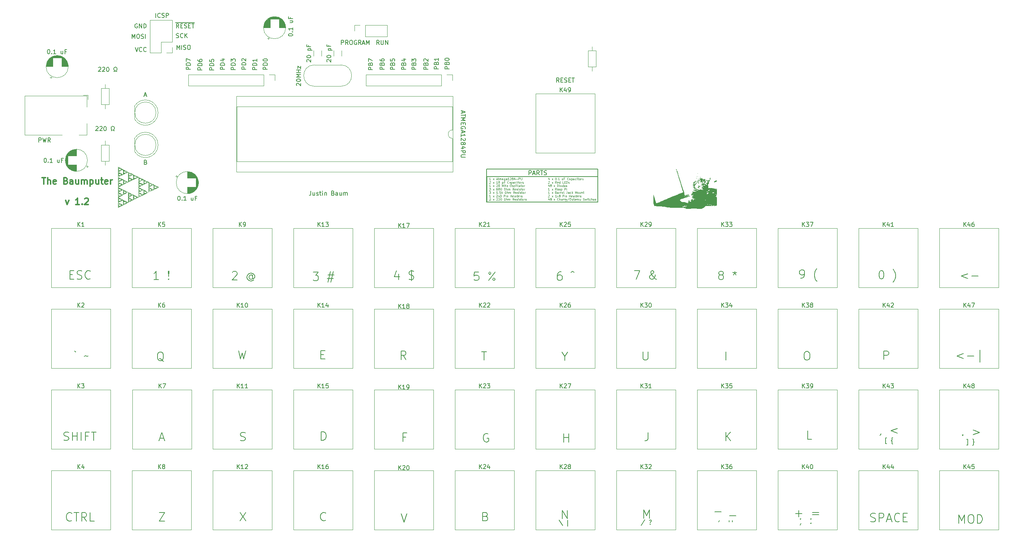
<source format=gbr>
%TF.GenerationSoftware,KiCad,Pcbnew,(6.0.0-0)*%
%TF.CreationDate,2022-09-22T00:13:09-04:00*%
%TF.ProjectId,justin-freetracing,6a757374-696e-42d6-9672-656574726163,rev?*%
%TF.SameCoordinates,Original*%
%TF.FileFunction,Legend,Top*%
%TF.FilePolarity,Positive*%
%FSLAX46Y46*%
G04 Gerber Fmt 4.6, Leading zero omitted, Abs format (unit mm)*
G04 Created by KiCad (PCBNEW (6.0.0-0)) date 2022-09-22 00:13:09*
%MOMM*%
%LPD*%
G01*
G04 APERTURE LIST*
%ADD10C,0.150000*%
%ADD11C,0.050000*%
%ADD12C,0.300000*%
%ADD13C,0.120000*%
G04 APERTURE END LIST*
D10*
X118620000Y-85670000D02*
X144840000Y-85670000D01*
X144840000Y-85670000D02*
X144840000Y-93510000D01*
X144840000Y-93510000D02*
X118620000Y-93510000D01*
X118620000Y-93510000D02*
X118620000Y-85670000D01*
X118690000Y-87470000D02*
X144840000Y-87470000D01*
X144840000Y-87470000D02*
X144840000Y-93510000D01*
X144840000Y-93510000D02*
X118690000Y-93510000D01*
X118690000Y-93510000D02*
X118690000Y-87470000D01*
X40553809Y-49942380D02*
X40553809Y-48942380D01*
X41601428Y-49847142D02*
X41553809Y-49894761D01*
X41410952Y-49942380D01*
X41315714Y-49942380D01*
X41172857Y-49894761D01*
X41077619Y-49799523D01*
X41030000Y-49704285D01*
X40982380Y-49513809D01*
X40982380Y-49370952D01*
X41030000Y-49180476D01*
X41077619Y-49085238D01*
X41172857Y-48990000D01*
X41315714Y-48942380D01*
X41410952Y-48942380D01*
X41553809Y-48990000D01*
X41601428Y-49037619D01*
X41982380Y-49894761D02*
X42125238Y-49942380D01*
X42363333Y-49942380D01*
X42458571Y-49894761D01*
X42506190Y-49847142D01*
X42553809Y-49751904D01*
X42553809Y-49656666D01*
X42506190Y-49561428D01*
X42458571Y-49513809D01*
X42363333Y-49466190D01*
X42172857Y-49418571D01*
X42077619Y-49370952D01*
X42030000Y-49323333D01*
X41982380Y-49228095D01*
X41982380Y-49132857D01*
X42030000Y-49037619D01*
X42077619Y-48990000D01*
X42172857Y-48942380D01*
X42410952Y-48942380D01*
X42553809Y-48990000D01*
X42982380Y-49942380D02*
X42982380Y-48942380D01*
X43363333Y-48942380D01*
X43458571Y-48990000D01*
X43506190Y-49037619D01*
X43553809Y-49132857D01*
X43553809Y-49275714D01*
X43506190Y-49370952D01*
X43458571Y-49418571D01*
X43363333Y-49466190D01*
X42982380Y-49466190D01*
X194009523Y-128754761D02*
X194390476Y-128754761D01*
X194580952Y-128850000D01*
X194771428Y-129040476D01*
X194866666Y-129421428D01*
X194866666Y-130088095D01*
X194771428Y-130469047D01*
X194580952Y-130659523D01*
X194390476Y-130754761D01*
X194009523Y-130754761D01*
X193819047Y-130659523D01*
X193628571Y-130469047D01*
X193533333Y-130088095D01*
X193533333Y-129421428D01*
X193628571Y-129040476D01*
X193819047Y-128850000D01*
X194009523Y-128754761D01*
X35704666Y-56982367D02*
X36038000Y-57982367D01*
X36371333Y-56982367D01*
X37276095Y-57887129D02*
X37228476Y-57934748D01*
X37085619Y-57982367D01*
X36990380Y-57982367D01*
X36847523Y-57934748D01*
X36752285Y-57839510D01*
X36704666Y-57744272D01*
X36657047Y-57553796D01*
X36657047Y-57410939D01*
X36704666Y-57220463D01*
X36752285Y-57125225D01*
X36847523Y-57029987D01*
X36990380Y-56982367D01*
X37085619Y-56982367D01*
X37228476Y-57029987D01*
X37276095Y-57077606D01*
X38276095Y-57887129D02*
X38228476Y-57934748D01*
X38085619Y-57982367D01*
X37990380Y-57982367D01*
X37847523Y-57934748D01*
X37752285Y-57839510D01*
X37704666Y-57744272D01*
X37657047Y-57553796D01*
X37657047Y-57410939D01*
X37704666Y-57220463D01*
X37752285Y-57125225D01*
X37847523Y-57029987D01*
X37990380Y-56982367D01*
X38085619Y-56982367D01*
X38228476Y-57029987D01*
X38276095Y-57077606D01*
X80659047Y-168504285D02*
X80563809Y-168599523D01*
X80278095Y-168694761D01*
X80087619Y-168694761D01*
X79801904Y-168599523D01*
X79611428Y-168409047D01*
X79516190Y-168218571D01*
X79420952Y-167837619D01*
X79420952Y-167551904D01*
X79516190Y-167170952D01*
X79611428Y-166980476D01*
X79801904Y-166790000D01*
X80087619Y-166694761D01*
X80278095Y-166694761D01*
X80563809Y-166790000D01*
X80659047Y-166885238D01*
X71842380Y-54093809D02*
X71842380Y-53998571D01*
X71890000Y-53903333D01*
X71937619Y-53855714D01*
X72032857Y-53808095D01*
X72223333Y-53760476D01*
X72461428Y-53760476D01*
X72651904Y-53808095D01*
X72747142Y-53855714D01*
X72794761Y-53903333D01*
X72842380Y-53998571D01*
X72842380Y-54093809D01*
X72794761Y-54189047D01*
X72747142Y-54236666D01*
X72651904Y-54284285D01*
X72461428Y-54331904D01*
X72223333Y-54331904D01*
X72032857Y-54284285D01*
X71937619Y-54236666D01*
X71890000Y-54189047D01*
X71842380Y-54093809D01*
X72747142Y-53331904D02*
X72794761Y-53284285D01*
X72842380Y-53331904D01*
X72794761Y-53379523D01*
X72747142Y-53331904D01*
X72842380Y-53331904D01*
X72842380Y-52331904D02*
X72842380Y-52903333D01*
X72842380Y-52617619D02*
X71842380Y-52617619D01*
X71985238Y-52712857D01*
X72080476Y-52808095D01*
X72128095Y-52903333D01*
X72175714Y-50712857D02*
X72842380Y-50712857D01*
X72175714Y-51141428D02*
X72699523Y-51141428D01*
X72794761Y-51093809D01*
X72842380Y-50998571D01*
X72842380Y-50855714D01*
X72794761Y-50760476D01*
X72747142Y-50712857D01*
X72318571Y-49903333D02*
X72318571Y-50236666D01*
X72842380Y-50236666D02*
X71842380Y-50236666D01*
X71842380Y-49760476D01*
X232103809Y-110391428D02*
X230580000Y-110962857D01*
X232103809Y-111534285D01*
X233056190Y-110962857D02*
X234580000Y-110962857D01*
D11*
X119543452Y-88261190D02*
X119257738Y-88261190D01*
X119400595Y-88261190D02*
X119400595Y-87761190D01*
X119352976Y-87832619D01*
X119305357Y-87880238D01*
X119257738Y-87904047D01*
X120091071Y-88261190D02*
X120352976Y-87927857D01*
X120091071Y-87927857D02*
X120352976Y-88261190D01*
X120900595Y-88118333D02*
X121138690Y-88118333D01*
X120852976Y-88261190D02*
X121019642Y-87761190D01*
X121186309Y-88261190D01*
X121281547Y-87927857D02*
X121472023Y-87927857D01*
X121352976Y-87761190D02*
X121352976Y-88189761D01*
X121376785Y-88237380D01*
X121424404Y-88261190D01*
X121472023Y-88261190D01*
X121638690Y-88261190D02*
X121638690Y-87927857D01*
X121638690Y-87975476D02*
X121662500Y-87951666D01*
X121710119Y-87927857D01*
X121781547Y-87927857D01*
X121829166Y-87951666D01*
X121852976Y-87999285D01*
X121852976Y-88261190D01*
X121852976Y-87999285D02*
X121876785Y-87951666D01*
X121924404Y-87927857D01*
X121995833Y-87927857D01*
X122043452Y-87951666D01*
X122067261Y-87999285D01*
X122067261Y-88261190D01*
X122495833Y-88237380D02*
X122448214Y-88261190D01*
X122352976Y-88261190D01*
X122305357Y-88237380D01*
X122281547Y-88189761D01*
X122281547Y-87999285D01*
X122305357Y-87951666D01*
X122352976Y-87927857D01*
X122448214Y-87927857D01*
X122495833Y-87951666D01*
X122519642Y-87999285D01*
X122519642Y-88046904D01*
X122281547Y-88094523D01*
X122948214Y-87927857D02*
X122948214Y-88332619D01*
X122924404Y-88380238D01*
X122900595Y-88404047D01*
X122852976Y-88427857D01*
X122781547Y-88427857D01*
X122733928Y-88404047D01*
X122948214Y-88237380D02*
X122900595Y-88261190D01*
X122805357Y-88261190D01*
X122757738Y-88237380D01*
X122733928Y-88213571D01*
X122710119Y-88165952D01*
X122710119Y-88023095D01*
X122733928Y-87975476D01*
X122757738Y-87951666D01*
X122805357Y-87927857D01*
X122900595Y-87927857D01*
X122948214Y-87951666D01*
X123400595Y-88261190D02*
X123400595Y-87999285D01*
X123376785Y-87951666D01*
X123329166Y-87927857D01*
X123233928Y-87927857D01*
X123186309Y-87951666D01*
X123400595Y-88237380D02*
X123352976Y-88261190D01*
X123233928Y-88261190D01*
X123186309Y-88237380D01*
X123162500Y-88189761D01*
X123162500Y-88142142D01*
X123186309Y-88094523D01*
X123233928Y-88070714D01*
X123352976Y-88070714D01*
X123400595Y-88046904D01*
X123900595Y-88261190D02*
X123614880Y-88261190D01*
X123757738Y-88261190D02*
X123757738Y-87761190D01*
X123710119Y-87832619D01*
X123662500Y-87880238D01*
X123614880Y-87904047D01*
X124091071Y-87808809D02*
X124114880Y-87785000D01*
X124162500Y-87761190D01*
X124281547Y-87761190D01*
X124329166Y-87785000D01*
X124352976Y-87808809D01*
X124376785Y-87856428D01*
X124376785Y-87904047D01*
X124352976Y-87975476D01*
X124067261Y-88261190D01*
X124376785Y-88261190D01*
X124662500Y-87975476D02*
X124614880Y-87951666D01*
X124591071Y-87927857D01*
X124567261Y-87880238D01*
X124567261Y-87856428D01*
X124591071Y-87808809D01*
X124614880Y-87785000D01*
X124662500Y-87761190D01*
X124757738Y-87761190D01*
X124805357Y-87785000D01*
X124829166Y-87808809D01*
X124852976Y-87856428D01*
X124852976Y-87880238D01*
X124829166Y-87927857D01*
X124805357Y-87951666D01*
X124757738Y-87975476D01*
X124662500Y-87975476D01*
X124614880Y-87999285D01*
X124591071Y-88023095D01*
X124567261Y-88070714D01*
X124567261Y-88165952D01*
X124591071Y-88213571D01*
X124614880Y-88237380D01*
X124662500Y-88261190D01*
X124757738Y-88261190D01*
X124805357Y-88237380D01*
X124829166Y-88213571D01*
X124852976Y-88165952D01*
X124852976Y-88070714D01*
X124829166Y-88023095D01*
X124805357Y-87999285D01*
X124757738Y-87975476D01*
X125281547Y-87927857D02*
X125281547Y-88261190D01*
X125162500Y-87737380D02*
X125043452Y-88094523D01*
X125352976Y-88094523D01*
X125543452Y-88070714D02*
X125924404Y-88070714D01*
X126162500Y-88261190D02*
X126162500Y-87761190D01*
X126352976Y-87761190D01*
X126400595Y-87785000D01*
X126424404Y-87808809D01*
X126448214Y-87856428D01*
X126448214Y-87927857D01*
X126424404Y-87975476D01*
X126400595Y-87999285D01*
X126352976Y-88023095D01*
X126162500Y-88023095D01*
X126662500Y-87761190D02*
X126662500Y-88165952D01*
X126686309Y-88213571D01*
X126710119Y-88237380D01*
X126757738Y-88261190D01*
X126852976Y-88261190D01*
X126900595Y-88237380D01*
X126924404Y-88213571D01*
X126948214Y-88165952D01*
X126948214Y-87761190D01*
X133376785Y-87927857D02*
X133376785Y-88261190D01*
X133257738Y-87737380D02*
X133138690Y-88094523D01*
X133448214Y-88094523D01*
X133972023Y-88261190D02*
X134233928Y-87927857D01*
X133972023Y-87927857D02*
X134233928Y-88261190D01*
X134900595Y-87761190D02*
X134948214Y-87761190D01*
X134995833Y-87785000D01*
X135019642Y-87808809D01*
X135043452Y-87856428D01*
X135067261Y-87951666D01*
X135067261Y-88070714D01*
X135043452Y-88165952D01*
X135019642Y-88213571D01*
X134995833Y-88237380D01*
X134948214Y-88261190D01*
X134900595Y-88261190D01*
X134852976Y-88237380D01*
X134829166Y-88213571D01*
X134805357Y-88165952D01*
X134781547Y-88070714D01*
X134781547Y-87951666D01*
X134805357Y-87856428D01*
X134829166Y-87808809D01*
X134852976Y-87785000D01*
X134900595Y-87761190D01*
X135281547Y-88213571D02*
X135305357Y-88237380D01*
X135281547Y-88261190D01*
X135257738Y-88237380D01*
X135281547Y-88213571D01*
X135281547Y-88261190D01*
X135781547Y-88261190D02*
X135495833Y-88261190D01*
X135638690Y-88261190D02*
X135638690Y-87761190D01*
X135591071Y-87832619D01*
X135543452Y-87880238D01*
X135495833Y-87904047D01*
X136591071Y-87927857D02*
X136591071Y-88261190D01*
X136376785Y-87927857D02*
X136376785Y-88189761D01*
X136400595Y-88237380D01*
X136448214Y-88261190D01*
X136519642Y-88261190D01*
X136567261Y-88237380D01*
X136591071Y-88213571D01*
X136995833Y-87999285D02*
X136829166Y-87999285D01*
X136829166Y-88261190D02*
X136829166Y-87761190D01*
X137067261Y-87761190D01*
X137924404Y-88213571D02*
X137900595Y-88237380D01*
X137829166Y-88261190D01*
X137781547Y-88261190D01*
X137710119Y-88237380D01*
X137662500Y-88189761D01*
X137638690Y-88142142D01*
X137614880Y-88046904D01*
X137614880Y-87975476D01*
X137638690Y-87880238D01*
X137662500Y-87832619D01*
X137710119Y-87785000D01*
X137781547Y-87761190D01*
X137829166Y-87761190D01*
X137900595Y-87785000D01*
X137924404Y-87808809D01*
X138352976Y-88261190D02*
X138352976Y-87999285D01*
X138329166Y-87951666D01*
X138281547Y-87927857D01*
X138186309Y-87927857D01*
X138138690Y-87951666D01*
X138352976Y-88237380D02*
X138305357Y-88261190D01*
X138186309Y-88261190D01*
X138138690Y-88237380D01*
X138114880Y-88189761D01*
X138114880Y-88142142D01*
X138138690Y-88094523D01*
X138186309Y-88070714D01*
X138305357Y-88070714D01*
X138352976Y-88046904D01*
X138591071Y-87927857D02*
X138591071Y-88427857D01*
X138591071Y-87951666D02*
X138638690Y-87927857D01*
X138733928Y-87927857D01*
X138781547Y-87951666D01*
X138805357Y-87975476D01*
X138829166Y-88023095D01*
X138829166Y-88165952D01*
X138805357Y-88213571D01*
X138781547Y-88237380D01*
X138733928Y-88261190D01*
X138638690Y-88261190D01*
X138591071Y-88237380D01*
X139257738Y-88261190D02*
X139257738Y-87999285D01*
X139233928Y-87951666D01*
X139186309Y-87927857D01*
X139091071Y-87927857D01*
X139043452Y-87951666D01*
X139257738Y-88237380D02*
X139210119Y-88261190D01*
X139091071Y-88261190D01*
X139043452Y-88237380D01*
X139019642Y-88189761D01*
X139019642Y-88142142D01*
X139043452Y-88094523D01*
X139091071Y-88070714D01*
X139210119Y-88070714D01*
X139257738Y-88046904D01*
X139710119Y-88237380D02*
X139662500Y-88261190D01*
X139567261Y-88261190D01*
X139519642Y-88237380D01*
X139495833Y-88213571D01*
X139472023Y-88165952D01*
X139472023Y-88023095D01*
X139495833Y-87975476D01*
X139519642Y-87951666D01*
X139567261Y-87927857D01*
X139662500Y-87927857D01*
X139710119Y-87951666D01*
X139924404Y-88261190D02*
X139924404Y-87927857D01*
X139924404Y-87761190D02*
X139900595Y-87785000D01*
X139924404Y-87808809D01*
X139948214Y-87785000D01*
X139924404Y-87761190D01*
X139924404Y-87808809D01*
X140091071Y-87927857D02*
X140281547Y-87927857D01*
X140162500Y-87761190D02*
X140162500Y-88189761D01*
X140186309Y-88237380D01*
X140233928Y-88261190D01*
X140281547Y-88261190D01*
X140519642Y-88261190D02*
X140472023Y-88237380D01*
X140448214Y-88213571D01*
X140424404Y-88165952D01*
X140424404Y-88023095D01*
X140448214Y-87975476D01*
X140472023Y-87951666D01*
X140519642Y-87927857D01*
X140591071Y-87927857D01*
X140638690Y-87951666D01*
X140662500Y-87975476D01*
X140686309Y-88023095D01*
X140686309Y-88165952D01*
X140662500Y-88213571D01*
X140638690Y-88237380D01*
X140591071Y-88261190D01*
X140519642Y-88261190D01*
X140900595Y-88261190D02*
X140900595Y-87927857D01*
X140900595Y-88023095D02*
X140924404Y-87975476D01*
X140948214Y-87951666D01*
X140995833Y-87927857D01*
X141043452Y-87927857D01*
X141186309Y-88237380D02*
X141233928Y-88261190D01*
X141329166Y-88261190D01*
X141376785Y-88237380D01*
X141400595Y-88189761D01*
X141400595Y-88165952D01*
X141376785Y-88118333D01*
X141329166Y-88094523D01*
X141257738Y-88094523D01*
X141210119Y-88070714D01*
X141186309Y-88023095D01*
X141186309Y-87999285D01*
X141210119Y-87951666D01*
X141257738Y-87927857D01*
X141329166Y-87927857D01*
X141376785Y-87951666D01*
X119257738Y-88613809D02*
X119281547Y-88590000D01*
X119329166Y-88566190D01*
X119448214Y-88566190D01*
X119495833Y-88590000D01*
X119519642Y-88613809D01*
X119543452Y-88661428D01*
X119543452Y-88709047D01*
X119519642Y-88780476D01*
X119233928Y-89066190D01*
X119543452Y-89066190D01*
X120091071Y-89066190D02*
X120352976Y-88732857D01*
X120091071Y-88732857D02*
X120352976Y-89066190D01*
X121186309Y-89066190D02*
X120900595Y-89066190D01*
X121043452Y-89066190D02*
X121043452Y-88566190D01*
X120995833Y-88637619D01*
X120948214Y-88685238D01*
X120900595Y-88709047D01*
X121472023Y-88780476D02*
X121424404Y-88756666D01*
X121400595Y-88732857D01*
X121376785Y-88685238D01*
X121376785Y-88661428D01*
X121400595Y-88613809D01*
X121424404Y-88590000D01*
X121472023Y-88566190D01*
X121567261Y-88566190D01*
X121614880Y-88590000D01*
X121638690Y-88613809D01*
X121662500Y-88661428D01*
X121662500Y-88685238D01*
X121638690Y-88732857D01*
X121614880Y-88756666D01*
X121567261Y-88780476D01*
X121472023Y-88780476D01*
X121424404Y-88804285D01*
X121400595Y-88828095D01*
X121376785Y-88875714D01*
X121376785Y-88970952D01*
X121400595Y-89018571D01*
X121424404Y-89042380D01*
X121472023Y-89066190D01*
X121567261Y-89066190D01*
X121614880Y-89042380D01*
X121638690Y-89018571D01*
X121662500Y-88970952D01*
X121662500Y-88875714D01*
X121638690Y-88828095D01*
X121614880Y-88804285D01*
X121567261Y-88780476D01*
X122257738Y-88732857D02*
X122257738Y-89232857D01*
X122257738Y-88756666D02*
X122305357Y-88732857D01*
X122400595Y-88732857D01*
X122448214Y-88756666D01*
X122472023Y-88780476D01*
X122495833Y-88828095D01*
X122495833Y-88970952D01*
X122472023Y-89018571D01*
X122448214Y-89042380D01*
X122400595Y-89066190D01*
X122305357Y-89066190D01*
X122257738Y-89042380D01*
X122876785Y-88804285D02*
X122710119Y-88804285D01*
X122710119Y-89066190D02*
X122710119Y-88566190D01*
X122948214Y-88566190D01*
X123805357Y-89018571D02*
X123781547Y-89042380D01*
X123710119Y-89066190D01*
X123662500Y-89066190D01*
X123591071Y-89042380D01*
X123543452Y-88994761D01*
X123519642Y-88947142D01*
X123495833Y-88851904D01*
X123495833Y-88780476D01*
X123519642Y-88685238D01*
X123543452Y-88637619D01*
X123591071Y-88590000D01*
X123662500Y-88566190D01*
X123710119Y-88566190D01*
X123781547Y-88590000D01*
X123805357Y-88613809D01*
X124233928Y-89066190D02*
X124233928Y-88804285D01*
X124210119Y-88756666D01*
X124162500Y-88732857D01*
X124067261Y-88732857D01*
X124019642Y-88756666D01*
X124233928Y-89042380D02*
X124186309Y-89066190D01*
X124067261Y-89066190D01*
X124019642Y-89042380D01*
X123995833Y-88994761D01*
X123995833Y-88947142D01*
X124019642Y-88899523D01*
X124067261Y-88875714D01*
X124186309Y-88875714D01*
X124233928Y-88851904D01*
X124472023Y-88732857D02*
X124472023Y-89232857D01*
X124472023Y-88756666D02*
X124519642Y-88732857D01*
X124614880Y-88732857D01*
X124662500Y-88756666D01*
X124686309Y-88780476D01*
X124710119Y-88828095D01*
X124710119Y-88970952D01*
X124686309Y-89018571D01*
X124662500Y-89042380D01*
X124614880Y-89066190D01*
X124519642Y-89066190D01*
X124472023Y-89042380D01*
X125138690Y-89066190D02*
X125138690Y-88804285D01*
X125114880Y-88756666D01*
X125067261Y-88732857D01*
X124972023Y-88732857D01*
X124924404Y-88756666D01*
X125138690Y-89042380D02*
X125091071Y-89066190D01*
X124972023Y-89066190D01*
X124924404Y-89042380D01*
X124900595Y-88994761D01*
X124900595Y-88947142D01*
X124924404Y-88899523D01*
X124972023Y-88875714D01*
X125091071Y-88875714D01*
X125138690Y-88851904D01*
X125591071Y-89042380D02*
X125543452Y-89066190D01*
X125448214Y-89066190D01*
X125400595Y-89042380D01*
X125376785Y-89018571D01*
X125352976Y-88970952D01*
X125352976Y-88828095D01*
X125376785Y-88780476D01*
X125400595Y-88756666D01*
X125448214Y-88732857D01*
X125543452Y-88732857D01*
X125591071Y-88756666D01*
X125805357Y-89066190D02*
X125805357Y-88732857D01*
X125805357Y-88566190D02*
X125781547Y-88590000D01*
X125805357Y-88613809D01*
X125829166Y-88590000D01*
X125805357Y-88566190D01*
X125805357Y-88613809D01*
X125972023Y-88732857D02*
X126162500Y-88732857D01*
X126043452Y-88566190D02*
X126043452Y-88994761D01*
X126067261Y-89042380D01*
X126114880Y-89066190D01*
X126162500Y-89066190D01*
X126400595Y-89066190D02*
X126352976Y-89042380D01*
X126329166Y-89018571D01*
X126305357Y-88970952D01*
X126305357Y-88828095D01*
X126329166Y-88780476D01*
X126352976Y-88756666D01*
X126400595Y-88732857D01*
X126472023Y-88732857D01*
X126519642Y-88756666D01*
X126543452Y-88780476D01*
X126567261Y-88828095D01*
X126567261Y-88970952D01*
X126543452Y-89018571D01*
X126519642Y-89042380D01*
X126472023Y-89066190D01*
X126400595Y-89066190D01*
X126781547Y-89066190D02*
X126781547Y-88732857D01*
X126781547Y-88828095D02*
X126805357Y-88780476D01*
X126829166Y-88756666D01*
X126876785Y-88732857D01*
X126924404Y-88732857D01*
X127067261Y-89042380D02*
X127114880Y-89066190D01*
X127210119Y-89066190D01*
X127257738Y-89042380D01*
X127281547Y-88994761D01*
X127281547Y-88970952D01*
X127257738Y-88923333D01*
X127210119Y-88899523D01*
X127138690Y-88899523D01*
X127091071Y-88875714D01*
X127067261Y-88828095D01*
X127067261Y-88804285D01*
X127091071Y-88756666D01*
X127138690Y-88732857D01*
X127210119Y-88732857D01*
X127257738Y-88756666D01*
X133138690Y-88613809D02*
X133162500Y-88590000D01*
X133210119Y-88566190D01*
X133329166Y-88566190D01*
X133376785Y-88590000D01*
X133400595Y-88613809D01*
X133424404Y-88661428D01*
X133424404Y-88709047D01*
X133400595Y-88780476D01*
X133114880Y-89066190D01*
X133424404Y-89066190D01*
X133972023Y-89066190D02*
X134233928Y-88732857D01*
X133972023Y-88732857D02*
X134233928Y-89066190D01*
X135091071Y-89066190D02*
X134924404Y-88828095D01*
X134805357Y-89066190D02*
X134805357Y-88566190D01*
X134995833Y-88566190D01*
X135043452Y-88590000D01*
X135067261Y-88613809D01*
X135091071Y-88661428D01*
X135091071Y-88732857D01*
X135067261Y-88780476D01*
X135043452Y-88804285D01*
X134995833Y-88828095D01*
X134805357Y-88828095D01*
X135495833Y-89042380D02*
X135448214Y-89066190D01*
X135352976Y-89066190D01*
X135305357Y-89042380D01*
X135281547Y-88994761D01*
X135281547Y-88804285D01*
X135305357Y-88756666D01*
X135352976Y-88732857D01*
X135448214Y-88732857D01*
X135495833Y-88756666D01*
X135519642Y-88804285D01*
X135519642Y-88851904D01*
X135281547Y-88899523D01*
X135948214Y-89066190D02*
X135948214Y-88566190D01*
X135948214Y-89042380D02*
X135900595Y-89066190D01*
X135805357Y-89066190D01*
X135757738Y-89042380D01*
X135733928Y-89018571D01*
X135710119Y-88970952D01*
X135710119Y-88828095D01*
X135733928Y-88780476D01*
X135757738Y-88756666D01*
X135805357Y-88732857D01*
X135900595Y-88732857D01*
X135948214Y-88756666D01*
X136805357Y-89066190D02*
X136567261Y-89066190D01*
X136567261Y-88566190D01*
X136972023Y-88804285D02*
X137138690Y-88804285D01*
X137210119Y-89066190D02*
X136972023Y-89066190D01*
X136972023Y-88566190D01*
X137210119Y-88566190D01*
X137424404Y-89066190D02*
X137424404Y-88566190D01*
X137543452Y-88566190D01*
X137614880Y-88590000D01*
X137662500Y-88637619D01*
X137686309Y-88685238D01*
X137710119Y-88780476D01*
X137710119Y-88851904D01*
X137686309Y-88947142D01*
X137662500Y-88994761D01*
X137614880Y-89042380D01*
X137543452Y-89066190D01*
X137424404Y-89066190D01*
X137900595Y-89042380D02*
X137948214Y-89066190D01*
X138043452Y-89066190D01*
X138091071Y-89042380D01*
X138114880Y-88994761D01*
X138114880Y-88970952D01*
X138091071Y-88923333D01*
X138043452Y-88899523D01*
X137972023Y-88899523D01*
X137924404Y-88875714D01*
X137900595Y-88828095D01*
X137900595Y-88804285D01*
X137924404Y-88756666D01*
X137972023Y-88732857D01*
X138043452Y-88732857D01*
X138091071Y-88756666D01*
X119543452Y-89871190D02*
X119257738Y-89871190D01*
X119400595Y-89871190D02*
X119400595Y-89371190D01*
X119352976Y-89442619D01*
X119305357Y-89490238D01*
X119257738Y-89514047D01*
X120091071Y-89871190D02*
X120352976Y-89537857D01*
X120091071Y-89537857D02*
X120352976Y-89871190D01*
X120900595Y-89418809D02*
X120924404Y-89395000D01*
X120972023Y-89371190D01*
X121091071Y-89371190D01*
X121138690Y-89395000D01*
X121162500Y-89418809D01*
X121186309Y-89466428D01*
X121186309Y-89514047D01*
X121162500Y-89585476D01*
X120876785Y-89871190D01*
X121186309Y-89871190D01*
X121495833Y-89371190D02*
X121543452Y-89371190D01*
X121591071Y-89395000D01*
X121614880Y-89418809D01*
X121638690Y-89466428D01*
X121662500Y-89561666D01*
X121662500Y-89680714D01*
X121638690Y-89775952D01*
X121614880Y-89823571D01*
X121591071Y-89847380D01*
X121543452Y-89871190D01*
X121495833Y-89871190D01*
X121448214Y-89847380D01*
X121424404Y-89823571D01*
X121400595Y-89775952D01*
X121376785Y-89680714D01*
X121376785Y-89561666D01*
X121400595Y-89466428D01*
X121424404Y-89418809D01*
X121448214Y-89395000D01*
X121495833Y-89371190D01*
X122257738Y-89871190D02*
X122257738Y-89371190D01*
X122424404Y-89728333D01*
X122591071Y-89371190D01*
X122591071Y-89871190D01*
X122829166Y-89871190D02*
X122829166Y-89371190D01*
X122829166Y-89609285D02*
X123114880Y-89609285D01*
X123114880Y-89871190D02*
X123114880Y-89371190D01*
X123305357Y-89537857D02*
X123567261Y-89537857D01*
X123305357Y-89871190D01*
X123567261Y-89871190D01*
X124233928Y-89371190D02*
X124329166Y-89371190D01*
X124376785Y-89395000D01*
X124424404Y-89442619D01*
X124448214Y-89537857D01*
X124448214Y-89704523D01*
X124424404Y-89799761D01*
X124376785Y-89847380D01*
X124329166Y-89871190D01*
X124233928Y-89871190D01*
X124186309Y-89847380D01*
X124138690Y-89799761D01*
X124114880Y-89704523D01*
X124114880Y-89537857D01*
X124138690Y-89442619D01*
X124186309Y-89395000D01*
X124233928Y-89371190D01*
X124638690Y-89847380D02*
X124686309Y-89871190D01*
X124781547Y-89871190D01*
X124829166Y-89847380D01*
X124852976Y-89799761D01*
X124852976Y-89775952D01*
X124829166Y-89728333D01*
X124781547Y-89704523D01*
X124710119Y-89704523D01*
X124662500Y-89680714D01*
X124638690Y-89633095D01*
X124638690Y-89609285D01*
X124662500Y-89561666D01*
X124710119Y-89537857D01*
X124781547Y-89537857D01*
X124829166Y-89561666D01*
X125281547Y-89847380D02*
X125233928Y-89871190D01*
X125138690Y-89871190D01*
X125091071Y-89847380D01*
X125067261Y-89823571D01*
X125043452Y-89775952D01*
X125043452Y-89633095D01*
X125067261Y-89585476D01*
X125091071Y-89561666D01*
X125138690Y-89537857D01*
X125233928Y-89537857D01*
X125281547Y-89561666D01*
X125495833Y-89871190D02*
X125495833Y-89537857D01*
X125495833Y-89371190D02*
X125472023Y-89395000D01*
X125495833Y-89418809D01*
X125519642Y-89395000D01*
X125495833Y-89371190D01*
X125495833Y-89418809D01*
X125805357Y-89871190D02*
X125757738Y-89847380D01*
X125733928Y-89799761D01*
X125733928Y-89371190D01*
X126067261Y-89871190D02*
X126019642Y-89847380D01*
X125995833Y-89799761D01*
X125995833Y-89371190D01*
X126472023Y-89871190D02*
X126472023Y-89609285D01*
X126448214Y-89561666D01*
X126400595Y-89537857D01*
X126305357Y-89537857D01*
X126257738Y-89561666D01*
X126472023Y-89847380D02*
X126424404Y-89871190D01*
X126305357Y-89871190D01*
X126257738Y-89847380D01*
X126233928Y-89799761D01*
X126233928Y-89752142D01*
X126257738Y-89704523D01*
X126305357Y-89680714D01*
X126424404Y-89680714D01*
X126472023Y-89656904D01*
X126638690Y-89537857D02*
X126829166Y-89537857D01*
X126710119Y-89371190D02*
X126710119Y-89799761D01*
X126733928Y-89847380D01*
X126781547Y-89871190D01*
X126829166Y-89871190D01*
X127067261Y-89871190D02*
X127019642Y-89847380D01*
X126995833Y-89823571D01*
X126972023Y-89775952D01*
X126972023Y-89633095D01*
X126995833Y-89585476D01*
X127019642Y-89561666D01*
X127067261Y-89537857D01*
X127138690Y-89537857D01*
X127186309Y-89561666D01*
X127210119Y-89585476D01*
X127233928Y-89633095D01*
X127233928Y-89775952D01*
X127210119Y-89823571D01*
X127186309Y-89847380D01*
X127138690Y-89871190D01*
X127067261Y-89871190D01*
X127448214Y-89871190D02*
X127448214Y-89537857D01*
X127448214Y-89633095D02*
X127472023Y-89585476D01*
X127495833Y-89561666D01*
X127543452Y-89537857D01*
X127591071Y-89537857D01*
X133376785Y-89537857D02*
X133376785Y-89871190D01*
X133257738Y-89347380D02*
X133138690Y-89704523D01*
X133448214Y-89704523D01*
X133710119Y-89585476D02*
X133662500Y-89561666D01*
X133638690Y-89537857D01*
X133614880Y-89490238D01*
X133614880Y-89466428D01*
X133638690Y-89418809D01*
X133662500Y-89395000D01*
X133710119Y-89371190D01*
X133805357Y-89371190D01*
X133852976Y-89395000D01*
X133876785Y-89418809D01*
X133900595Y-89466428D01*
X133900595Y-89490238D01*
X133876785Y-89537857D01*
X133852976Y-89561666D01*
X133805357Y-89585476D01*
X133710119Y-89585476D01*
X133662500Y-89609285D01*
X133638690Y-89633095D01*
X133614880Y-89680714D01*
X133614880Y-89775952D01*
X133638690Y-89823571D01*
X133662500Y-89847380D01*
X133710119Y-89871190D01*
X133805357Y-89871190D01*
X133852976Y-89847380D01*
X133876785Y-89823571D01*
X133900595Y-89775952D01*
X133900595Y-89680714D01*
X133876785Y-89633095D01*
X133852976Y-89609285D01*
X133805357Y-89585476D01*
X134448214Y-89871190D02*
X134710119Y-89537857D01*
X134448214Y-89537857D02*
X134710119Y-89871190D01*
X135281547Y-89871190D02*
X135281547Y-89371190D01*
X135400595Y-89371190D01*
X135472023Y-89395000D01*
X135519642Y-89442619D01*
X135543452Y-89490238D01*
X135567261Y-89585476D01*
X135567261Y-89656904D01*
X135543452Y-89752142D01*
X135519642Y-89799761D01*
X135472023Y-89847380D01*
X135400595Y-89871190D01*
X135281547Y-89871190D01*
X135781547Y-89871190D02*
X135781547Y-89537857D01*
X135781547Y-89371190D02*
X135757738Y-89395000D01*
X135781547Y-89418809D01*
X135805357Y-89395000D01*
X135781547Y-89371190D01*
X135781547Y-89418809D01*
X136091071Y-89871190D02*
X136043452Y-89847380D01*
X136019642Y-89823571D01*
X135995833Y-89775952D01*
X135995833Y-89633095D01*
X136019642Y-89585476D01*
X136043452Y-89561666D01*
X136091071Y-89537857D01*
X136162500Y-89537857D01*
X136210119Y-89561666D01*
X136233928Y-89585476D01*
X136257738Y-89633095D01*
X136257738Y-89775952D01*
X136233928Y-89823571D01*
X136210119Y-89847380D01*
X136162500Y-89871190D01*
X136091071Y-89871190D01*
X136686309Y-89871190D02*
X136686309Y-89371190D01*
X136686309Y-89847380D02*
X136638690Y-89871190D01*
X136543452Y-89871190D01*
X136495833Y-89847380D01*
X136472023Y-89823571D01*
X136448214Y-89775952D01*
X136448214Y-89633095D01*
X136472023Y-89585476D01*
X136495833Y-89561666D01*
X136543452Y-89537857D01*
X136638690Y-89537857D01*
X136686309Y-89561666D01*
X137114880Y-89847380D02*
X137067261Y-89871190D01*
X136972023Y-89871190D01*
X136924404Y-89847380D01*
X136900595Y-89799761D01*
X136900595Y-89609285D01*
X136924404Y-89561666D01*
X136972023Y-89537857D01*
X137067261Y-89537857D01*
X137114880Y-89561666D01*
X137138690Y-89609285D01*
X137138690Y-89656904D01*
X136900595Y-89704523D01*
X137329166Y-89847380D02*
X137376785Y-89871190D01*
X137472023Y-89871190D01*
X137519642Y-89847380D01*
X137543452Y-89799761D01*
X137543452Y-89775952D01*
X137519642Y-89728333D01*
X137472023Y-89704523D01*
X137400595Y-89704523D01*
X137352976Y-89680714D01*
X137329166Y-89633095D01*
X137329166Y-89609285D01*
X137352976Y-89561666D01*
X137400595Y-89537857D01*
X137472023Y-89537857D01*
X137519642Y-89561666D01*
X119233928Y-90176190D02*
X119543452Y-90176190D01*
X119376785Y-90366666D01*
X119448214Y-90366666D01*
X119495833Y-90390476D01*
X119519642Y-90414285D01*
X119543452Y-90461904D01*
X119543452Y-90580952D01*
X119519642Y-90628571D01*
X119495833Y-90652380D01*
X119448214Y-90676190D01*
X119305357Y-90676190D01*
X119257738Y-90652380D01*
X119233928Y-90628571D01*
X120091071Y-90676190D02*
X120352976Y-90342857D01*
X120091071Y-90342857D02*
X120352976Y-90676190D01*
X121138690Y-90176190D02*
X121043452Y-90176190D01*
X120995833Y-90200000D01*
X120972023Y-90223809D01*
X120924404Y-90295238D01*
X120900595Y-90390476D01*
X120900595Y-90580952D01*
X120924404Y-90628571D01*
X120948214Y-90652380D01*
X120995833Y-90676190D01*
X121091071Y-90676190D01*
X121138690Y-90652380D01*
X121162500Y-90628571D01*
X121186309Y-90580952D01*
X121186309Y-90461904D01*
X121162500Y-90414285D01*
X121138690Y-90390476D01*
X121091071Y-90366666D01*
X120995833Y-90366666D01*
X120948214Y-90390476D01*
X120924404Y-90414285D01*
X120900595Y-90461904D01*
X121472023Y-90390476D02*
X121424404Y-90366666D01*
X121400595Y-90342857D01*
X121376785Y-90295238D01*
X121376785Y-90271428D01*
X121400595Y-90223809D01*
X121424404Y-90200000D01*
X121472023Y-90176190D01*
X121567261Y-90176190D01*
X121614880Y-90200000D01*
X121638690Y-90223809D01*
X121662500Y-90271428D01*
X121662500Y-90295238D01*
X121638690Y-90342857D01*
X121614880Y-90366666D01*
X121567261Y-90390476D01*
X121472023Y-90390476D01*
X121424404Y-90414285D01*
X121400595Y-90438095D01*
X121376785Y-90485714D01*
X121376785Y-90580952D01*
X121400595Y-90628571D01*
X121424404Y-90652380D01*
X121472023Y-90676190D01*
X121567261Y-90676190D01*
X121614880Y-90652380D01*
X121638690Y-90628571D01*
X121662500Y-90580952D01*
X121662500Y-90485714D01*
X121638690Y-90438095D01*
X121614880Y-90414285D01*
X121567261Y-90390476D01*
X121972023Y-90176190D02*
X122019642Y-90176190D01*
X122067261Y-90200000D01*
X122091071Y-90223809D01*
X122114880Y-90271428D01*
X122138690Y-90366666D01*
X122138690Y-90485714D01*
X122114880Y-90580952D01*
X122091071Y-90628571D01*
X122067261Y-90652380D01*
X122019642Y-90676190D01*
X121972023Y-90676190D01*
X121924404Y-90652380D01*
X121900595Y-90628571D01*
X121876785Y-90580952D01*
X121852976Y-90485714D01*
X121852976Y-90366666D01*
X121876785Y-90271428D01*
X121900595Y-90223809D01*
X121924404Y-90200000D01*
X121972023Y-90176190D01*
X122829166Y-90176190D02*
X122924404Y-90176190D01*
X122972023Y-90200000D01*
X123019642Y-90247619D01*
X123043452Y-90342857D01*
X123043452Y-90509523D01*
X123019642Y-90604761D01*
X122972023Y-90652380D01*
X122924404Y-90676190D01*
X122829166Y-90676190D01*
X122781547Y-90652380D01*
X122733928Y-90604761D01*
X122710119Y-90509523D01*
X122710119Y-90342857D01*
X122733928Y-90247619D01*
X122781547Y-90200000D01*
X122829166Y-90176190D01*
X123257738Y-90676190D02*
X123257738Y-90176190D01*
X123472023Y-90676190D02*
X123472023Y-90414285D01*
X123448214Y-90366666D01*
X123400595Y-90342857D01*
X123329166Y-90342857D01*
X123281547Y-90366666D01*
X123257738Y-90390476D01*
X123710119Y-90676190D02*
X123710119Y-90342857D01*
X123710119Y-90390476D02*
X123733928Y-90366666D01*
X123781547Y-90342857D01*
X123852976Y-90342857D01*
X123900595Y-90366666D01*
X123924404Y-90414285D01*
X123924404Y-90676190D01*
X123924404Y-90414285D02*
X123948214Y-90366666D01*
X123995833Y-90342857D01*
X124067261Y-90342857D01*
X124114880Y-90366666D01*
X124138690Y-90414285D01*
X124138690Y-90676190D01*
X125043452Y-90676190D02*
X124876785Y-90438095D01*
X124757738Y-90676190D02*
X124757738Y-90176190D01*
X124948214Y-90176190D01*
X124995833Y-90200000D01*
X125019642Y-90223809D01*
X125043452Y-90271428D01*
X125043452Y-90342857D01*
X125019642Y-90390476D01*
X124995833Y-90414285D01*
X124948214Y-90438095D01*
X124757738Y-90438095D01*
X125448214Y-90652380D02*
X125400595Y-90676190D01*
X125305357Y-90676190D01*
X125257738Y-90652380D01*
X125233928Y-90604761D01*
X125233928Y-90414285D01*
X125257738Y-90366666D01*
X125305357Y-90342857D01*
X125400595Y-90342857D01*
X125448214Y-90366666D01*
X125472023Y-90414285D01*
X125472023Y-90461904D01*
X125233928Y-90509523D01*
X125662500Y-90652380D02*
X125710119Y-90676190D01*
X125805357Y-90676190D01*
X125852976Y-90652380D01*
X125876785Y-90604761D01*
X125876785Y-90580952D01*
X125852976Y-90533333D01*
X125805357Y-90509523D01*
X125733928Y-90509523D01*
X125686309Y-90485714D01*
X125662500Y-90438095D01*
X125662500Y-90414285D01*
X125686309Y-90366666D01*
X125733928Y-90342857D01*
X125805357Y-90342857D01*
X125852976Y-90366666D01*
X126091071Y-90676190D02*
X126091071Y-90342857D01*
X126091071Y-90176190D02*
X126067261Y-90200000D01*
X126091071Y-90223809D01*
X126114880Y-90200000D01*
X126091071Y-90176190D01*
X126091071Y-90223809D01*
X126305357Y-90652380D02*
X126352976Y-90676190D01*
X126448214Y-90676190D01*
X126495833Y-90652380D01*
X126519642Y-90604761D01*
X126519642Y-90580952D01*
X126495833Y-90533333D01*
X126448214Y-90509523D01*
X126376785Y-90509523D01*
X126329166Y-90485714D01*
X126305357Y-90438095D01*
X126305357Y-90414285D01*
X126329166Y-90366666D01*
X126376785Y-90342857D01*
X126448214Y-90342857D01*
X126495833Y-90366666D01*
X126662500Y-90342857D02*
X126852976Y-90342857D01*
X126733928Y-90176190D02*
X126733928Y-90604761D01*
X126757738Y-90652380D01*
X126805357Y-90676190D01*
X126852976Y-90676190D01*
X127091071Y-90676190D02*
X127043452Y-90652380D01*
X127019642Y-90628571D01*
X126995833Y-90580952D01*
X126995833Y-90438095D01*
X127019642Y-90390476D01*
X127043452Y-90366666D01*
X127091071Y-90342857D01*
X127162500Y-90342857D01*
X127210119Y-90366666D01*
X127233928Y-90390476D01*
X127257738Y-90438095D01*
X127257738Y-90580952D01*
X127233928Y-90628571D01*
X127210119Y-90652380D01*
X127162500Y-90676190D01*
X127091071Y-90676190D01*
X127472023Y-90676190D02*
X127472023Y-90342857D01*
X127472023Y-90438095D02*
X127495833Y-90390476D01*
X127519642Y-90366666D01*
X127567261Y-90342857D01*
X127614880Y-90342857D01*
X133424404Y-90676190D02*
X133138690Y-90676190D01*
X133281547Y-90676190D02*
X133281547Y-90176190D01*
X133233928Y-90247619D01*
X133186309Y-90295238D01*
X133138690Y-90319047D01*
X133972023Y-90676190D02*
X134233928Y-90342857D01*
X133972023Y-90342857D02*
X134233928Y-90676190D01*
X135091071Y-90676190D02*
X134924404Y-90438095D01*
X134805357Y-90676190D02*
X134805357Y-90176190D01*
X134995833Y-90176190D01*
X135043452Y-90200000D01*
X135067261Y-90223809D01*
X135091071Y-90271428D01*
X135091071Y-90342857D01*
X135067261Y-90390476D01*
X135043452Y-90414285D01*
X134995833Y-90438095D01*
X134805357Y-90438095D01*
X135519642Y-90676190D02*
X135519642Y-90414285D01*
X135495833Y-90366666D01*
X135448214Y-90342857D01*
X135352976Y-90342857D01*
X135305357Y-90366666D01*
X135519642Y-90652380D02*
X135472023Y-90676190D01*
X135352976Y-90676190D01*
X135305357Y-90652380D01*
X135281547Y-90604761D01*
X135281547Y-90557142D01*
X135305357Y-90509523D01*
X135352976Y-90485714D01*
X135472023Y-90485714D01*
X135519642Y-90461904D01*
X135733928Y-90652380D02*
X135781547Y-90676190D01*
X135876785Y-90676190D01*
X135924404Y-90652380D01*
X135948214Y-90604761D01*
X135948214Y-90580952D01*
X135924404Y-90533333D01*
X135876785Y-90509523D01*
X135805357Y-90509523D01*
X135757738Y-90485714D01*
X135733928Y-90438095D01*
X135733928Y-90414285D01*
X135757738Y-90366666D01*
X135805357Y-90342857D01*
X135876785Y-90342857D01*
X135924404Y-90366666D01*
X136162500Y-90342857D02*
X136162500Y-90842857D01*
X136162500Y-90366666D02*
X136210119Y-90342857D01*
X136305357Y-90342857D01*
X136352976Y-90366666D01*
X136376785Y-90390476D01*
X136400595Y-90438095D01*
X136400595Y-90580952D01*
X136376785Y-90628571D01*
X136352976Y-90652380D01*
X136305357Y-90676190D01*
X136210119Y-90676190D01*
X136162500Y-90652380D01*
X136995833Y-90676190D02*
X136995833Y-90176190D01*
X137186309Y-90176190D01*
X137233928Y-90200000D01*
X137257738Y-90223809D01*
X137281547Y-90271428D01*
X137281547Y-90342857D01*
X137257738Y-90390476D01*
X137233928Y-90414285D01*
X137186309Y-90438095D01*
X136995833Y-90438095D01*
X137495833Y-90676190D02*
X137495833Y-90342857D01*
X137495833Y-90176190D02*
X137472023Y-90200000D01*
X137495833Y-90223809D01*
X137519642Y-90200000D01*
X137495833Y-90176190D01*
X137495833Y-90223809D01*
X119233928Y-90981190D02*
X119543452Y-90981190D01*
X119376785Y-91171666D01*
X119448214Y-91171666D01*
X119495833Y-91195476D01*
X119519642Y-91219285D01*
X119543452Y-91266904D01*
X119543452Y-91385952D01*
X119519642Y-91433571D01*
X119495833Y-91457380D01*
X119448214Y-91481190D01*
X119305357Y-91481190D01*
X119257738Y-91457380D01*
X119233928Y-91433571D01*
X120091071Y-91481190D02*
X120352976Y-91147857D01*
X120091071Y-91147857D02*
X120352976Y-91481190D01*
X121186309Y-91481190D02*
X120900595Y-91481190D01*
X121043452Y-91481190D02*
X121043452Y-90981190D01*
X120995833Y-91052619D01*
X120948214Y-91100238D01*
X120900595Y-91124047D01*
X121400595Y-91433571D02*
X121424404Y-91457380D01*
X121400595Y-91481190D01*
X121376785Y-91457380D01*
X121400595Y-91433571D01*
X121400595Y-91481190D01*
X121876785Y-90981190D02*
X121638690Y-90981190D01*
X121614880Y-91219285D01*
X121638690Y-91195476D01*
X121686309Y-91171666D01*
X121805357Y-91171666D01*
X121852976Y-91195476D01*
X121876785Y-91219285D01*
X121900595Y-91266904D01*
X121900595Y-91385952D01*
X121876785Y-91433571D01*
X121852976Y-91457380D01*
X121805357Y-91481190D01*
X121686309Y-91481190D01*
X121638690Y-91457380D01*
X121614880Y-91433571D01*
X122114880Y-91481190D02*
X122114880Y-90981190D01*
X122162500Y-91290714D02*
X122305357Y-91481190D01*
X122305357Y-91147857D02*
X122114880Y-91338333D01*
X122995833Y-90981190D02*
X123091071Y-90981190D01*
X123138690Y-91005000D01*
X123186309Y-91052619D01*
X123210119Y-91147857D01*
X123210119Y-91314523D01*
X123186309Y-91409761D01*
X123138690Y-91457380D01*
X123091071Y-91481190D01*
X122995833Y-91481190D01*
X122948214Y-91457380D01*
X122900595Y-91409761D01*
X122876785Y-91314523D01*
X122876785Y-91147857D01*
X122900595Y-91052619D01*
X122948214Y-91005000D01*
X122995833Y-90981190D01*
X123424404Y-91481190D02*
X123424404Y-90981190D01*
X123638690Y-91481190D02*
X123638690Y-91219285D01*
X123614880Y-91171666D01*
X123567261Y-91147857D01*
X123495833Y-91147857D01*
X123448214Y-91171666D01*
X123424404Y-91195476D01*
X123876785Y-91481190D02*
X123876785Y-91147857D01*
X123876785Y-91195476D02*
X123900595Y-91171666D01*
X123948214Y-91147857D01*
X124019642Y-91147857D01*
X124067261Y-91171666D01*
X124091071Y-91219285D01*
X124091071Y-91481190D01*
X124091071Y-91219285D02*
X124114880Y-91171666D01*
X124162500Y-91147857D01*
X124233928Y-91147857D01*
X124281547Y-91171666D01*
X124305357Y-91219285D01*
X124305357Y-91481190D01*
X125210119Y-91481190D02*
X125043452Y-91243095D01*
X124924404Y-91481190D02*
X124924404Y-90981190D01*
X125114880Y-90981190D01*
X125162500Y-91005000D01*
X125186309Y-91028809D01*
X125210119Y-91076428D01*
X125210119Y-91147857D01*
X125186309Y-91195476D01*
X125162500Y-91219285D01*
X125114880Y-91243095D01*
X124924404Y-91243095D01*
X125614880Y-91457380D02*
X125567261Y-91481190D01*
X125472023Y-91481190D01*
X125424404Y-91457380D01*
X125400595Y-91409761D01*
X125400595Y-91219285D01*
X125424404Y-91171666D01*
X125472023Y-91147857D01*
X125567261Y-91147857D01*
X125614880Y-91171666D01*
X125638690Y-91219285D01*
X125638690Y-91266904D01*
X125400595Y-91314523D01*
X125829166Y-91457380D02*
X125876785Y-91481190D01*
X125972023Y-91481190D01*
X126019642Y-91457380D01*
X126043452Y-91409761D01*
X126043452Y-91385952D01*
X126019642Y-91338333D01*
X125972023Y-91314523D01*
X125900595Y-91314523D01*
X125852976Y-91290714D01*
X125829166Y-91243095D01*
X125829166Y-91219285D01*
X125852976Y-91171666D01*
X125900595Y-91147857D01*
X125972023Y-91147857D01*
X126019642Y-91171666D01*
X126257738Y-91481190D02*
X126257738Y-91147857D01*
X126257738Y-90981190D02*
X126233928Y-91005000D01*
X126257738Y-91028809D01*
X126281547Y-91005000D01*
X126257738Y-90981190D01*
X126257738Y-91028809D01*
X126472023Y-91457380D02*
X126519642Y-91481190D01*
X126614880Y-91481190D01*
X126662500Y-91457380D01*
X126686309Y-91409761D01*
X126686309Y-91385952D01*
X126662500Y-91338333D01*
X126614880Y-91314523D01*
X126543452Y-91314523D01*
X126495833Y-91290714D01*
X126472023Y-91243095D01*
X126472023Y-91219285D01*
X126495833Y-91171666D01*
X126543452Y-91147857D01*
X126614880Y-91147857D01*
X126662500Y-91171666D01*
X126829166Y-91147857D02*
X127019642Y-91147857D01*
X126900595Y-90981190D02*
X126900595Y-91409761D01*
X126924404Y-91457380D01*
X126972023Y-91481190D01*
X127019642Y-91481190D01*
X127257738Y-91481190D02*
X127210119Y-91457380D01*
X127186309Y-91433571D01*
X127162500Y-91385952D01*
X127162500Y-91243095D01*
X127186309Y-91195476D01*
X127210119Y-91171666D01*
X127257738Y-91147857D01*
X127329166Y-91147857D01*
X127376785Y-91171666D01*
X127400595Y-91195476D01*
X127424404Y-91243095D01*
X127424404Y-91385952D01*
X127400595Y-91433571D01*
X127376785Y-91457380D01*
X127329166Y-91481190D01*
X127257738Y-91481190D01*
X127638690Y-91481190D02*
X127638690Y-91147857D01*
X127638690Y-91243095D02*
X127662500Y-91195476D01*
X127686309Y-91171666D01*
X127733928Y-91147857D01*
X127781547Y-91147857D01*
X133424404Y-91481190D02*
X133138690Y-91481190D01*
X133281547Y-91481190D02*
X133281547Y-90981190D01*
X133233928Y-91052619D01*
X133186309Y-91100238D01*
X133138690Y-91124047D01*
X133972023Y-91481190D02*
X134233928Y-91147857D01*
X133972023Y-91147857D02*
X134233928Y-91481190D01*
X134972023Y-91219285D02*
X135043452Y-91243095D01*
X135067261Y-91266904D01*
X135091071Y-91314523D01*
X135091071Y-91385952D01*
X135067261Y-91433571D01*
X135043452Y-91457380D01*
X134995833Y-91481190D01*
X134805357Y-91481190D01*
X134805357Y-90981190D01*
X134972023Y-90981190D01*
X135019642Y-91005000D01*
X135043452Y-91028809D01*
X135067261Y-91076428D01*
X135067261Y-91124047D01*
X135043452Y-91171666D01*
X135019642Y-91195476D01*
X134972023Y-91219285D01*
X134805357Y-91219285D01*
X135519642Y-91481190D02*
X135519642Y-91219285D01*
X135495833Y-91171666D01*
X135448214Y-91147857D01*
X135352976Y-91147857D01*
X135305357Y-91171666D01*
X135519642Y-91457380D02*
X135472023Y-91481190D01*
X135352976Y-91481190D01*
X135305357Y-91457380D01*
X135281547Y-91409761D01*
X135281547Y-91362142D01*
X135305357Y-91314523D01*
X135352976Y-91290714D01*
X135472023Y-91290714D01*
X135519642Y-91266904D01*
X135757738Y-91481190D02*
X135757738Y-91147857D01*
X135757738Y-91243095D02*
X135781547Y-91195476D01*
X135805357Y-91171666D01*
X135852976Y-91147857D01*
X135900595Y-91147857D01*
X136067261Y-91481190D02*
X136067261Y-91147857D01*
X136067261Y-91243095D02*
X136091071Y-91195476D01*
X136114880Y-91171666D01*
X136162500Y-91147857D01*
X136210119Y-91147857D01*
X136567261Y-91457380D02*
X136519642Y-91481190D01*
X136424404Y-91481190D01*
X136376785Y-91457380D01*
X136352976Y-91409761D01*
X136352976Y-91219285D01*
X136376785Y-91171666D01*
X136424404Y-91147857D01*
X136519642Y-91147857D01*
X136567261Y-91171666D01*
X136591071Y-91219285D01*
X136591071Y-91266904D01*
X136352976Y-91314523D01*
X136876785Y-91481190D02*
X136829166Y-91457380D01*
X136805357Y-91409761D01*
X136805357Y-90981190D01*
X137591071Y-90981190D02*
X137591071Y-91338333D01*
X137567261Y-91409761D01*
X137519642Y-91457380D01*
X137448214Y-91481190D01*
X137400595Y-91481190D01*
X138043452Y-91481190D02*
X138043452Y-91219285D01*
X138019642Y-91171666D01*
X137972023Y-91147857D01*
X137876785Y-91147857D01*
X137829166Y-91171666D01*
X138043452Y-91457380D02*
X137995833Y-91481190D01*
X137876785Y-91481190D01*
X137829166Y-91457380D01*
X137805357Y-91409761D01*
X137805357Y-91362142D01*
X137829166Y-91314523D01*
X137876785Y-91290714D01*
X137995833Y-91290714D01*
X138043452Y-91266904D01*
X138495833Y-91457380D02*
X138448214Y-91481190D01*
X138352976Y-91481190D01*
X138305357Y-91457380D01*
X138281547Y-91433571D01*
X138257738Y-91385952D01*
X138257738Y-91243095D01*
X138281547Y-91195476D01*
X138305357Y-91171666D01*
X138352976Y-91147857D01*
X138448214Y-91147857D01*
X138495833Y-91171666D01*
X138710119Y-91481190D02*
X138710119Y-90981190D01*
X138757738Y-91290714D02*
X138900595Y-91481190D01*
X138900595Y-91147857D02*
X138710119Y-91338333D01*
X139495833Y-91481190D02*
X139495833Y-90981190D01*
X139662500Y-91338333D01*
X139829166Y-90981190D01*
X139829166Y-91481190D01*
X140138690Y-91481190D02*
X140091071Y-91457380D01*
X140067261Y-91433571D01*
X140043452Y-91385952D01*
X140043452Y-91243095D01*
X140067261Y-91195476D01*
X140091071Y-91171666D01*
X140138690Y-91147857D01*
X140210119Y-91147857D01*
X140257738Y-91171666D01*
X140281547Y-91195476D01*
X140305357Y-91243095D01*
X140305357Y-91385952D01*
X140281547Y-91433571D01*
X140257738Y-91457380D01*
X140210119Y-91481190D01*
X140138690Y-91481190D01*
X140733928Y-91147857D02*
X140733928Y-91481190D01*
X140519642Y-91147857D02*
X140519642Y-91409761D01*
X140543452Y-91457380D01*
X140591071Y-91481190D01*
X140662500Y-91481190D01*
X140710119Y-91457380D01*
X140733928Y-91433571D01*
X140972023Y-91147857D02*
X140972023Y-91481190D01*
X140972023Y-91195476D02*
X140995833Y-91171666D01*
X141043452Y-91147857D01*
X141114880Y-91147857D01*
X141162500Y-91171666D01*
X141186309Y-91219285D01*
X141186309Y-91481190D01*
X141352976Y-91147857D02*
X141543452Y-91147857D01*
X141424404Y-90981190D02*
X141424404Y-91409761D01*
X141448214Y-91457380D01*
X141495833Y-91481190D01*
X141543452Y-91481190D01*
X119543452Y-92286190D02*
X119257738Y-92286190D01*
X119400595Y-92286190D02*
X119400595Y-91786190D01*
X119352976Y-91857619D01*
X119305357Y-91905238D01*
X119257738Y-91929047D01*
X120091071Y-92286190D02*
X120352976Y-91952857D01*
X120091071Y-91952857D02*
X120352976Y-92286190D01*
X120900595Y-91833809D02*
X120924404Y-91810000D01*
X120972023Y-91786190D01*
X121091071Y-91786190D01*
X121138690Y-91810000D01*
X121162500Y-91833809D01*
X121186309Y-91881428D01*
X121186309Y-91929047D01*
X121162500Y-92000476D01*
X120876785Y-92286190D01*
X121186309Y-92286190D01*
X121352976Y-92286190D02*
X121614880Y-91952857D01*
X121352976Y-91952857D02*
X121614880Y-92286190D01*
X121757738Y-91786190D02*
X122067261Y-91786190D01*
X121900595Y-91976666D01*
X121972023Y-91976666D01*
X122019642Y-92000476D01*
X122043452Y-92024285D01*
X122067261Y-92071904D01*
X122067261Y-92190952D01*
X122043452Y-92238571D01*
X122019642Y-92262380D01*
X121972023Y-92286190D01*
X121829166Y-92286190D01*
X121781547Y-92262380D01*
X121757738Y-92238571D01*
X122662500Y-92286190D02*
X122662500Y-91786190D01*
X122852976Y-91786190D01*
X122900595Y-91810000D01*
X122924404Y-91833809D01*
X122948214Y-91881428D01*
X122948214Y-91952857D01*
X122924404Y-92000476D01*
X122900595Y-92024285D01*
X122852976Y-92048095D01*
X122662500Y-92048095D01*
X123162500Y-92286190D02*
X123162500Y-91952857D01*
X123162500Y-91786190D02*
X123138690Y-91810000D01*
X123162500Y-91833809D01*
X123186309Y-91810000D01*
X123162500Y-91786190D01*
X123162500Y-91833809D01*
X123400595Y-91952857D02*
X123400595Y-92286190D01*
X123400595Y-92000476D02*
X123424404Y-91976666D01*
X123472023Y-91952857D01*
X123543452Y-91952857D01*
X123591071Y-91976666D01*
X123614880Y-92024285D01*
X123614880Y-92286190D01*
X124233928Y-92286190D02*
X124233928Y-91786190D01*
X124233928Y-92024285D02*
X124519642Y-92024285D01*
X124519642Y-92286190D02*
X124519642Y-91786190D01*
X124948214Y-92262380D02*
X124900595Y-92286190D01*
X124805357Y-92286190D01*
X124757738Y-92262380D01*
X124733928Y-92214761D01*
X124733928Y-92024285D01*
X124757738Y-91976666D01*
X124805357Y-91952857D01*
X124900595Y-91952857D01*
X124948214Y-91976666D01*
X124972023Y-92024285D01*
X124972023Y-92071904D01*
X124733928Y-92119523D01*
X125400595Y-92286190D02*
X125400595Y-92024285D01*
X125376785Y-91976666D01*
X125329166Y-91952857D01*
X125233928Y-91952857D01*
X125186309Y-91976666D01*
X125400595Y-92262380D02*
X125352976Y-92286190D01*
X125233928Y-92286190D01*
X125186309Y-92262380D01*
X125162500Y-92214761D01*
X125162500Y-92167142D01*
X125186309Y-92119523D01*
X125233928Y-92095714D01*
X125352976Y-92095714D01*
X125400595Y-92071904D01*
X125852976Y-92286190D02*
X125852976Y-91786190D01*
X125852976Y-92262380D02*
X125805357Y-92286190D01*
X125710119Y-92286190D01*
X125662500Y-92262380D01*
X125638690Y-92238571D01*
X125614880Y-92190952D01*
X125614880Y-92048095D01*
X125638690Y-92000476D01*
X125662500Y-91976666D01*
X125710119Y-91952857D01*
X125805357Y-91952857D01*
X125852976Y-91976666D01*
X126281547Y-92262380D02*
X126233928Y-92286190D01*
X126138690Y-92286190D01*
X126091071Y-92262380D01*
X126067261Y-92214761D01*
X126067261Y-92024285D01*
X126091071Y-91976666D01*
X126138690Y-91952857D01*
X126233928Y-91952857D01*
X126281547Y-91976666D01*
X126305357Y-92024285D01*
X126305357Y-92071904D01*
X126067261Y-92119523D01*
X126519642Y-92286190D02*
X126519642Y-91952857D01*
X126519642Y-92048095D02*
X126543452Y-92000476D01*
X126567261Y-91976666D01*
X126614880Y-91952857D01*
X126662500Y-91952857D01*
X126805357Y-92262380D02*
X126852976Y-92286190D01*
X126948214Y-92286190D01*
X126995833Y-92262380D01*
X127019642Y-92214761D01*
X127019642Y-92190952D01*
X126995833Y-92143333D01*
X126948214Y-92119523D01*
X126876785Y-92119523D01*
X126829166Y-92095714D01*
X126805357Y-92048095D01*
X126805357Y-92024285D01*
X126829166Y-91976666D01*
X126876785Y-91952857D01*
X126948214Y-91952857D01*
X126995833Y-91976666D01*
X133138690Y-91833809D02*
X133162500Y-91810000D01*
X133210119Y-91786190D01*
X133329166Y-91786190D01*
X133376785Y-91810000D01*
X133400595Y-91833809D01*
X133424404Y-91881428D01*
X133424404Y-91929047D01*
X133400595Y-92000476D01*
X133114880Y-92286190D01*
X133424404Y-92286190D01*
X133972023Y-92286190D02*
X134233928Y-91952857D01*
X133972023Y-91952857D02*
X134233928Y-92286190D01*
X135067261Y-92286190D02*
X134781547Y-92286190D01*
X134924404Y-92286190D02*
X134924404Y-91786190D01*
X134876785Y-91857619D01*
X134829166Y-91905238D01*
X134781547Y-91929047D01*
X135233928Y-92286190D02*
X135495833Y-91952857D01*
X135233928Y-91952857D02*
X135495833Y-92286190D01*
X135757738Y-92000476D02*
X135710119Y-91976666D01*
X135686309Y-91952857D01*
X135662500Y-91905238D01*
X135662500Y-91881428D01*
X135686309Y-91833809D01*
X135710119Y-91810000D01*
X135757738Y-91786190D01*
X135852976Y-91786190D01*
X135900595Y-91810000D01*
X135924404Y-91833809D01*
X135948214Y-91881428D01*
X135948214Y-91905238D01*
X135924404Y-91952857D01*
X135900595Y-91976666D01*
X135852976Y-92000476D01*
X135757738Y-92000476D01*
X135710119Y-92024285D01*
X135686309Y-92048095D01*
X135662500Y-92095714D01*
X135662500Y-92190952D01*
X135686309Y-92238571D01*
X135710119Y-92262380D01*
X135757738Y-92286190D01*
X135852976Y-92286190D01*
X135900595Y-92262380D01*
X135924404Y-92238571D01*
X135948214Y-92190952D01*
X135948214Y-92095714D01*
X135924404Y-92048095D01*
X135900595Y-92024285D01*
X135852976Y-92000476D01*
X136543452Y-92286190D02*
X136543452Y-91786190D01*
X136733928Y-91786190D01*
X136781547Y-91810000D01*
X136805357Y-91833809D01*
X136829166Y-91881428D01*
X136829166Y-91952857D01*
X136805357Y-92000476D01*
X136781547Y-92024285D01*
X136733928Y-92048095D01*
X136543452Y-92048095D01*
X137043452Y-92286190D02*
X137043452Y-91952857D01*
X137043452Y-91786190D02*
X137019642Y-91810000D01*
X137043452Y-91833809D01*
X137067261Y-91810000D01*
X137043452Y-91786190D01*
X137043452Y-91833809D01*
X137281547Y-91952857D02*
X137281547Y-92286190D01*
X137281547Y-92000476D02*
X137305357Y-91976666D01*
X137352976Y-91952857D01*
X137424404Y-91952857D01*
X137472023Y-91976666D01*
X137495833Y-92024285D01*
X137495833Y-92286190D01*
X138114880Y-92286190D02*
X138114880Y-91786190D01*
X138114880Y-92024285D02*
X138400595Y-92024285D01*
X138400595Y-92286190D02*
X138400595Y-91786190D01*
X138829166Y-92262380D02*
X138781547Y-92286190D01*
X138686309Y-92286190D01*
X138638690Y-92262380D01*
X138614880Y-92214761D01*
X138614880Y-92024285D01*
X138638690Y-91976666D01*
X138686309Y-91952857D01*
X138781547Y-91952857D01*
X138829166Y-91976666D01*
X138852976Y-92024285D01*
X138852976Y-92071904D01*
X138614880Y-92119523D01*
X139281547Y-92286190D02*
X139281547Y-92024285D01*
X139257738Y-91976666D01*
X139210119Y-91952857D01*
X139114880Y-91952857D01*
X139067261Y-91976666D01*
X139281547Y-92262380D02*
X139233928Y-92286190D01*
X139114880Y-92286190D01*
X139067261Y-92262380D01*
X139043452Y-92214761D01*
X139043452Y-92167142D01*
X139067261Y-92119523D01*
X139114880Y-92095714D01*
X139233928Y-92095714D01*
X139281547Y-92071904D01*
X139733928Y-92286190D02*
X139733928Y-91786190D01*
X139733928Y-92262380D02*
X139686309Y-92286190D01*
X139591071Y-92286190D01*
X139543452Y-92262380D01*
X139519642Y-92238571D01*
X139495833Y-92190952D01*
X139495833Y-92048095D01*
X139519642Y-92000476D01*
X139543452Y-91976666D01*
X139591071Y-91952857D01*
X139686309Y-91952857D01*
X139733928Y-91976666D01*
X140162500Y-92262380D02*
X140114880Y-92286190D01*
X140019642Y-92286190D01*
X139972023Y-92262380D01*
X139948214Y-92214761D01*
X139948214Y-92024285D01*
X139972023Y-91976666D01*
X140019642Y-91952857D01*
X140114880Y-91952857D01*
X140162500Y-91976666D01*
X140186309Y-92024285D01*
X140186309Y-92071904D01*
X139948214Y-92119523D01*
X140400595Y-92286190D02*
X140400595Y-91952857D01*
X140400595Y-92048095D02*
X140424404Y-92000476D01*
X140448214Y-91976666D01*
X140495833Y-91952857D01*
X140543452Y-91952857D01*
X140686309Y-92262380D02*
X140733928Y-92286190D01*
X140829166Y-92286190D01*
X140876785Y-92262380D01*
X140900595Y-92214761D01*
X140900595Y-92190952D01*
X140876785Y-92143333D01*
X140829166Y-92119523D01*
X140757738Y-92119523D01*
X140710119Y-92095714D01*
X140686309Y-92048095D01*
X140686309Y-92024285D01*
X140710119Y-91976666D01*
X140757738Y-91952857D01*
X140829166Y-91952857D01*
X140876785Y-91976666D01*
X119257738Y-92638809D02*
X119281547Y-92615000D01*
X119329166Y-92591190D01*
X119448214Y-92591190D01*
X119495833Y-92615000D01*
X119519642Y-92638809D01*
X119543452Y-92686428D01*
X119543452Y-92734047D01*
X119519642Y-92805476D01*
X119233928Y-93091190D01*
X119543452Y-93091190D01*
X120091071Y-93091190D02*
X120352976Y-92757857D01*
X120091071Y-92757857D02*
X120352976Y-93091190D01*
X120900595Y-92638809D02*
X120924404Y-92615000D01*
X120972023Y-92591190D01*
X121091071Y-92591190D01*
X121138690Y-92615000D01*
X121162500Y-92638809D01*
X121186309Y-92686428D01*
X121186309Y-92734047D01*
X121162500Y-92805476D01*
X120876785Y-93091190D01*
X121186309Y-93091190D01*
X121376785Y-92638809D02*
X121400595Y-92615000D01*
X121448214Y-92591190D01*
X121567261Y-92591190D01*
X121614880Y-92615000D01*
X121638690Y-92638809D01*
X121662500Y-92686428D01*
X121662500Y-92734047D01*
X121638690Y-92805476D01*
X121352976Y-93091190D01*
X121662500Y-93091190D01*
X121972023Y-92591190D02*
X122019642Y-92591190D01*
X122067261Y-92615000D01*
X122091071Y-92638809D01*
X122114880Y-92686428D01*
X122138690Y-92781666D01*
X122138690Y-92900714D01*
X122114880Y-92995952D01*
X122091071Y-93043571D01*
X122067261Y-93067380D01*
X122019642Y-93091190D01*
X121972023Y-93091190D01*
X121924404Y-93067380D01*
X121900595Y-93043571D01*
X121876785Y-92995952D01*
X121852976Y-92900714D01*
X121852976Y-92781666D01*
X121876785Y-92686428D01*
X121900595Y-92638809D01*
X121924404Y-92615000D01*
X121972023Y-92591190D01*
X122829166Y-92591190D02*
X122924404Y-92591190D01*
X122972023Y-92615000D01*
X123019642Y-92662619D01*
X123043452Y-92757857D01*
X123043452Y-92924523D01*
X123019642Y-93019761D01*
X122972023Y-93067380D01*
X122924404Y-93091190D01*
X122829166Y-93091190D01*
X122781547Y-93067380D01*
X122733928Y-93019761D01*
X122710119Y-92924523D01*
X122710119Y-92757857D01*
X122733928Y-92662619D01*
X122781547Y-92615000D01*
X122829166Y-92591190D01*
X123257738Y-93091190D02*
X123257738Y-92591190D01*
X123472023Y-93091190D02*
X123472023Y-92829285D01*
X123448214Y-92781666D01*
X123400595Y-92757857D01*
X123329166Y-92757857D01*
X123281547Y-92781666D01*
X123257738Y-92805476D01*
X123710119Y-93091190D02*
X123710119Y-92757857D01*
X123710119Y-92805476D02*
X123733928Y-92781666D01*
X123781547Y-92757857D01*
X123852976Y-92757857D01*
X123900595Y-92781666D01*
X123924404Y-92829285D01*
X123924404Y-93091190D01*
X123924404Y-92829285D02*
X123948214Y-92781666D01*
X123995833Y-92757857D01*
X124067261Y-92757857D01*
X124114880Y-92781666D01*
X124138690Y-92829285D01*
X124138690Y-93091190D01*
X125043452Y-93091190D02*
X124876785Y-92853095D01*
X124757738Y-93091190D02*
X124757738Y-92591190D01*
X124948214Y-92591190D01*
X124995833Y-92615000D01*
X125019642Y-92638809D01*
X125043452Y-92686428D01*
X125043452Y-92757857D01*
X125019642Y-92805476D01*
X124995833Y-92829285D01*
X124948214Y-92853095D01*
X124757738Y-92853095D01*
X125448214Y-93067380D02*
X125400595Y-93091190D01*
X125305357Y-93091190D01*
X125257738Y-93067380D01*
X125233928Y-93019761D01*
X125233928Y-92829285D01*
X125257738Y-92781666D01*
X125305357Y-92757857D01*
X125400595Y-92757857D01*
X125448214Y-92781666D01*
X125472023Y-92829285D01*
X125472023Y-92876904D01*
X125233928Y-92924523D01*
X125662500Y-93067380D02*
X125710119Y-93091190D01*
X125805357Y-93091190D01*
X125852976Y-93067380D01*
X125876785Y-93019761D01*
X125876785Y-92995952D01*
X125852976Y-92948333D01*
X125805357Y-92924523D01*
X125733928Y-92924523D01*
X125686309Y-92900714D01*
X125662500Y-92853095D01*
X125662500Y-92829285D01*
X125686309Y-92781666D01*
X125733928Y-92757857D01*
X125805357Y-92757857D01*
X125852976Y-92781666D01*
X126091071Y-93091190D02*
X126091071Y-92757857D01*
X126091071Y-92591190D02*
X126067261Y-92615000D01*
X126091071Y-92638809D01*
X126114880Y-92615000D01*
X126091071Y-92591190D01*
X126091071Y-92638809D01*
X126305357Y-93067380D02*
X126352976Y-93091190D01*
X126448214Y-93091190D01*
X126495833Y-93067380D01*
X126519642Y-93019761D01*
X126519642Y-92995952D01*
X126495833Y-92948333D01*
X126448214Y-92924523D01*
X126376785Y-92924523D01*
X126329166Y-92900714D01*
X126305357Y-92853095D01*
X126305357Y-92829285D01*
X126329166Y-92781666D01*
X126376785Y-92757857D01*
X126448214Y-92757857D01*
X126495833Y-92781666D01*
X126662500Y-92757857D02*
X126852976Y-92757857D01*
X126733928Y-92591190D02*
X126733928Y-93019761D01*
X126757738Y-93067380D01*
X126805357Y-93091190D01*
X126852976Y-93091190D01*
X127091071Y-93091190D02*
X127043452Y-93067380D01*
X127019642Y-93043571D01*
X126995833Y-92995952D01*
X126995833Y-92853095D01*
X127019642Y-92805476D01*
X127043452Y-92781666D01*
X127091071Y-92757857D01*
X127162500Y-92757857D01*
X127210119Y-92781666D01*
X127233928Y-92805476D01*
X127257738Y-92853095D01*
X127257738Y-92995952D01*
X127233928Y-93043571D01*
X127210119Y-93067380D01*
X127162500Y-93091190D01*
X127091071Y-93091190D01*
X127472023Y-93091190D02*
X127472023Y-92757857D01*
X127472023Y-92853095D02*
X127495833Y-92805476D01*
X127519642Y-92781666D01*
X127567261Y-92757857D01*
X127614880Y-92757857D01*
X127757738Y-93067380D02*
X127805357Y-93091190D01*
X127900595Y-93091190D01*
X127948214Y-93067380D01*
X127972023Y-93019761D01*
X127972023Y-92995952D01*
X127948214Y-92948333D01*
X127900595Y-92924523D01*
X127829166Y-92924523D01*
X127781547Y-92900714D01*
X127757738Y-92853095D01*
X127757738Y-92829285D01*
X127781547Y-92781666D01*
X127829166Y-92757857D01*
X127900595Y-92757857D01*
X127948214Y-92781666D01*
X133376785Y-92757857D02*
X133376785Y-93091190D01*
X133257738Y-92567380D02*
X133138690Y-92924523D01*
X133448214Y-92924523D01*
X133662500Y-93091190D02*
X133757738Y-93091190D01*
X133805357Y-93067380D01*
X133829166Y-93043571D01*
X133876785Y-92972142D01*
X133900595Y-92876904D01*
X133900595Y-92686428D01*
X133876785Y-92638809D01*
X133852976Y-92615000D01*
X133805357Y-92591190D01*
X133710119Y-92591190D01*
X133662500Y-92615000D01*
X133638690Y-92638809D01*
X133614880Y-92686428D01*
X133614880Y-92805476D01*
X133638690Y-92853095D01*
X133662500Y-92876904D01*
X133710119Y-92900714D01*
X133805357Y-92900714D01*
X133852976Y-92876904D01*
X133876785Y-92853095D01*
X133900595Y-92805476D01*
X134448214Y-93091190D02*
X134710119Y-92757857D01*
X134448214Y-92757857D02*
X134710119Y-93091190D01*
X135567261Y-93043571D02*
X135543452Y-93067380D01*
X135472023Y-93091190D01*
X135424404Y-93091190D01*
X135352976Y-93067380D01*
X135305357Y-93019761D01*
X135281547Y-92972142D01*
X135257738Y-92876904D01*
X135257738Y-92805476D01*
X135281547Y-92710238D01*
X135305357Y-92662619D01*
X135352976Y-92615000D01*
X135424404Y-92591190D01*
X135472023Y-92591190D01*
X135543452Y-92615000D01*
X135567261Y-92638809D01*
X135781547Y-93091190D02*
X135781547Y-92591190D01*
X135995833Y-93091190D02*
X135995833Y-92829285D01*
X135972023Y-92781666D01*
X135924404Y-92757857D01*
X135852976Y-92757857D01*
X135805357Y-92781666D01*
X135781547Y-92805476D01*
X136424404Y-93067380D02*
X136376785Y-93091190D01*
X136281547Y-93091190D01*
X136233928Y-93067380D01*
X136210119Y-93019761D01*
X136210119Y-92829285D01*
X136233928Y-92781666D01*
X136281547Y-92757857D01*
X136376785Y-92757857D01*
X136424404Y-92781666D01*
X136448214Y-92829285D01*
X136448214Y-92876904D01*
X136210119Y-92924523D01*
X136662500Y-93091190D02*
X136662500Y-92757857D01*
X136662500Y-92853095D02*
X136686309Y-92805476D01*
X136710119Y-92781666D01*
X136757738Y-92757857D01*
X136805357Y-92757857D01*
X136972023Y-93091190D02*
X136972023Y-92757857D01*
X136972023Y-92853095D02*
X136995833Y-92805476D01*
X137019642Y-92781666D01*
X137067261Y-92757857D01*
X137114880Y-92757857D01*
X137233928Y-92757857D02*
X137352976Y-93091190D01*
X137472023Y-92757857D02*
X137352976Y-93091190D01*
X137305357Y-93210238D01*
X137281547Y-93234047D01*
X137233928Y-93257857D01*
X138019642Y-92567380D02*
X137591071Y-93210238D01*
X138281547Y-92591190D02*
X138376785Y-92591190D01*
X138424404Y-92615000D01*
X138472023Y-92662619D01*
X138495833Y-92757857D01*
X138495833Y-92924523D01*
X138472023Y-93019761D01*
X138424404Y-93067380D01*
X138376785Y-93091190D01*
X138281547Y-93091190D01*
X138233928Y-93067380D01*
X138186309Y-93019761D01*
X138162500Y-92924523D01*
X138162500Y-92757857D01*
X138186309Y-92662619D01*
X138233928Y-92615000D01*
X138281547Y-92591190D01*
X138924404Y-92757857D02*
X138924404Y-93091190D01*
X138710119Y-92757857D02*
X138710119Y-93019761D01*
X138733928Y-93067380D01*
X138781547Y-93091190D01*
X138852976Y-93091190D01*
X138900595Y-93067380D01*
X138924404Y-93043571D01*
X139091071Y-92757857D02*
X139281547Y-92757857D01*
X139162500Y-92591190D02*
X139162500Y-93019761D01*
X139186309Y-93067380D01*
X139233928Y-93091190D01*
X139281547Y-93091190D01*
X139638690Y-93067380D02*
X139591071Y-93091190D01*
X139495833Y-93091190D01*
X139448214Y-93067380D01*
X139424404Y-93019761D01*
X139424404Y-92829285D01*
X139448214Y-92781666D01*
X139495833Y-92757857D01*
X139591071Y-92757857D01*
X139638690Y-92781666D01*
X139662500Y-92829285D01*
X139662500Y-92876904D01*
X139424404Y-92924523D01*
X139876785Y-93091190D02*
X139876785Y-92757857D01*
X139876785Y-92805476D02*
X139900595Y-92781666D01*
X139948214Y-92757857D01*
X140019642Y-92757857D01*
X140067261Y-92781666D01*
X140091071Y-92829285D01*
X140091071Y-93091190D01*
X140091071Y-92829285D02*
X140114880Y-92781666D01*
X140162500Y-92757857D01*
X140233928Y-92757857D01*
X140281547Y-92781666D01*
X140305357Y-92829285D01*
X140305357Y-93091190D01*
X140757738Y-92757857D02*
X140757738Y-93091190D01*
X140543452Y-92757857D02*
X140543452Y-93019761D01*
X140567261Y-93067380D01*
X140614880Y-93091190D01*
X140686309Y-93091190D01*
X140733928Y-93067380D01*
X140757738Y-93043571D01*
X141352976Y-93067380D02*
X141424404Y-93091190D01*
X141543452Y-93091190D01*
X141591071Y-93067380D01*
X141614880Y-93043571D01*
X141638690Y-92995952D01*
X141638690Y-92948333D01*
X141614880Y-92900714D01*
X141591071Y-92876904D01*
X141543452Y-92853095D01*
X141448214Y-92829285D01*
X141400595Y-92805476D01*
X141376785Y-92781666D01*
X141352976Y-92734047D01*
X141352976Y-92686428D01*
X141376785Y-92638809D01*
X141400595Y-92615000D01*
X141448214Y-92591190D01*
X141567261Y-92591190D01*
X141638690Y-92615000D01*
X141805357Y-92757857D02*
X141900595Y-93091190D01*
X141995833Y-92853095D01*
X142091071Y-93091190D01*
X142186309Y-92757857D01*
X142376785Y-93091190D02*
X142376785Y-92757857D01*
X142376785Y-92591190D02*
X142352976Y-92615000D01*
X142376785Y-92638809D01*
X142400595Y-92615000D01*
X142376785Y-92591190D01*
X142376785Y-92638809D01*
X142543452Y-92757857D02*
X142733928Y-92757857D01*
X142614880Y-92591190D02*
X142614880Y-93019761D01*
X142638690Y-93067380D01*
X142686309Y-93091190D01*
X142733928Y-93091190D01*
X143114880Y-93067380D02*
X143067261Y-93091190D01*
X142972023Y-93091190D01*
X142924404Y-93067380D01*
X142900595Y-93043571D01*
X142876785Y-92995952D01*
X142876785Y-92853095D01*
X142900595Y-92805476D01*
X142924404Y-92781666D01*
X142972023Y-92757857D01*
X143067261Y-92757857D01*
X143114880Y-92781666D01*
X143329166Y-93091190D02*
X143329166Y-92591190D01*
X143543452Y-93091190D02*
X143543452Y-92829285D01*
X143519642Y-92781666D01*
X143472023Y-92757857D01*
X143400595Y-92757857D01*
X143352976Y-92781666D01*
X143329166Y-92805476D01*
X143972023Y-93067380D02*
X143924404Y-93091190D01*
X143829166Y-93091190D01*
X143781547Y-93067380D01*
X143757738Y-93019761D01*
X143757738Y-92829285D01*
X143781547Y-92781666D01*
X143829166Y-92757857D01*
X143924404Y-92757857D01*
X143972023Y-92781666D01*
X143995833Y-92829285D01*
X143995833Y-92876904D01*
X143757738Y-92924523D01*
X144186309Y-93067380D02*
X144233928Y-93091190D01*
X144329166Y-93091190D01*
X144376785Y-93067380D01*
X144400595Y-93019761D01*
X144400595Y-92995952D01*
X144376785Y-92948333D01*
X144329166Y-92924523D01*
X144257738Y-92924523D01*
X144210119Y-92900714D01*
X144186309Y-92853095D01*
X144186309Y-92829285D01*
X144210119Y-92781666D01*
X144257738Y-92757857D01*
X144329166Y-92757857D01*
X144376785Y-92781666D01*
D10*
X84344285Y-56332380D02*
X84344285Y-55332380D01*
X84725238Y-55332380D01*
X84820476Y-55380000D01*
X84868095Y-55427619D01*
X84915714Y-55522857D01*
X84915714Y-55665714D01*
X84868095Y-55760952D01*
X84820476Y-55808571D01*
X84725238Y-55856190D01*
X84344285Y-55856190D01*
X85915714Y-56332380D02*
X85582380Y-55856190D01*
X85344285Y-56332380D02*
X85344285Y-55332380D01*
X85725238Y-55332380D01*
X85820476Y-55380000D01*
X85868095Y-55427619D01*
X85915714Y-55522857D01*
X85915714Y-55665714D01*
X85868095Y-55760952D01*
X85820476Y-55808571D01*
X85725238Y-55856190D01*
X85344285Y-55856190D01*
X86534761Y-55332380D02*
X86725238Y-55332380D01*
X86820476Y-55380000D01*
X86915714Y-55475238D01*
X86963333Y-55665714D01*
X86963333Y-55999047D01*
X86915714Y-56189523D01*
X86820476Y-56284761D01*
X86725238Y-56332380D01*
X86534761Y-56332380D01*
X86439523Y-56284761D01*
X86344285Y-56189523D01*
X86296666Y-55999047D01*
X86296666Y-55665714D01*
X86344285Y-55475238D01*
X86439523Y-55380000D01*
X86534761Y-55332380D01*
X87915714Y-55380000D02*
X87820476Y-55332380D01*
X87677619Y-55332380D01*
X87534761Y-55380000D01*
X87439523Y-55475238D01*
X87391904Y-55570476D01*
X87344285Y-55760952D01*
X87344285Y-55903809D01*
X87391904Y-56094285D01*
X87439523Y-56189523D01*
X87534761Y-56284761D01*
X87677619Y-56332380D01*
X87772857Y-56332380D01*
X87915714Y-56284761D01*
X87963333Y-56237142D01*
X87963333Y-55903809D01*
X87772857Y-55903809D01*
X88963333Y-56332380D02*
X88630000Y-55856190D01*
X88391904Y-56332380D02*
X88391904Y-55332380D01*
X88772857Y-55332380D01*
X88868095Y-55380000D01*
X88915714Y-55427619D01*
X88963333Y-55522857D01*
X88963333Y-55665714D01*
X88915714Y-55760952D01*
X88868095Y-55808571D01*
X88772857Y-55856190D01*
X88391904Y-55856190D01*
X89344285Y-56046666D02*
X89820476Y-56046666D01*
X89249047Y-56332380D02*
X89582380Y-55332380D01*
X89915714Y-56332380D01*
X90249047Y-56332380D02*
X90249047Y-55332380D01*
X90582380Y-56046666D01*
X90915714Y-55332380D01*
X90915714Y-56332380D01*
X66892380Y-62198095D02*
X65892380Y-62198095D01*
X65892380Y-61817142D01*
X65940000Y-61721904D01*
X65987619Y-61674285D01*
X66082857Y-61626666D01*
X66225714Y-61626666D01*
X66320952Y-61674285D01*
X66368571Y-61721904D01*
X66416190Y-61817142D01*
X66416190Y-62198095D01*
X66892380Y-61198095D02*
X65892380Y-61198095D01*
X65892380Y-60960000D01*
X65940000Y-60817142D01*
X66035238Y-60721904D01*
X66130476Y-60674285D01*
X66320952Y-60626666D01*
X66463809Y-60626666D01*
X66654285Y-60674285D01*
X66749523Y-60721904D01*
X66844761Y-60817142D01*
X66892380Y-60960000D01*
X66892380Y-61198095D01*
X65892380Y-60007619D02*
X65892380Y-59912380D01*
X65940000Y-59817142D01*
X65987619Y-59769523D01*
X66082857Y-59721904D01*
X66273333Y-59674285D01*
X66511428Y-59674285D01*
X66701904Y-59721904D01*
X66797142Y-59769523D01*
X66844761Y-59817142D01*
X66892380Y-59912380D01*
X66892380Y-60007619D01*
X66844761Y-60102857D01*
X66797142Y-60150476D01*
X66701904Y-60198095D01*
X66511428Y-60245714D01*
X66273333Y-60245714D01*
X66082857Y-60198095D01*
X65987619Y-60150476D01*
X65940000Y-60102857D01*
X65892380Y-60007619D01*
X56792380Y-62198095D02*
X55792380Y-62198095D01*
X55792380Y-61817142D01*
X55840000Y-61721904D01*
X55887619Y-61674285D01*
X55982857Y-61626666D01*
X56125714Y-61626666D01*
X56220952Y-61674285D01*
X56268571Y-61721904D01*
X56316190Y-61817142D01*
X56316190Y-62198095D01*
X56792380Y-61198095D02*
X55792380Y-61198095D01*
X55792380Y-60960000D01*
X55840000Y-60817142D01*
X55935238Y-60721904D01*
X56030476Y-60674285D01*
X56220952Y-60626666D01*
X56363809Y-60626666D01*
X56554285Y-60674285D01*
X56649523Y-60721904D01*
X56744761Y-60817142D01*
X56792380Y-60960000D01*
X56792380Y-61198095D01*
X56125714Y-59769523D02*
X56792380Y-59769523D01*
X55744761Y-60007619D02*
X56459047Y-60245714D01*
X56459047Y-59626666D01*
X20697619Y-168564285D02*
X20602380Y-168659523D01*
X20316666Y-168754761D01*
X20126190Y-168754761D01*
X19840476Y-168659523D01*
X19650000Y-168469047D01*
X19554761Y-168278571D01*
X19459523Y-167897619D01*
X19459523Y-167611904D01*
X19554761Y-167230952D01*
X19650000Y-167040476D01*
X19840476Y-166850000D01*
X20126190Y-166754761D01*
X20316666Y-166754761D01*
X20602380Y-166850000D01*
X20697619Y-166945238D01*
X21269047Y-166754761D02*
X22411904Y-166754761D01*
X21840476Y-168754761D02*
X21840476Y-166754761D01*
X24221428Y-168754761D02*
X23554761Y-167802380D01*
X23078571Y-168754761D02*
X23078571Y-166754761D01*
X23840476Y-166754761D01*
X24030952Y-166850000D01*
X24126190Y-166945238D01*
X24221428Y-167135714D01*
X24221428Y-167421428D01*
X24126190Y-167611904D01*
X24030952Y-167707142D01*
X23840476Y-167802380D01*
X23078571Y-167802380D01*
X26030952Y-168754761D02*
X25078571Y-168754761D01*
X25078571Y-166754761D01*
X21383333Y-128589523D02*
X21669047Y-128875238D01*
X23669047Y-129922857D02*
X23764285Y-129827619D01*
X23954761Y-129732380D01*
X24335714Y-129922857D01*
X24526190Y-129827619D01*
X24621428Y-129732380D01*
X153453333Y-109674761D02*
X154786666Y-109674761D01*
X153929523Y-111674761D01*
X158691428Y-111674761D02*
X158596190Y-111674761D01*
X158405714Y-111579523D01*
X158120000Y-111293809D01*
X157643809Y-110722380D01*
X157453333Y-110436666D01*
X157358095Y-110150952D01*
X157358095Y-109960476D01*
X157453333Y-109770000D01*
X157643809Y-109674761D01*
X157739047Y-109674761D01*
X157929523Y-109770000D01*
X158024761Y-109960476D01*
X158024761Y-110055714D01*
X157929523Y-110246190D01*
X157834285Y-110341428D01*
X157262857Y-110722380D01*
X157167619Y-110817619D01*
X157072380Y-111008095D01*
X157072380Y-111293809D01*
X157167619Y-111484285D01*
X157262857Y-111579523D01*
X157453333Y-111674761D01*
X157739047Y-111674761D01*
X157929523Y-111579523D01*
X158024761Y-111484285D01*
X158310476Y-111103333D01*
X158405714Y-110817619D01*
X158405714Y-110627142D01*
X27019523Y-61777619D02*
X27067142Y-61730000D01*
X27162380Y-61682380D01*
X27400476Y-61682380D01*
X27495714Y-61730000D01*
X27543333Y-61777619D01*
X27590952Y-61872857D01*
X27590952Y-61968095D01*
X27543333Y-62110952D01*
X26971904Y-62682380D01*
X27590952Y-62682380D01*
X27971904Y-61777619D02*
X28019523Y-61730000D01*
X28114761Y-61682380D01*
X28352857Y-61682380D01*
X28448095Y-61730000D01*
X28495714Y-61777619D01*
X28543333Y-61872857D01*
X28543333Y-61968095D01*
X28495714Y-62110952D01*
X27924285Y-62682380D01*
X28543333Y-62682380D01*
X29162380Y-61682380D02*
X29257619Y-61682380D01*
X29352857Y-61730000D01*
X29400476Y-61777619D01*
X29448095Y-61872857D01*
X29495714Y-62063333D01*
X29495714Y-62301428D01*
X29448095Y-62491904D01*
X29400476Y-62587142D01*
X29352857Y-62634761D01*
X29257619Y-62682380D01*
X29162380Y-62682380D01*
X29067142Y-62634761D01*
X29019523Y-62587142D01*
X28971904Y-62491904D01*
X28924285Y-62301428D01*
X28924285Y-62063333D01*
X28971904Y-61872857D01*
X29019523Y-61777619D01*
X29067142Y-61730000D01*
X29162380Y-61682380D01*
X30638571Y-62682380D02*
X30876666Y-62682380D01*
X30876666Y-62491904D01*
X30781428Y-62444285D01*
X30686190Y-62349047D01*
X30638571Y-62206190D01*
X30638571Y-61968095D01*
X30686190Y-61825238D01*
X30781428Y-61730000D01*
X30924285Y-61682380D01*
X31114761Y-61682380D01*
X31257619Y-61730000D01*
X31352857Y-61825238D01*
X31400476Y-61968095D01*
X31400476Y-62206190D01*
X31352857Y-62349047D01*
X31257619Y-62444285D01*
X31162380Y-62491904D01*
X31162380Y-62682380D01*
X31400476Y-62682380D01*
X26384523Y-75747619D02*
X26432142Y-75700000D01*
X26527380Y-75652380D01*
X26765476Y-75652380D01*
X26860714Y-75700000D01*
X26908333Y-75747619D01*
X26955952Y-75842857D01*
X26955952Y-75938095D01*
X26908333Y-76080952D01*
X26336904Y-76652380D01*
X26955952Y-76652380D01*
X27336904Y-75747619D02*
X27384523Y-75700000D01*
X27479761Y-75652380D01*
X27717857Y-75652380D01*
X27813095Y-75700000D01*
X27860714Y-75747619D01*
X27908333Y-75842857D01*
X27908333Y-75938095D01*
X27860714Y-76080952D01*
X27289285Y-76652380D01*
X27908333Y-76652380D01*
X28527380Y-75652380D02*
X28622619Y-75652380D01*
X28717857Y-75700000D01*
X28765476Y-75747619D01*
X28813095Y-75842857D01*
X28860714Y-76033333D01*
X28860714Y-76271428D01*
X28813095Y-76461904D01*
X28765476Y-76557142D01*
X28717857Y-76604761D01*
X28622619Y-76652380D01*
X28527380Y-76652380D01*
X28432142Y-76604761D01*
X28384523Y-76557142D01*
X28336904Y-76461904D01*
X28289285Y-76271428D01*
X28289285Y-76033333D01*
X28336904Y-75842857D01*
X28384523Y-75747619D01*
X28432142Y-75700000D01*
X28527380Y-75652380D01*
X30003571Y-76652380D02*
X30241666Y-76652380D01*
X30241666Y-76461904D01*
X30146428Y-76414285D01*
X30051190Y-76319047D01*
X30003571Y-76176190D01*
X30003571Y-75938095D01*
X30051190Y-75795238D01*
X30146428Y-75700000D01*
X30289285Y-75652380D01*
X30479761Y-75652380D01*
X30622619Y-75700000D01*
X30717857Y-75795238D01*
X30765476Y-75938095D01*
X30765476Y-76176190D01*
X30717857Y-76319047D01*
X30622619Y-76414285D01*
X30527380Y-76461904D01*
X30527380Y-76652380D01*
X30765476Y-76652380D01*
X99589047Y-130634761D02*
X98922380Y-129682380D01*
X98446190Y-130634761D02*
X98446190Y-128634761D01*
X99208095Y-128634761D01*
X99398571Y-128730000D01*
X99493809Y-128825238D01*
X99589047Y-129015714D01*
X99589047Y-129301428D01*
X99493809Y-129491904D01*
X99398571Y-129587142D01*
X99208095Y-129682380D01*
X98446190Y-129682380D01*
X155969047Y-168454761D02*
X155111904Y-169740476D01*
X157207142Y-169407142D02*
X157254761Y-169454761D01*
X157207142Y-169502380D01*
X157159523Y-169454761D01*
X157207142Y-169407142D01*
X157207142Y-169502380D01*
X157016666Y-168550000D02*
X157111904Y-168502380D01*
X157350000Y-168502380D01*
X157445238Y-168550000D01*
X157492857Y-168645238D01*
X157492857Y-168740476D01*
X157445238Y-168835714D01*
X157397619Y-168883333D01*
X157302380Y-168930952D01*
X157254761Y-168978571D01*
X157207142Y-169073809D01*
X157207142Y-169121428D01*
X38171428Y-84078571D02*
X38314285Y-84126190D01*
X38361904Y-84173809D01*
X38409523Y-84269047D01*
X38409523Y-84411904D01*
X38361904Y-84507142D01*
X38314285Y-84554761D01*
X38219047Y-84602380D01*
X37838095Y-84602380D01*
X37838095Y-83602380D01*
X38171428Y-83602380D01*
X38266666Y-83650000D01*
X38314285Y-83697619D01*
X38361904Y-83792857D01*
X38361904Y-83888095D01*
X38314285Y-83983333D01*
X38266666Y-84030952D01*
X38171428Y-84078571D01*
X37838095Y-84078571D01*
X64372380Y-62268095D02*
X63372380Y-62268095D01*
X63372380Y-61887142D01*
X63420000Y-61791904D01*
X63467619Y-61744285D01*
X63562857Y-61696666D01*
X63705714Y-61696666D01*
X63800952Y-61744285D01*
X63848571Y-61791904D01*
X63896190Y-61887142D01*
X63896190Y-62268095D01*
X64372380Y-61268095D02*
X63372380Y-61268095D01*
X63372380Y-61030000D01*
X63420000Y-60887142D01*
X63515238Y-60791904D01*
X63610476Y-60744285D01*
X63800952Y-60696666D01*
X63943809Y-60696666D01*
X64134285Y-60744285D01*
X64229523Y-60791904D01*
X64324761Y-60887142D01*
X64372380Y-61030000D01*
X64372380Y-61268095D01*
X64372380Y-59744285D02*
X64372380Y-60315714D01*
X64372380Y-60030000D02*
X63372380Y-60030000D01*
X63515238Y-60125238D01*
X63610476Y-60220476D01*
X63658095Y-60315714D01*
X36178095Y-51480000D02*
X36082857Y-51432380D01*
X35940000Y-51432380D01*
X35797142Y-51480000D01*
X35701904Y-51575238D01*
X35654285Y-51670476D01*
X35606666Y-51860952D01*
X35606666Y-52003809D01*
X35654285Y-52194285D01*
X35701904Y-52289523D01*
X35797142Y-52384761D01*
X35940000Y-52432380D01*
X36035238Y-52432380D01*
X36178095Y-52384761D01*
X36225714Y-52337142D01*
X36225714Y-52003809D01*
X36035238Y-52003809D01*
X36654285Y-52432380D02*
X36654285Y-51432380D01*
X37225714Y-52432380D01*
X37225714Y-51432380D01*
X37701904Y-52432380D02*
X37701904Y-51432380D01*
X37940000Y-51432380D01*
X38082857Y-51480000D01*
X38178095Y-51575238D01*
X38225714Y-51670476D01*
X38273333Y-51860952D01*
X38273333Y-52003809D01*
X38225714Y-52194285D01*
X38178095Y-52289523D01*
X38082857Y-52384761D01*
X37940000Y-52432380D01*
X37701904Y-52432380D01*
X77691428Y-110014761D02*
X78929523Y-110014761D01*
X78262857Y-110776666D01*
X78548571Y-110776666D01*
X78739047Y-110871904D01*
X78834285Y-110967142D01*
X78929523Y-111157619D01*
X78929523Y-111633809D01*
X78834285Y-111824285D01*
X78739047Y-111919523D01*
X78548571Y-112014761D01*
X77977142Y-112014761D01*
X77786666Y-111919523D01*
X77691428Y-111824285D01*
X81215238Y-110681428D02*
X82643809Y-110681428D01*
X81786666Y-109824285D02*
X81215238Y-112395714D01*
X82453333Y-111538571D02*
X81024761Y-111538571D01*
X81881904Y-112395714D02*
X82453333Y-109824285D01*
X175046190Y-149804761D02*
X175046190Y-147804761D01*
X176189047Y-149804761D02*
X175331904Y-148661904D01*
X176189047Y-147804761D02*
X175046190Y-148947619D01*
X135714285Y-168527142D02*
X136571428Y-169812857D01*
X137714285Y-169955714D02*
X137714285Y-168527142D01*
X60433333Y-166694761D02*
X61766666Y-168694761D01*
X61766666Y-166694761D02*
X60433333Y-168694761D01*
X155683333Y-168074761D02*
X155683333Y-166074761D01*
X156350000Y-167503333D01*
X157016666Y-166074761D01*
X157016666Y-168074761D01*
X116701428Y-109984761D02*
X115749047Y-109984761D01*
X115653809Y-110937142D01*
X115749047Y-110841904D01*
X115939523Y-110746666D01*
X116415714Y-110746666D01*
X116606190Y-110841904D01*
X116701428Y-110937142D01*
X116796666Y-111127619D01*
X116796666Y-111603809D01*
X116701428Y-111794285D01*
X116606190Y-111889523D01*
X116415714Y-111984761D01*
X115939523Y-111984761D01*
X115749047Y-111889523D01*
X115653809Y-111794285D01*
X119082380Y-111984761D02*
X120606190Y-109984761D01*
X119368095Y-109984761D02*
X119558571Y-110080000D01*
X119653809Y-110270476D01*
X119558571Y-110460952D01*
X119368095Y-110556190D01*
X119177619Y-110460952D01*
X119082380Y-110270476D01*
X119177619Y-110080000D01*
X119368095Y-109984761D01*
X120510952Y-111889523D02*
X120606190Y-111699047D01*
X120510952Y-111508571D01*
X120320476Y-111413333D01*
X120130000Y-111508571D01*
X120034761Y-111699047D01*
X120130000Y-111889523D01*
X120320476Y-111984761D01*
X120510952Y-111889523D01*
X73817619Y-66001917D02*
X73770000Y-65954298D01*
X73722380Y-65859060D01*
X73722380Y-65620965D01*
X73770000Y-65525727D01*
X73817619Y-65478108D01*
X73912857Y-65430489D01*
X74008095Y-65430489D01*
X74150952Y-65478108D01*
X74722380Y-66049536D01*
X74722380Y-65430489D01*
X73722380Y-64811441D02*
X73722380Y-64716203D01*
X73770000Y-64620965D01*
X73817619Y-64573346D01*
X73912857Y-64525727D01*
X74103333Y-64478108D01*
X74341428Y-64478108D01*
X74531904Y-64525727D01*
X74627142Y-64573346D01*
X74674761Y-64620965D01*
X74722380Y-64716203D01*
X74722380Y-64811441D01*
X74674761Y-64906679D01*
X74627142Y-64954298D01*
X74531904Y-65001917D01*
X74341428Y-65049536D01*
X74103333Y-65049536D01*
X73912857Y-65001917D01*
X73817619Y-64954298D01*
X73770000Y-64906679D01*
X73722380Y-64811441D01*
X74722380Y-64049536D02*
X73722380Y-64049536D01*
X74436666Y-63716203D01*
X73722380Y-63382870D01*
X74722380Y-63382870D01*
X74722380Y-62906679D02*
X73722380Y-62906679D01*
X74198571Y-62906679D02*
X74198571Y-62335251D01*
X74722380Y-62335251D02*
X73722380Y-62335251D01*
X74055714Y-61954298D02*
X74055714Y-61430489D01*
X74722380Y-61954298D01*
X74722380Y-61430489D01*
X231091428Y-129251428D02*
X229567619Y-129822857D01*
X231091428Y-130394285D01*
X232043809Y-129822857D02*
X233567619Y-129822857D01*
X234996190Y-131251428D02*
X234996190Y-128394285D01*
X60528571Y-149719523D02*
X60814285Y-149814761D01*
X61290476Y-149814761D01*
X61480952Y-149719523D01*
X61576190Y-149624285D01*
X61671428Y-149433809D01*
X61671428Y-149243333D01*
X61576190Y-149052857D01*
X61480952Y-148957619D01*
X61290476Y-148862380D01*
X60909523Y-148767142D01*
X60719047Y-148671904D01*
X60623809Y-148576666D01*
X60528571Y-148386190D01*
X60528571Y-148195714D01*
X60623809Y-148005238D01*
X60719047Y-147910000D01*
X60909523Y-147814761D01*
X61385714Y-147814761D01*
X61671428Y-147910000D01*
X173571428Y-168574761D02*
X173380952Y-168955714D01*
X175857142Y-168574761D02*
X175857142Y-168955714D01*
X176619047Y-168574761D02*
X176619047Y-168955714D01*
X136247619Y-109934761D02*
X135866666Y-109934761D01*
X135676190Y-110030000D01*
X135580952Y-110125238D01*
X135390476Y-110410952D01*
X135295238Y-110791904D01*
X135295238Y-111553809D01*
X135390476Y-111744285D01*
X135485714Y-111839523D01*
X135676190Y-111934761D01*
X136057142Y-111934761D01*
X136247619Y-111839523D01*
X136342857Y-111744285D01*
X136438095Y-111553809D01*
X136438095Y-111077619D01*
X136342857Y-110887142D01*
X136247619Y-110791904D01*
X136057142Y-110696666D01*
X135676190Y-110696666D01*
X135485714Y-110791904D01*
X135390476Y-110887142D01*
X135295238Y-111077619D01*
X138533333Y-110125238D02*
X138914285Y-109839523D01*
X139295238Y-110125238D01*
X109752380Y-62058095D02*
X108752380Y-62058095D01*
X108752380Y-61677142D01*
X108800000Y-61581904D01*
X108847619Y-61534285D01*
X108942857Y-61486666D01*
X109085714Y-61486666D01*
X109180952Y-61534285D01*
X109228571Y-61581904D01*
X109276190Y-61677142D01*
X109276190Y-62058095D01*
X109228571Y-60724761D02*
X109276190Y-60581904D01*
X109323809Y-60534285D01*
X109419047Y-60486666D01*
X109561904Y-60486666D01*
X109657142Y-60534285D01*
X109704761Y-60581904D01*
X109752380Y-60677142D01*
X109752380Y-61058095D01*
X108752380Y-61058095D01*
X108752380Y-60724761D01*
X108800000Y-60629523D01*
X108847619Y-60581904D01*
X108942857Y-60534285D01*
X109038095Y-60534285D01*
X109133333Y-60581904D01*
X109180952Y-60629523D01*
X109228571Y-60724761D01*
X109228571Y-61058095D01*
X108752380Y-59867619D02*
X108752380Y-59772380D01*
X108800000Y-59677142D01*
X108847619Y-59629523D01*
X108942857Y-59581904D01*
X109133333Y-59534285D01*
X109371428Y-59534285D01*
X109561904Y-59581904D01*
X109657142Y-59629523D01*
X109704761Y-59677142D01*
X109752380Y-59772380D01*
X109752380Y-59867619D01*
X109704761Y-59962857D01*
X109657142Y-60010476D01*
X109561904Y-60058095D01*
X109371428Y-60105714D01*
X109133333Y-60105714D01*
X108942857Y-60058095D01*
X108847619Y-60010476D01*
X108800000Y-59962857D01*
X108752380Y-59867619D01*
X211666190Y-109634761D02*
X211856666Y-109634761D01*
X212047142Y-109730000D01*
X212142380Y-109825238D01*
X212237619Y-110015714D01*
X212332857Y-110396666D01*
X212332857Y-110872857D01*
X212237619Y-111253809D01*
X212142380Y-111444285D01*
X212047142Y-111539523D01*
X211856666Y-111634761D01*
X211666190Y-111634761D01*
X211475714Y-111539523D01*
X211380476Y-111444285D01*
X211285238Y-111253809D01*
X211190000Y-110872857D01*
X211190000Y-110396666D01*
X211285238Y-110015714D01*
X211380476Y-109825238D01*
X211475714Y-109730000D01*
X211666190Y-109634761D01*
X214523333Y-112396666D02*
X214618571Y-112301428D01*
X214809047Y-112015714D01*
X214904285Y-111825238D01*
X214999523Y-111539523D01*
X215094761Y-111063333D01*
X215094761Y-110682380D01*
X214999523Y-110206190D01*
X214904285Y-109920476D01*
X214809047Y-109730000D01*
X214618571Y-109444285D01*
X214523333Y-109349047D01*
X135707619Y-65222380D02*
X135374285Y-64746190D01*
X135136190Y-65222380D02*
X135136190Y-64222380D01*
X135517142Y-64222380D01*
X135612380Y-64270000D01*
X135660000Y-64317619D01*
X135707619Y-64412857D01*
X135707619Y-64555714D01*
X135660000Y-64650952D01*
X135612380Y-64698571D01*
X135517142Y-64746190D01*
X135136190Y-64746190D01*
X136136190Y-64698571D02*
X136469523Y-64698571D01*
X136612380Y-65222380D02*
X136136190Y-65222380D01*
X136136190Y-64222380D01*
X136612380Y-64222380D01*
X136993333Y-65174761D02*
X137136190Y-65222380D01*
X137374285Y-65222380D01*
X137469523Y-65174761D01*
X137517142Y-65127142D01*
X137564761Y-65031904D01*
X137564761Y-64936666D01*
X137517142Y-64841428D01*
X137469523Y-64793809D01*
X137374285Y-64746190D01*
X137183809Y-64698571D01*
X137088571Y-64650952D01*
X137040952Y-64603333D01*
X136993333Y-64508095D01*
X136993333Y-64412857D01*
X137040952Y-64317619D01*
X137088571Y-64270000D01*
X137183809Y-64222380D01*
X137421904Y-64222380D01*
X137564761Y-64270000D01*
X137993333Y-64698571D02*
X138326666Y-64698571D01*
X138469523Y-65222380D02*
X137993333Y-65222380D01*
X137993333Y-64222380D01*
X138469523Y-64222380D01*
X138755238Y-64222380D02*
X139326666Y-64222380D01*
X139040952Y-65222380D02*
X139040952Y-64222380D01*
X14406190Y-83142380D02*
X14501428Y-83142380D01*
X14596666Y-83190000D01*
X14644285Y-83237619D01*
X14691904Y-83332857D01*
X14739523Y-83523333D01*
X14739523Y-83761428D01*
X14691904Y-83951904D01*
X14644285Y-84047142D01*
X14596666Y-84094761D01*
X14501428Y-84142380D01*
X14406190Y-84142380D01*
X14310952Y-84094761D01*
X14263333Y-84047142D01*
X14215714Y-83951904D01*
X14168095Y-83761428D01*
X14168095Y-83523333D01*
X14215714Y-83332857D01*
X14263333Y-83237619D01*
X14310952Y-83190000D01*
X14406190Y-83142380D01*
X15168095Y-84047142D02*
X15215714Y-84094761D01*
X15168095Y-84142380D01*
X15120476Y-84094761D01*
X15168095Y-84047142D01*
X15168095Y-84142380D01*
X16168095Y-84142380D02*
X15596666Y-84142380D01*
X15882380Y-84142380D02*
X15882380Y-83142380D01*
X15787142Y-83285238D01*
X15691904Y-83380476D01*
X15596666Y-83428095D01*
X17787142Y-83475714D02*
X17787142Y-84142380D01*
X17358571Y-83475714D02*
X17358571Y-83999523D01*
X17406190Y-84094761D01*
X17501428Y-84142380D01*
X17644285Y-84142380D01*
X17739523Y-84094761D01*
X17787142Y-84047142D01*
X18596666Y-83618571D02*
X18263333Y-83618571D01*
X18263333Y-84142380D02*
X18263333Y-83142380D01*
X18739523Y-83142380D01*
X34958571Y-54892380D02*
X34958571Y-53892380D01*
X35291904Y-54606666D01*
X35625238Y-53892380D01*
X35625238Y-54892380D01*
X36291904Y-53892380D02*
X36482380Y-53892380D01*
X36577619Y-53940000D01*
X36672857Y-54035238D01*
X36720476Y-54225714D01*
X36720476Y-54559047D01*
X36672857Y-54749523D01*
X36577619Y-54844761D01*
X36482380Y-54892380D01*
X36291904Y-54892380D01*
X36196666Y-54844761D01*
X36101428Y-54749523D01*
X36053809Y-54559047D01*
X36053809Y-54225714D01*
X36101428Y-54035238D01*
X36196666Y-53940000D01*
X36291904Y-53892380D01*
X37101428Y-54844761D02*
X37244285Y-54892380D01*
X37482380Y-54892380D01*
X37577619Y-54844761D01*
X37625238Y-54797142D01*
X37672857Y-54701904D01*
X37672857Y-54606666D01*
X37625238Y-54511428D01*
X37577619Y-54463809D01*
X37482380Y-54416190D01*
X37291904Y-54368571D01*
X37196666Y-54320952D01*
X37149047Y-54273333D01*
X37101428Y-54178095D01*
X37101428Y-54082857D01*
X37149047Y-53987619D01*
X37196666Y-53940000D01*
X37291904Y-53892380D01*
X37530000Y-53892380D01*
X37672857Y-53940000D01*
X38101428Y-54892380D02*
X38101428Y-53892380D01*
D12*
X13688571Y-87743571D02*
X14545714Y-87743571D01*
X14117142Y-89243571D02*
X14117142Y-87743571D01*
X15045714Y-89243571D02*
X15045714Y-87743571D01*
X15688571Y-89243571D02*
X15688571Y-88457857D01*
X15617142Y-88315000D01*
X15474285Y-88243571D01*
X15260000Y-88243571D01*
X15117142Y-88315000D01*
X15045714Y-88386428D01*
X16974285Y-89172142D02*
X16831428Y-89243571D01*
X16545714Y-89243571D01*
X16402857Y-89172142D01*
X16331428Y-89029285D01*
X16331428Y-88457857D01*
X16402857Y-88315000D01*
X16545714Y-88243571D01*
X16831428Y-88243571D01*
X16974285Y-88315000D01*
X17045714Y-88457857D01*
X17045714Y-88600714D01*
X16331428Y-88743571D01*
X19331428Y-88457857D02*
X19545714Y-88529285D01*
X19617142Y-88600714D01*
X19688571Y-88743571D01*
X19688571Y-88957857D01*
X19617142Y-89100714D01*
X19545714Y-89172142D01*
X19402857Y-89243571D01*
X18831428Y-89243571D01*
X18831428Y-87743571D01*
X19331428Y-87743571D01*
X19474285Y-87815000D01*
X19545714Y-87886428D01*
X19617142Y-88029285D01*
X19617142Y-88172142D01*
X19545714Y-88315000D01*
X19474285Y-88386428D01*
X19331428Y-88457857D01*
X18831428Y-88457857D01*
X20974285Y-89243571D02*
X20974285Y-88457857D01*
X20902857Y-88315000D01*
X20760000Y-88243571D01*
X20474285Y-88243571D01*
X20331428Y-88315000D01*
X20974285Y-89172142D02*
X20831428Y-89243571D01*
X20474285Y-89243571D01*
X20331428Y-89172142D01*
X20260000Y-89029285D01*
X20260000Y-88886428D01*
X20331428Y-88743571D01*
X20474285Y-88672142D01*
X20831428Y-88672142D01*
X20974285Y-88600714D01*
X22331428Y-88243571D02*
X22331428Y-89243571D01*
X21688571Y-88243571D02*
X21688571Y-89029285D01*
X21760000Y-89172142D01*
X21902857Y-89243571D01*
X22117142Y-89243571D01*
X22260000Y-89172142D01*
X22331428Y-89100714D01*
X23045714Y-89243571D02*
X23045714Y-88243571D01*
X23045714Y-88386428D02*
X23117142Y-88315000D01*
X23260000Y-88243571D01*
X23474285Y-88243571D01*
X23617142Y-88315000D01*
X23688571Y-88457857D01*
X23688571Y-89243571D01*
X23688571Y-88457857D02*
X23760000Y-88315000D01*
X23902857Y-88243571D01*
X24117142Y-88243571D01*
X24260000Y-88315000D01*
X24331428Y-88457857D01*
X24331428Y-89243571D01*
X25045714Y-88243571D02*
X25045714Y-89743571D01*
X25045714Y-88315000D02*
X25188571Y-88243571D01*
X25474285Y-88243571D01*
X25617142Y-88315000D01*
X25688571Y-88386428D01*
X25760000Y-88529285D01*
X25760000Y-88957857D01*
X25688571Y-89100714D01*
X25617142Y-89172142D01*
X25474285Y-89243571D01*
X25188571Y-89243571D01*
X25045714Y-89172142D01*
X27045714Y-88243571D02*
X27045714Y-89243571D01*
X26402857Y-88243571D02*
X26402857Y-89029285D01*
X26474285Y-89172142D01*
X26617142Y-89243571D01*
X26831428Y-89243571D01*
X26974285Y-89172142D01*
X27045714Y-89100714D01*
X27545714Y-88243571D02*
X28117142Y-88243571D01*
X27760000Y-87743571D02*
X27760000Y-89029285D01*
X27831428Y-89172142D01*
X27974285Y-89243571D01*
X28117142Y-89243571D01*
X29188571Y-89172142D02*
X29045714Y-89243571D01*
X28760000Y-89243571D01*
X28617142Y-89172142D01*
X28545714Y-89029285D01*
X28545714Y-88457857D01*
X28617142Y-88315000D01*
X28760000Y-88243571D01*
X29045714Y-88243571D01*
X29188571Y-88315000D01*
X29260000Y-88457857D01*
X29260000Y-88600714D01*
X28545714Y-88743571D01*
X29902857Y-89243571D02*
X29902857Y-88243571D01*
X29902857Y-88529285D02*
X29974285Y-88386428D01*
X30045714Y-88315000D01*
X30188571Y-88243571D01*
X30331428Y-88243571D01*
X19295714Y-93073571D02*
X19652857Y-94073571D01*
X20010000Y-93073571D01*
X22510000Y-94073571D02*
X21652857Y-94073571D01*
X22081428Y-94073571D02*
X22081428Y-92573571D01*
X21938571Y-92787857D01*
X21795714Y-92930714D01*
X21652857Y-93002142D01*
X23152857Y-93930714D02*
X23224285Y-94002142D01*
X23152857Y-94073571D01*
X23081428Y-94002142D01*
X23152857Y-93930714D01*
X23152857Y-94073571D01*
X23795714Y-92716428D02*
X23867142Y-92645000D01*
X24010000Y-92573571D01*
X24367142Y-92573571D01*
X24510000Y-92645000D01*
X24581428Y-92716428D01*
X24652857Y-92859285D01*
X24652857Y-93002142D01*
X24581428Y-93216428D01*
X23724285Y-94073571D01*
X24652857Y-94073571D01*
D10*
X79511428Y-129467142D02*
X80178095Y-129467142D01*
X80463809Y-130514761D02*
X79511428Y-130514761D01*
X79511428Y-128514761D01*
X80463809Y-128514761D01*
X192660476Y-111464761D02*
X193041428Y-111464761D01*
X193231904Y-111369523D01*
X193327142Y-111274285D01*
X193517619Y-110988571D01*
X193612857Y-110607619D01*
X193612857Y-109845714D01*
X193517619Y-109655238D01*
X193422380Y-109560000D01*
X193231904Y-109464761D01*
X192850952Y-109464761D01*
X192660476Y-109560000D01*
X192565238Y-109655238D01*
X192470000Y-109845714D01*
X192470000Y-110321904D01*
X192565238Y-110512380D01*
X192660476Y-110607619D01*
X192850952Y-110702857D01*
X193231904Y-110702857D01*
X193422380Y-110607619D01*
X193517619Y-110512380D01*
X193612857Y-110321904D01*
X196565238Y-112226666D02*
X196470000Y-112131428D01*
X196279523Y-111845714D01*
X196184285Y-111655238D01*
X196089047Y-111369523D01*
X195993809Y-110893333D01*
X195993809Y-110512380D01*
X196089047Y-110036190D01*
X196184285Y-109750476D01*
X196279523Y-109560000D01*
X196470000Y-109274285D01*
X196565238Y-109179047D01*
X118372857Y-167647142D02*
X118658571Y-167742380D01*
X118753809Y-167837619D01*
X118849047Y-168028095D01*
X118849047Y-168313809D01*
X118753809Y-168504285D01*
X118658571Y-168599523D01*
X118468095Y-168694761D01*
X117706190Y-168694761D01*
X117706190Y-166694761D01*
X118372857Y-166694761D01*
X118563333Y-166790000D01*
X118658571Y-166885238D01*
X118753809Y-167075714D01*
X118753809Y-167266190D01*
X118658571Y-167456666D01*
X118563333Y-167551904D01*
X118372857Y-167647142D01*
X117706190Y-167647142D01*
X20269047Y-110637142D02*
X20935714Y-110637142D01*
X21221428Y-111684761D02*
X20269047Y-111684761D01*
X20269047Y-109684761D01*
X21221428Y-109684761D01*
X21983333Y-111589523D02*
X22269047Y-111684761D01*
X22745238Y-111684761D01*
X22935714Y-111589523D01*
X23030952Y-111494285D01*
X23126190Y-111303809D01*
X23126190Y-111113333D01*
X23030952Y-110922857D01*
X22935714Y-110827619D01*
X22745238Y-110732380D01*
X22364285Y-110637142D01*
X22173809Y-110541904D01*
X22078571Y-110446666D01*
X21983333Y-110256190D01*
X21983333Y-110065714D01*
X22078571Y-109875238D01*
X22173809Y-109780000D01*
X22364285Y-109684761D01*
X22840476Y-109684761D01*
X23126190Y-109780000D01*
X25126190Y-111494285D02*
X25030952Y-111589523D01*
X24745238Y-111684761D01*
X24554761Y-111684761D01*
X24269047Y-111589523D01*
X24078571Y-111399047D01*
X23983333Y-111208571D01*
X23888095Y-110827619D01*
X23888095Y-110541904D01*
X23983333Y-110160952D01*
X24078571Y-109970476D01*
X24269047Y-109780000D01*
X24554761Y-109684761D01*
X24745238Y-109684761D01*
X25030952Y-109780000D01*
X25126190Y-109875238D01*
X211625238Y-148129523D02*
X211625238Y-148224761D01*
X211530000Y-148415238D01*
X211434761Y-148510476D01*
X215530000Y-146891428D02*
X214006190Y-147462857D01*
X215530000Y-148034285D01*
X156725714Y-147834761D02*
X156725714Y-149263333D01*
X156630476Y-149549047D01*
X156440000Y-149739523D01*
X156154285Y-149834761D01*
X155963809Y-149834761D01*
X118973809Y-148190000D02*
X118783333Y-148094761D01*
X118497619Y-148094761D01*
X118211904Y-148190000D01*
X118021428Y-148380476D01*
X117926190Y-148570952D01*
X117830952Y-148951904D01*
X117830952Y-149237619D01*
X117926190Y-149618571D01*
X118021428Y-149809047D01*
X118211904Y-149999523D01*
X118497619Y-150094761D01*
X118688095Y-150094761D01*
X118973809Y-149999523D01*
X119069047Y-149904285D01*
X119069047Y-149237619D01*
X118688095Y-149237619D01*
X104772380Y-62198095D02*
X103772380Y-62198095D01*
X103772380Y-61817142D01*
X103820000Y-61721904D01*
X103867619Y-61674285D01*
X103962857Y-61626666D01*
X104105714Y-61626666D01*
X104200952Y-61674285D01*
X104248571Y-61721904D01*
X104296190Y-61817142D01*
X104296190Y-62198095D01*
X104248571Y-60864761D02*
X104296190Y-60721904D01*
X104343809Y-60674285D01*
X104439047Y-60626666D01*
X104581904Y-60626666D01*
X104677142Y-60674285D01*
X104724761Y-60721904D01*
X104772380Y-60817142D01*
X104772380Y-61198095D01*
X103772380Y-61198095D01*
X103772380Y-60864761D01*
X103820000Y-60769523D01*
X103867619Y-60721904D01*
X103962857Y-60674285D01*
X104058095Y-60674285D01*
X104153333Y-60721904D01*
X104200952Y-60769523D01*
X104248571Y-60864761D01*
X104248571Y-61198095D01*
X103867619Y-60245714D02*
X103820000Y-60198095D01*
X103772380Y-60102857D01*
X103772380Y-59864761D01*
X103820000Y-59769523D01*
X103867619Y-59721904D01*
X103962857Y-59674285D01*
X104058095Y-59674285D01*
X104200952Y-59721904D01*
X104772380Y-60293333D01*
X104772380Y-59674285D01*
X51482380Y-62298095D02*
X50482380Y-62298095D01*
X50482380Y-61917142D01*
X50530000Y-61821904D01*
X50577619Y-61774285D01*
X50672857Y-61726666D01*
X50815714Y-61726666D01*
X50910952Y-61774285D01*
X50958571Y-61821904D01*
X51006190Y-61917142D01*
X51006190Y-62298095D01*
X51482380Y-61298095D02*
X50482380Y-61298095D01*
X50482380Y-61060000D01*
X50530000Y-60917142D01*
X50625238Y-60821904D01*
X50720476Y-60774285D01*
X50910952Y-60726666D01*
X51053809Y-60726666D01*
X51244285Y-60774285D01*
X51339523Y-60821904D01*
X51434761Y-60917142D01*
X51482380Y-61060000D01*
X51482380Y-61298095D01*
X50482380Y-59869523D02*
X50482380Y-60060000D01*
X50530000Y-60155238D01*
X50577619Y-60202857D01*
X50720476Y-60298095D01*
X50910952Y-60345714D01*
X51291904Y-60345714D01*
X51387142Y-60298095D01*
X51434761Y-60250476D01*
X51482380Y-60155238D01*
X51482380Y-59964761D01*
X51434761Y-59869523D01*
X51387142Y-59821904D01*
X51291904Y-59774285D01*
X51053809Y-59774285D01*
X50958571Y-59821904D01*
X50910952Y-59869523D01*
X50863333Y-59964761D01*
X50863333Y-60155238D01*
X50910952Y-60250476D01*
X50958571Y-60298095D01*
X51053809Y-60345714D01*
X97816666Y-110421428D02*
X97816666Y-111754761D01*
X97340476Y-109659523D02*
X96864285Y-111088095D01*
X98102380Y-111088095D01*
X100292857Y-111659523D02*
X100578571Y-111754761D01*
X101054761Y-111754761D01*
X101245238Y-111659523D01*
X101340476Y-111564285D01*
X101435714Y-111373809D01*
X101435714Y-111183333D01*
X101340476Y-110992857D01*
X101245238Y-110897619D01*
X101054761Y-110802380D01*
X100673809Y-110707142D01*
X100483333Y-110611904D01*
X100388095Y-110516666D01*
X100292857Y-110326190D01*
X100292857Y-110135714D01*
X100388095Y-109945238D01*
X100483333Y-109850000D01*
X100673809Y-109754761D01*
X101150000Y-109754761D01*
X101435714Y-109850000D01*
X100864285Y-109469047D02*
X100864285Y-112040476D01*
X61822380Y-62158095D02*
X60822380Y-62158095D01*
X60822380Y-61777142D01*
X60870000Y-61681904D01*
X60917619Y-61634285D01*
X61012857Y-61586666D01*
X61155714Y-61586666D01*
X61250952Y-61634285D01*
X61298571Y-61681904D01*
X61346190Y-61777142D01*
X61346190Y-62158095D01*
X61822380Y-61158095D02*
X60822380Y-61158095D01*
X60822380Y-60920000D01*
X60870000Y-60777142D01*
X60965238Y-60681904D01*
X61060476Y-60634285D01*
X61250952Y-60586666D01*
X61393809Y-60586666D01*
X61584285Y-60634285D01*
X61679523Y-60681904D01*
X61774761Y-60777142D01*
X61822380Y-60920000D01*
X61822380Y-61158095D01*
X60917619Y-60205714D02*
X60870000Y-60158095D01*
X60822380Y-60062857D01*
X60822380Y-59824761D01*
X60870000Y-59729523D01*
X60917619Y-59681904D01*
X61012857Y-59634285D01*
X61108095Y-59634285D01*
X61250952Y-59681904D01*
X61822380Y-60253333D01*
X61822380Y-59634285D01*
X58630952Y-110045238D02*
X58726190Y-109950000D01*
X58916666Y-109854761D01*
X59392857Y-109854761D01*
X59583333Y-109950000D01*
X59678571Y-110045238D01*
X59773809Y-110235714D01*
X59773809Y-110426190D01*
X59678571Y-110711904D01*
X58535714Y-111854761D01*
X59773809Y-111854761D01*
X63392857Y-110902380D02*
X63297619Y-110807142D01*
X63107142Y-110711904D01*
X62916666Y-110711904D01*
X62726190Y-110807142D01*
X62630952Y-110902380D01*
X62535714Y-111092857D01*
X62535714Y-111283333D01*
X62630952Y-111473809D01*
X62726190Y-111569047D01*
X62916666Y-111664285D01*
X63107142Y-111664285D01*
X63297619Y-111569047D01*
X63392857Y-111473809D01*
X63392857Y-110711904D02*
X63392857Y-111473809D01*
X63488095Y-111569047D01*
X63583333Y-111569047D01*
X63773809Y-111473809D01*
X63869047Y-111283333D01*
X63869047Y-110807142D01*
X63678571Y-110521428D01*
X63392857Y-110330952D01*
X63011904Y-110235714D01*
X62630952Y-110330952D01*
X62345238Y-110521428D01*
X62154761Y-110807142D01*
X62059523Y-111188095D01*
X62154761Y-111569047D01*
X62345238Y-111854761D01*
X62630952Y-112045238D01*
X63011904Y-112140476D01*
X63392857Y-112045238D01*
X63678571Y-111854761D01*
X107262380Y-62058095D02*
X106262380Y-62058095D01*
X106262380Y-61677142D01*
X106310000Y-61581904D01*
X106357619Y-61534285D01*
X106452857Y-61486666D01*
X106595714Y-61486666D01*
X106690952Y-61534285D01*
X106738571Y-61581904D01*
X106786190Y-61677142D01*
X106786190Y-62058095D01*
X106738571Y-60724761D02*
X106786190Y-60581904D01*
X106833809Y-60534285D01*
X106929047Y-60486666D01*
X107071904Y-60486666D01*
X107167142Y-60534285D01*
X107214761Y-60581904D01*
X107262380Y-60677142D01*
X107262380Y-61058095D01*
X106262380Y-61058095D01*
X106262380Y-60724761D01*
X106310000Y-60629523D01*
X106357619Y-60581904D01*
X106452857Y-60534285D01*
X106548095Y-60534285D01*
X106643333Y-60581904D01*
X106690952Y-60629523D01*
X106738571Y-60724761D01*
X106738571Y-61058095D01*
X107262380Y-59534285D02*
X107262380Y-60105714D01*
X107262380Y-59820000D02*
X106262380Y-59820000D01*
X106405238Y-59915238D01*
X106500476Y-60010476D01*
X106548095Y-60105714D01*
X191468095Y-166972857D02*
X192991904Y-166972857D01*
X192230000Y-167734761D02*
X192230000Y-166210952D01*
X195468095Y-166687142D02*
X196991904Y-166687142D01*
X196991904Y-167258571D02*
X195468095Y-167258571D01*
X101952380Y-62198095D02*
X100952380Y-62198095D01*
X100952380Y-61817142D01*
X101000000Y-61721904D01*
X101047619Y-61674285D01*
X101142857Y-61626666D01*
X101285714Y-61626666D01*
X101380952Y-61674285D01*
X101428571Y-61721904D01*
X101476190Y-61817142D01*
X101476190Y-62198095D01*
X101428571Y-60864761D02*
X101476190Y-60721904D01*
X101523809Y-60674285D01*
X101619047Y-60626666D01*
X101761904Y-60626666D01*
X101857142Y-60674285D01*
X101904761Y-60721904D01*
X101952380Y-60817142D01*
X101952380Y-61198095D01*
X100952380Y-61198095D01*
X100952380Y-60864761D01*
X101000000Y-60769523D01*
X101047619Y-60721904D01*
X101142857Y-60674285D01*
X101238095Y-60674285D01*
X101333333Y-60721904D01*
X101380952Y-60769523D01*
X101428571Y-60864761D01*
X101428571Y-61198095D01*
X100952380Y-60293333D02*
X100952380Y-59674285D01*
X101333333Y-60007619D01*
X101333333Y-59864761D01*
X101380952Y-59769523D01*
X101428571Y-59721904D01*
X101523809Y-59674285D01*
X101761904Y-59674285D01*
X101857142Y-59721904D01*
X101904761Y-59769523D01*
X101952380Y-59864761D01*
X101952380Y-60150476D01*
X101904761Y-60245714D01*
X101857142Y-60293333D01*
X230045714Y-169244761D02*
X230045714Y-167244761D01*
X230712380Y-168673333D01*
X231379047Y-167244761D01*
X231379047Y-169244761D01*
X232712380Y-167244761D02*
X233093333Y-167244761D01*
X233283809Y-167340000D01*
X233474285Y-167530476D01*
X233569523Y-167911428D01*
X233569523Y-168578095D01*
X233474285Y-168959047D01*
X233283809Y-169149523D01*
X233093333Y-169244761D01*
X232712380Y-169244761D01*
X232521904Y-169149523D01*
X232331428Y-168959047D01*
X232236190Y-168578095D01*
X232236190Y-167911428D01*
X232331428Y-167530476D01*
X232521904Y-167340000D01*
X232712380Y-167244761D01*
X234426666Y-169244761D02*
X234426666Y-167244761D01*
X234902857Y-167244761D01*
X235188571Y-167340000D01*
X235379047Y-167530476D01*
X235474285Y-167720952D01*
X235569523Y-168101904D01*
X235569523Y-168387619D01*
X235474285Y-168768571D01*
X235379047Y-168959047D01*
X235188571Y-169149523D01*
X234902857Y-169244761D01*
X234426666Y-169244761D01*
X112863333Y-71970000D02*
X112863333Y-72446190D01*
X112577619Y-71874761D02*
X113577619Y-72208095D01*
X112577619Y-72541428D01*
X113577619Y-72731904D02*
X113577619Y-73303333D01*
X112577619Y-73017619D02*
X113577619Y-73017619D01*
X112577619Y-73636666D02*
X113577619Y-73636666D01*
X112863333Y-73970000D01*
X113577619Y-74303333D01*
X112577619Y-74303333D01*
X113101428Y-74779523D02*
X113101428Y-75112857D01*
X112577619Y-75255714D02*
X112577619Y-74779523D01*
X113577619Y-74779523D01*
X113577619Y-75255714D01*
X113530000Y-76208095D02*
X113577619Y-76112857D01*
X113577619Y-75970000D01*
X113530000Y-75827142D01*
X113434761Y-75731904D01*
X113339523Y-75684285D01*
X113149047Y-75636666D01*
X113006190Y-75636666D01*
X112815714Y-75684285D01*
X112720476Y-75731904D01*
X112625238Y-75827142D01*
X112577619Y-75970000D01*
X112577619Y-76065238D01*
X112625238Y-76208095D01*
X112672857Y-76255714D01*
X113006190Y-76255714D01*
X113006190Y-76065238D01*
X112863333Y-76636666D02*
X112863333Y-77112857D01*
X112577619Y-76541428D02*
X113577619Y-76874761D01*
X112577619Y-77208095D01*
X112577619Y-78065238D02*
X112577619Y-77493809D01*
X112577619Y-77779523D02*
X113577619Y-77779523D01*
X113434761Y-77684285D01*
X113339523Y-77589047D01*
X113291904Y-77493809D01*
X113482380Y-78446190D02*
X113530000Y-78493809D01*
X113577619Y-78589047D01*
X113577619Y-78827142D01*
X113530000Y-78922380D01*
X113482380Y-78970000D01*
X113387142Y-79017619D01*
X113291904Y-79017619D01*
X113149047Y-78970000D01*
X112577619Y-78398571D01*
X112577619Y-79017619D01*
X113149047Y-79589047D02*
X113196666Y-79493809D01*
X113244285Y-79446190D01*
X113339523Y-79398571D01*
X113387142Y-79398571D01*
X113482380Y-79446190D01*
X113530000Y-79493809D01*
X113577619Y-79589047D01*
X113577619Y-79779523D01*
X113530000Y-79874761D01*
X113482380Y-79922380D01*
X113387142Y-79970000D01*
X113339523Y-79970000D01*
X113244285Y-79922380D01*
X113196666Y-79874761D01*
X113149047Y-79779523D01*
X113149047Y-79589047D01*
X113101428Y-79493809D01*
X113053809Y-79446190D01*
X112958571Y-79398571D01*
X112768095Y-79398571D01*
X112672857Y-79446190D01*
X112625238Y-79493809D01*
X112577619Y-79589047D01*
X112577619Y-79779523D01*
X112625238Y-79874761D01*
X112672857Y-79922380D01*
X112768095Y-79970000D01*
X112958571Y-79970000D01*
X113053809Y-79922380D01*
X113101428Y-79874761D01*
X113149047Y-79779523D01*
X113244285Y-80827142D02*
X112577619Y-80827142D01*
X113625238Y-80589047D02*
X112910952Y-80350952D01*
X112910952Y-80970000D01*
X112577619Y-81350952D02*
X113577619Y-81350952D01*
X113577619Y-81731904D01*
X113530000Y-81827142D01*
X113482380Y-81874761D01*
X113387142Y-81922380D01*
X113244285Y-81922380D01*
X113149047Y-81874761D01*
X113101428Y-81827142D01*
X113053809Y-81731904D01*
X113053809Y-81350952D01*
X113577619Y-82350952D02*
X112768095Y-82350952D01*
X112672857Y-82398571D01*
X112625238Y-82446190D01*
X112577619Y-82541428D01*
X112577619Y-82731904D01*
X112625238Y-82827142D01*
X112672857Y-82874761D01*
X112768095Y-82922380D01*
X113577619Y-82922380D01*
X96922380Y-62198095D02*
X95922380Y-62198095D01*
X95922380Y-61817142D01*
X95970000Y-61721904D01*
X96017619Y-61674285D01*
X96112857Y-61626666D01*
X96255714Y-61626666D01*
X96350952Y-61674285D01*
X96398571Y-61721904D01*
X96446190Y-61817142D01*
X96446190Y-62198095D01*
X96398571Y-60864761D02*
X96446190Y-60721904D01*
X96493809Y-60674285D01*
X96589047Y-60626666D01*
X96731904Y-60626666D01*
X96827142Y-60674285D01*
X96874761Y-60721904D01*
X96922380Y-60817142D01*
X96922380Y-61198095D01*
X95922380Y-61198095D01*
X95922380Y-60864761D01*
X95970000Y-60769523D01*
X96017619Y-60721904D01*
X96112857Y-60674285D01*
X96208095Y-60674285D01*
X96303333Y-60721904D01*
X96350952Y-60769523D01*
X96398571Y-60864761D01*
X96398571Y-61198095D01*
X95922380Y-59721904D02*
X95922380Y-60198095D01*
X96398571Y-60245714D01*
X96350952Y-60198095D01*
X96303333Y-60102857D01*
X96303333Y-59864761D01*
X96350952Y-59769523D01*
X96398571Y-59721904D01*
X96493809Y-59674285D01*
X96731904Y-59674285D01*
X96827142Y-59721904D01*
X96874761Y-59769523D01*
X96922380Y-59864761D01*
X96922380Y-60102857D01*
X96874761Y-60198095D01*
X96827142Y-60245714D01*
X192787142Y-169279523D02*
X192787142Y-169374761D01*
X192691904Y-169565238D01*
X192596666Y-169660476D01*
X192691904Y-168136666D02*
X192787142Y-168231904D01*
X192691904Y-168327142D01*
X192596666Y-168231904D01*
X192691904Y-168136666D01*
X192691904Y-168327142D01*
X195168095Y-169184285D02*
X195263333Y-169279523D01*
X195168095Y-169374761D01*
X195072857Y-169279523D01*
X195168095Y-169184285D01*
X195168095Y-169374761D01*
X195168095Y-168136666D02*
X195263333Y-168231904D01*
X195168095Y-168327142D01*
X195072857Y-168231904D01*
X195168095Y-168136666D01*
X195168095Y-168327142D01*
X155518571Y-128784761D02*
X155518571Y-130403809D01*
X155613809Y-130594285D01*
X155709047Y-130689523D01*
X155899523Y-130784761D01*
X156280476Y-130784761D01*
X156470952Y-130689523D01*
X156566190Y-130594285D01*
X156661428Y-130403809D01*
X156661428Y-128784761D01*
X93241904Y-56332380D02*
X92908571Y-55856190D01*
X92670476Y-56332380D02*
X92670476Y-55332380D01*
X93051428Y-55332380D01*
X93146666Y-55380000D01*
X93194285Y-55427619D01*
X93241904Y-55522857D01*
X93241904Y-55665714D01*
X93194285Y-55760952D01*
X93146666Y-55808571D01*
X93051428Y-55856190D01*
X92670476Y-55856190D01*
X93670476Y-55332380D02*
X93670476Y-56141904D01*
X93718095Y-56237142D01*
X93765714Y-56284761D01*
X93860952Y-56332380D01*
X94051428Y-56332380D01*
X94146666Y-56284761D01*
X94194285Y-56237142D01*
X94241904Y-56141904D01*
X94241904Y-55332380D01*
X94718095Y-56332380D02*
X94718095Y-55332380D01*
X95289523Y-56332380D01*
X95289523Y-55332380D01*
X45188095Y-51150000D02*
X46188095Y-51150000D01*
X45997619Y-52432380D02*
X45664285Y-51956190D01*
X45426190Y-52432380D02*
X45426190Y-51432380D01*
X45807142Y-51432380D01*
X45902380Y-51480000D01*
X45950000Y-51527619D01*
X45997619Y-51622857D01*
X45997619Y-51765714D01*
X45950000Y-51860952D01*
X45902380Y-51908571D01*
X45807142Y-51956190D01*
X45426190Y-51956190D01*
X46188095Y-51150000D02*
X47092857Y-51150000D01*
X46426190Y-51908571D02*
X46759523Y-51908571D01*
X46902380Y-52432380D02*
X46426190Y-52432380D01*
X46426190Y-51432380D01*
X46902380Y-51432380D01*
X47092857Y-51150000D02*
X48045238Y-51150000D01*
X47283333Y-52384761D02*
X47426190Y-52432380D01*
X47664285Y-52432380D01*
X47759523Y-52384761D01*
X47807142Y-52337142D01*
X47854761Y-52241904D01*
X47854761Y-52146666D01*
X47807142Y-52051428D01*
X47759523Y-52003809D01*
X47664285Y-51956190D01*
X47473809Y-51908571D01*
X47378571Y-51860952D01*
X47330952Y-51813333D01*
X47283333Y-51718095D01*
X47283333Y-51622857D01*
X47330952Y-51527619D01*
X47378571Y-51480000D01*
X47473809Y-51432380D01*
X47711904Y-51432380D01*
X47854761Y-51480000D01*
X48045238Y-51150000D02*
X48950000Y-51150000D01*
X48283333Y-51908571D02*
X48616666Y-51908571D01*
X48759523Y-52432380D02*
X48283333Y-52432380D01*
X48283333Y-51432380D01*
X48759523Y-51432380D01*
X48950000Y-51150000D02*
X49711904Y-51150000D01*
X49045238Y-51432380D02*
X49616666Y-51432380D01*
X49330952Y-52432380D02*
X49330952Y-51432380D01*
X136488571Y-168194761D02*
X136488571Y-166194761D01*
X137631428Y-168194761D01*
X137631428Y-166194761D01*
X12966666Y-79332380D02*
X12966666Y-78332380D01*
X13347619Y-78332380D01*
X13442857Y-78380000D01*
X13490476Y-78427619D01*
X13538095Y-78522857D01*
X13538095Y-78665714D01*
X13490476Y-78760952D01*
X13442857Y-78808571D01*
X13347619Y-78856190D01*
X12966666Y-78856190D01*
X13871428Y-78332380D02*
X14109523Y-79332380D01*
X14300000Y-78618095D01*
X14490476Y-79332380D01*
X14728571Y-78332380D01*
X15680952Y-79332380D02*
X15347619Y-78856190D01*
X15109523Y-79332380D02*
X15109523Y-78332380D01*
X15490476Y-78332380D01*
X15585714Y-78380000D01*
X15633333Y-78427619D01*
X15680952Y-78522857D01*
X15680952Y-78665714D01*
X15633333Y-78760952D01*
X15585714Y-78808571D01*
X15490476Y-78856190D01*
X15109523Y-78856190D01*
X45384285Y-54674761D02*
X45527142Y-54722380D01*
X45765238Y-54722380D01*
X45860476Y-54674761D01*
X45908095Y-54627142D01*
X45955714Y-54531904D01*
X45955714Y-54436666D01*
X45908095Y-54341428D01*
X45860476Y-54293809D01*
X45765238Y-54246190D01*
X45574761Y-54198571D01*
X45479523Y-54150952D01*
X45431904Y-54103333D01*
X45384285Y-54008095D01*
X45384285Y-53912857D01*
X45431904Y-53817619D01*
X45479523Y-53770000D01*
X45574761Y-53722380D01*
X45812857Y-53722380D01*
X45955714Y-53770000D01*
X46955714Y-54627142D02*
X46908095Y-54674761D01*
X46765238Y-54722380D01*
X46670000Y-54722380D01*
X46527142Y-54674761D01*
X46431904Y-54579523D01*
X46384285Y-54484285D01*
X46336666Y-54293809D01*
X46336666Y-54150952D01*
X46384285Y-53960476D01*
X46431904Y-53865238D01*
X46527142Y-53770000D01*
X46670000Y-53722380D01*
X46765238Y-53722380D01*
X46908095Y-53770000D01*
X46955714Y-53817619D01*
X47384285Y-54722380D02*
X47384285Y-53722380D01*
X47955714Y-54722380D02*
X47527142Y-54150952D01*
X47955714Y-53722380D02*
X47384285Y-54293809D01*
X99552380Y-62198095D02*
X98552380Y-62198095D01*
X98552380Y-61817142D01*
X98600000Y-61721904D01*
X98647619Y-61674285D01*
X98742857Y-61626666D01*
X98885714Y-61626666D01*
X98980952Y-61674285D01*
X99028571Y-61721904D01*
X99076190Y-61817142D01*
X99076190Y-62198095D01*
X99028571Y-60864761D02*
X99076190Y-60721904D01*
X99123809Y-60674285D01*
X99219047Y-60626666D01*
X99361904Y-60626666D01*
X99457142Y-60674285D01*
X99504761Y-60721904D01*
X99552380Y-60817142D01*
X99552380Y-61198095D01*
X98552380Y-61198095D01*
X98552380Y-60864761D01*
X98600000Y-60769523D01*
X98647619Y-60721904D01*
X98742857Y-60674285D01*
X98838095Y-60674285D01*
X98933333Y-60721904D01*
X98980952Y-60769523D01*
X99028571Y-60864761D01*
X99028571Y-61198095D01*
X98885714Y-59769523D02*
X99552380Y-59769523D01*
X98504761Y-60007619D02*
X99219047Y-60245714D01*
X99219047Y-59626666D01*
X18865714Y-149649523D02*
X19151428Y-149744761D01*
X19627619Y-149744761D01*
X19818095Y-149649523D01*
X19913333Y-149554285D01*
X20008571Y-149363809D01*
X20008571Y-149173333D01*
X19913333Y-148982857D01*
X19818095Y-148887619D01*
X19627619Y-148792380D01*
X19246666Y-148697142D01*
X19056190Y-148601904D01*
X18960952Y-148506666D01*
X18865714Y-148316190D01*
X18865714Y-148125714D01*
X18960952Y-147935238D01*
X19056190Y-147840000D01*
X19246666Y-147744761D01*
X19722857Y-147744761D01*
X20008571Y-147840000D01*
X20865714Y-149744761D02*
X20865714Y-147744761D01*
X20865714Y-148697142D02*
X22008571Y-148697142D01*
X22008571Y-149744761D02*
X22008571Y-147744761D01*
X22960952Y-149744761D02*
X22960952Y-147744761D01*
X24580000Y-148697142D02*
X23913333Y-148697142D01*
X23913333Y-149744761D02*
X23913333Y-147744761D01*
X24865714Y-147744761D01*
X25341904Y-147744761D02*
X26484761Y-147744761D01*
X25913333Y-149744761D02*
X25913333Y-147744761D01*
X128612380Y-87072380D02*
X128612380Y-86072380D01*
X128993333Y-86072380D01*
X129088571Y-86120000D01*
X129136190Y-86167619D01*
X129183809Y-86262857D01*
X129183809Y-86405714D01*
X129136190Y-86500952D01*
X129088571Y-86548571D01*
X128993333Y-86596190D01*
X128612380Y-86596190D01*
X129564761Y-86786666D02*
X130040952Y-86786666D01*
X129469523Y-87072380D02*
X129802857Y-86072380D01*
X130136190Y-87072380D01*
X131040952Y-87072380D02*
X130707619Y-86596190D01*
X130469523Y-87072380D02*
X130469523Y-86072380D01*
X130850476Y-86072380D01*
X130945714Y-86120000D01*
X130993333Y-86167619D01*
X131040952Y-86262857D01*
X131040952Y-86405714D01*
X130993333Y-86500952D01*
X130945714Y-86548571D01*
X130850476Y-86596190D01*
X130469523Y-86596190D01*
X131326666Y-86072380D02*
X131898095Y-86072380D01*
X131612380Y-87072380D02*
X131612380Y-86072380D01*
X132183809Y-87024761D02*
X132326666Y-87072380D01*
X132564761Y-87072380D01*
X132660000Y-87024761D01*
X132707619Y-86977142D01*
X132755238Y-86881904D01*
X132755238Y-86786666D01*
X132707619Y-86691428D01*
X132660000Y-86643809D01*
X132564761Y-86596190D01*
X132374285Y-86548571D01*
X132279047Y-86500952D01*
X132231428Y-86453333D01*
X132183809Y-86358095D01*
X132183809Y-86262857D01*
X132231428Y-86167619D01*
X132279047Y-86120000D01*
X132374285Y-86072380D01*
X132612380Y-86072380D01*
X132755238Y-86120000D01*
X173735714Y-110661904D02*
X173545238Y-110566666D01*
X173450000Y-110471428D01*
X173354761Y-110280952D01*
X173354761Y-110185714D01*
X173450000Y-109995238D01*
X173545238Y-109900000D01*
X173735714Y-109804761D01*
X174116666Y-109804761D01*
X174307142Y-109900000D01*
X174402380Y-109995238D01*
X174497619Y-110185714D01*
X174497619Y-110280952D01*
X174402380Y-110471428D01*
X174307142Y-110566666D01*
X174116666Y-110661904D01*
X173735714Y-110661904D01*
X173545238Y-110757142D01*
X173450000Y-110852380D01*
X173354761Y-111042857D01*
X173354761Y-111423809D01*
X173450000Y-111614285D01*
X173545238Y-111709523D01*
X173735714Y-111804761D01*
X174116666Y-111804761D01*
X174307142Y-111709523D01*
X174402380Y-111614285D01*
X174497619Y-111423809D01*
X174497619Y-111042857D01*
X174402380Y-110852380D01*
X174307142Y-110757142D01*
X174116666Y-110661904D01*
X177164285Y-109804761D02*
X177164285Y-110280952D01*
X176688095Y-110090476D02*
X177164285Y-110280952D01*
X177640476Y-110090476D01*
X176878571Y-110661904D02*
X177164285Y-110280952D01*
X177450000Y-110661904D01*
X137060000Y-129912380D02*
X137060000Y-130864761D01*
X136393333Y-128864761D02*
X137060000Y-129912380D01*
X137726666Y-128864761D01*
X98473333Y-166994761D02*
X99140000Y-168994761D01*
X99806666Y-166994761D01*
X37861904Y-68276666D02*
X38338095Y-68276666D01*
X37766666Y-68562380D02*
X38100000Y-67562380D01*
X38433333Y-68562380D01*
X117438571Y-128774761D02*
X118581428Y-128774761D01*
X118010000Y-130774761D02*
X118010000Y-128774761D01*
X54242380Y-62318095D02*
X53242380Y-62318095D01*
X53242380Y-61937142D01*
X53290000Y-61841904D01*
X53337619Y-61794285D01*
X53432857Y-61746666D01*
X53575714Y-61746666D01*
X53670952Y-61794285D01*
X53718571Y-61841904D01*
X53766190Y-61937142D01*
X53766190Y-62318095D01*
X54242380Y-61318095D02*
X53242380Y-61318095D01*
X53242380Y-61080000D01*
X53290000Y-60937142D01*
X53385238Y-60841904D01*
X53480476Y-60794285D01*
X53670952Y-60746666D01*
X53813809Y-60746666D01*
X54004285Y-60794285D01*
X54099523Y-60841904D01*
X54194761Y-60937142D01*
X54242380Y-61080000D01*
X54242380Y-61318095D01*
X53242380Y-59841904D02*
X53242380Y-60318095D01*
X53718571Y-60365714D01*
X53670952Y-60318095D01*
X53623333Y-60222857D01*
X53623333Y-59984761D01*
X53670952Y-59889523D01*
X53718571Y-59841904D01*
X53813809Y-59794285D01*
X54051904Y-59794285D01*
X54147142Y-59841904D01*
X54194761Y-59889523D01*
X54242380Y-59984761D01*
X54242380Y-60222857D01*
X54194761Y-60318095D01*
X54147142Y-60365714D01*
X136808571Y-150094761D02*
X136808571Y-148094761D01*
X136808571Y-149047142D02*
X137951428Y-149047142D01*
X137951428Y-150094761D02*
X137951428Y-148094761D01*
X172424285Y-166532857D02*
X173948095Y-166532857D01*
X175948095Y-167485238D02*
X177471904Y-167485238D01*
X41343333Y-166764761D02*
X42676666Y-166764761D01*
X41343333Y-168764761D01*
X42676666Y-168764761D01*
X212346190Y-130604761D02*
X212346190Y-128604761D01*
X213108095Y-128604761D01*
X213298571Y-128700000D01*
X213393809Y-128795238D01*
X213489047Y-128985714D01*
X213489047Y-129271428D01*
X213393809Y-129461904D01*
X213298571Y-129557142D01*
X213108095Y-129652380D01*
X212346190Y-129652380D01*
X230960000Y-148384285D02*
X231055238Y-148479523D01*
X230960000Y-148574761D01*
X230864761Y-148479523D01*
X230960000Y-148384285D01*
X230960000Y-148574761D01*
X233436190Y-147241428D02*
X234960000Y-147812857D01*
X233436190Y-148384285D01*
X60052857Y-128514761D02*
X60529047Y-130514761D01*
X60910000Y-129086190D01*
X61290952Y-130514761D01*
X61767142Y-128514761D01*
X15226190Y-57502380D02*
X15321428Y-57502380D01*
X15416666Y-57550000D01*
X15464285Y-57597619D01*
X15511904Y-57692857D01*
X15559523Y-57883333D01*
X15559523Y-58121428D01*
X15511904Y-58311904D01*
X15464285Y-58407142D01*
X15416666Y-58454761D01*
X15321428Y-58502380D01*
X15226190Y-58502380D01*
X15130952Y-58454761D01*
X15083333Y-58407142D01*
X15035714Y-58311904D01*
X14988095Y-58121428D01*
X14988095Y-57883333D01*
X15035714Y-57692857D01*
X15083333Y-57597619D01*
X15130952Y-57550000D01*
X15226190Y-57502380D01*
X15988095Y-58407142D02*
X16035714Y-58454761D01*
X15988095Y-58502380D01*
X15940476Y-58454761D01*
X15988095Y-58407142D01*
X15988095Y-58502380D01*
X16988095Y-58502380D02*
X16416666Y-58502380D01*
X16702380Y-58502380D02*
X16702380Y-57502380D01*
X16607142Y-57645238D01*
X16511904Y-57740476D01*
X16416666Y-57788095D01*
X18607142Y-57835714D02*
X18607142Y-58502380D01*
X18178571Y-57835714D02*
X18178571Y-58359523D01*
X18226190Y-58454761D01*
X18321428Y-58502380D01*
X18464285Y-58502380D01*
X18559523Y-58454761D01*
X18607142Y-58407142D01*
X19416666Y-57978571D02*
X19083333Y-57978571D01*
X19083333Y-58502380D02*
X19083333Y-57502380D01*
X19559523Y-57502380D01*
X195299047Y-149434761D02*
X194346666Y-149434761D01*
X194346666Y-147434761D01*
X231875238Y-150845714D02*
X232113333Y-150845714D01*
X232113333Y-149417142D01*
X231875238Y-149417142D01*
X233303809Y-150893333D02*
X233351428Y-150893333D01*
X233446666Y-150845714D01*
X233494285Y-150750476D01*
X233494285Y-150274285D01*
X233541904Y-150179047D01*
X233637142Y-150131428D01*
X233541904Y-150083809D01*
X233494285Y-149988571D01*
X233494285Y-149512380D01*
X233446666Y-149417142D01*
X233351428Y-149369523D01*
X233303809Y-149369523D01*
X79596190Y-149674761D02*
X79596190Y-147674761D01*
X80072380Y-147674761D01*
X80358095Y-147770000D01*
X80548571Y-147960476D01*
X80643809Y-148150952D01*
X80739047Y-148531904D01*
X80739047Y-148817619D01*
X80643809Y-149198571D01*
X80548571Y-149389047D01*
X80358095Y-149579523D01*
X80072380Y-149674761D01*
X79596190Y-149674761D01*
X48712380Y-62198095D02*
X47712380Y-62198095D01*
X47712380Y-61817142D01*
X47760000Y-61721904D01*
X47807619Y-61674285D01*
X47902857Y-61626666D01*
X48045714Y-61626666D01*
X48140952Y-61674285D01*
X48188571Y-61721904D01*
X48236190Y-61817142D01*
X48236190Y-62198095D01*
X48712380Y-61198095D02*
X47712380Y-61198095D01*
X47712380Y-60960000D01*
X47760000Y-60817142D01*
X47855238Y-60721904D01*
X47950476Y-60674285D01*
X48140952Y-60626666D01*
X48283809Y-60626666D01*
X48474285Y-60674285D01*
X48569523Y-60721904D01*
X48664761Y-60817142D01*
X48712380Y-60960000D01*
X48712380Y-61198095D01*
X47712380Y-60293333D02*
X47712380Y-59626666D01*
X48712380Y-60055238D01*
X91712380Y-62238095D02*
X90712380Y-62238095D01*
X90712380Y-61857142D01*
X90760000Y-61761904D01*
X90807619Y-61714285D01*
X90902857Y-61666666D01*
X91045714Y-61666666D01*
X91140952Y-61714285D01*
X91188571Y-61761904D01*
X91236190Y-61857142D01*
X91236190Y-62238095D01*
X91188571Y-60904761D02*
X91236190Y-60761904D01*
X91283809Y-60714285D01*
X91379047Y-60666666D01*
X91521904Y-60666666D01*
X91617142Y-60714285D01*
X91664761Y-60761904D01*
X91712380Y-60857142D01*
X91712380Y-61238095D01*
X90712380Y-61238095D01*
X90712380Y-60904761D01*
X90760000Y-60809523D01*
X90807619Y-60761904D01*
X90902857Y-60714285D01*
X90998095Y-60714285D01*
X91093333Y-60761904D01*
X91140952Y-60809523D01*
X91188571Y-60904761D01*
X91188571Y-61238095D01*
X90712380Y-60333333D02*
X90712380Y-59666666D01*
X91712380Y-60095238D01*
X42401904Y-131075238D02*
X42211428Y-130980000D01*
X42020952Y-130789523D01*
X41735238Y-130503809D01*
X41544761Y-130408571D01*
X41354285Y-130408571D01*
X41449523Y-130884761D02*
X41259047Y-130789523D01*
X41068571Y-130599047D01*
X40973333Y-130218095D01*
X40973333Y-129551428D01*
X41068571Y-129170476D01*
X41259047Y-128980000D01*
X41449523Y-128884761D01*
X41830476Y-128884761D01*
X42020952Y-128980000D01*
X42211428Y-129170476D01*
X42306666Y-129551428D01*
X42306666Y-130218095D01*
X42211428Y-130599047D01*
X42020952Y-130789523D01*
X41830476Y-130884761D01*
X41449523Y-130884761D01*
X59302380Y-62228095D02*
X58302380Y-62228095D01*
X58302380Y-61847142D01*
X58350000Y-61751904D01*
X58397619Y-61704285D01*
X58492857Y-61656666D01*
X58635714Y-61656666D01*
X58730952Y-61704285D01*
X58778571Y-61751904D01*
X58826190Y-61847142D01*
X58826190Y-62228095D01*
X59302380Y-61228095D02*
X58302380Y-61228095D01*
X58302380Y-60990000D01*
X58350000Y-60847142D01*
X58445238Y-60751904D01*
X58540476Y-60704285D01*
X58730952Y-60656666D01*
X58873809Y-60656666D01*
X59064285Y-60704285D01*
X59159523Y-60751904D01*
X59254761Y-60847142D01*
X59302380Y-60990000D01*
X59302380Y-61228095D01*
X58302380Y-60323333D02*
X58302380Y-59704285D01*
X58683333Y-60037619D01*
X58683333Y-59894761D01*
X58730952Y-59799523D01*
X58778571Y-59751904D01*
X58873809Y-59704285D01*
X59111904Y-59704285D01*
X59207142Y-59751904D01*
X59254761Y-59799523D01*
X59302380Y-59894761D01*
X59302380Y-60180476D01*
X59254761Y-60275714D01*
X59207142Y-60323333D01*
X175110000Y-130784761D02*
X175110000Y-128784761D01*
X209216666Y-168819523D02*
X209502380Y-168914761D01*
X209978571Y-168914761D01*
X210169047Y-168819523D01*
X210264285Y-168724285D01*
X210359523Y-168533809D01*
X210359523Y-168343333D01*
X210264285Y-168152857D01*
X210169047Y-168057619D01*
X209978571Y-167962380D01*
X209597619Y-167867142D01*
X209407142Y-167771904D01*
X209311904Y-167676666D01*
X209216666Y-167486190D01*
X209216666Y-167295714D01*
X209311904Y-167105238D01*
X209407142Y-167010000D01*
X209597619Y-166914761D01*
X210073809Y-166914761D01*
X210359523Y-167010000D01*
X211216666Y-168914761D02*
X211216666Y-166914761D01*
X211978571Y-166914761D01*
X212169047Y-167010000D01*
X212264285Y-167105238D01*
X212359523Y-167295714D01*
X212359523Y-167581428D01*
X212264285Y-167771904D01*
X212169047Y-167867142D01*
X211978571Y-167962380D01*
X211216666Y-167962380D01*
X213121428Y-168343333D02*
X214073809Y-168343333D01*
X212930952Y-168914761D02*
X213597619Y-166914761D01*
X214264285Y-168914761D01*
X216073809Y-168724285D02*
X215978571Y-168819523D01*
X215692857Y-168914761D01*
X215502380Y-168914761D01*
X215216666Y-168819523D01*
X215026190Y-168629047D01*
X214930952Y-168438571D01*
X214835714Y-168057619D01*
X214835714Y-167771904D01*
X214930952Y-167390952D01*
X215026190Y-167200476D01*
X215216666Y-167010000D01*
X215502380Y-166914761D01*
X215692857Y-166914761D01*
X215978571Y-167010000D01*
X216073809Y-167105238D01*
X216930952Y-167867142D02*
X217597619Y-167867142D01*
X217883333Y-168914761D02*
X216930952Y-168914761D01*
X216930952Y-166914761D01*
X217883333Y-166914761D01*
X45508571Y-57472380D02*
X45508571Y-56472380D01*
X45841904Y-57186666D01*
X46175238Y-56472380D01*
X46175238Y-57472380D01*
X46651428Y-57472380D02*
X46651428Y-56472380D01*
X47080000Y-57424761D02*
X47222857Y-57472380D01*
X47460952Y-57472380D01*
X47556190Y-57424761D01*
X47603809Y-57377142D01*
X47651428Y-57281904D01*
X47651428Y-57186666D01*
X47603809Y-57091428D01*
X47556190Y-57043809D01*
X47460952Y-56996190D01*
X47270476Y-56948571D01*
X47175238Y-56900952D01*
X47127619Y-56853333D01*
X47080000Y-56758095D01*
X47080000Y-56662857D01*
X47127619Y-56567619D01*
X47175238Y-56520000D01*
X47270476Y-56472380D01*
X47508571Y-56472380D01*
X47651428Y-56520000D01*
X48270476Y-56472380D02*
X48460952Y-56472380D01*
X48556190Y-56520000D01*
X48651428Y-56615238D01*
X48699047Y-56805714D01*
X48699047Y-57139047D01*
X48651428Y-57329523D01*
X48556190Y-57424761D01*
X48460952Y-57472380D01*
X48270476Y-57472380D01*
X48175238Y-57424761D01*
X48080000Y-57329523D01*
X48032380Y-57139047D01*
X48032380Y-56805714D01*
X48080000Y-56615238D01*
X48175238Y-56520000D01*
X48270476Y-56472380D01*
X94432380Y-62198095D02*
X93432380Y-62198095D01*
X93432380Y-61817142D01*
X93480000Y-61721904D01*
X93527619Y-61674285D01*
X93622857Y-61626666D01*
X93765714Y-61626666D01*
X93860952Y-61674285D01*
X93908571Y-61721904D01*
X93956190Y-61817142D01*
X93956190Y-62198095D01*
X93908571Y-60864761D02*
X93956190Y-60721904D01*
X94003809Y-60674285D01*
X94099047Y-60626666D01*
X94241904Y-60626666D01*
X94337142Y-60674285D01*
X94384761Y-60721904D01*
X94432380Y-60817142D01*
X94432380Y-61198095D01*
X93432380Y-61198095D01*
X93432380Y-60864761D01*
X93480000Y-60769523D01*
X93527619Y-60721904D01*
X93622857Y-60674285D01*
X93718095Y-60674285D01*
X93813333Y-60721904D01*
X93860952Y-60769523D01*
X93908571Y-60864761D01*
X93908571Y-61198095D01*
X93432380Y-59769523D02*
X93432380Y-59960000D01*
X93480000Y-60055238D01*
X93527619Y-60102857D01*
X93670476Y-60198095D01*
X93860952Y-60245714D01*
X94241904Y-60245714D01*
X94337142Y-60198095D01*
X94384761Y-60150476D01*
X94432380Y-60055238D01*
X94432380Y-59864761D01*
X94384761Y-59769523D01*
X94337142Y-59721904D01*
X94241904Y-59674285D01*
X94003809Y-59674285D01*
X93908571Y-59721904D01*
X93860952Y-59769523D01*
X93813333Y-59864761D01*
X93813333Y-60055238D01*
X93860952Y-60150476D01*
X93908571Y-60198095D01*
X94003809Y-60245714D01*
X213006190Y-150505714D02*
X212768095Y-150505714D01*
X212768095Y-149077142D01*
X213006190Y-149077142D01*
X214434761Y-150553333D02*
X214387142Y-150553333D01*
X214291904Y-150505714D01*
X214244285Y-150410476D01*
X214244285Y-149934285D01*
X214196666Y-149839047D01*
X214101428Y-149791428D01*
X214196666Y-149743809D01*
X214244285Y-149648571D01*
X214244285Y-149172380D01*
X214291904Y-149077142D01*
X214387142Y-149029523D01*
X214434761Y-149029523D01*
X41473809Y-149243333D02*
X42426190Y-149243333D01*
X41283333Y-149814761D02*
X41950000Y-147814761D01*
X42616666Y-149814761D01*
X99545714Y-148917142D02*
X98879047Y-148917142D01*
X98879047Y-149964761D02*
X98879047Y-147964761D01*
X99831428Y-147964761D01*
X41233333Y-111764761D02*
X40090476Y-111764761D01*
X40661904Y-111764761D02*
X40661904Y-109764761D01*
X40471428Y-110050476D01*
X40280952Y-110240952D01*
X40090476Y-110336190D01*
X43614285Y-111574285D02*
X43709523Y-111669523D01*
X43614285Y-111764761D01*
X43519047Y-111669523D01*
X43614285Y-111574285D01*
X43614285Y-111764761D01*
X43614285Y-111002857D02*
X43519047Y-109860000D01*
X43614285Y-109764761D01*
X43709523Y-109860000D01*
X43614285Y-111002857D01*
X43614285Y-109764761D01*
X77137142Y-90892380D02*
X77137142Y-91606666D01*
X77089523Y-91749523D01*
X76994285Y-91844761D01*
X76851428Y-91892380D01*
X76756190Y-91892380D01*
X78041904Y-91225714D02*
X78041904Y-91892380D01*
X77613333Y-91225714D02*
X77613333Y-91749523D01*
X77660952Y-91844761D01*
X77756190Y-91892380D01*
X77899047Y-91892380D01*
X77994285Y-91844761D01*
X78041904Y-91797142D01*
X78470476Y-91844761D02*
X78565714Y-91892380D01*
X78756190Y-91892380D01*
X78851428Y-91844761D01*
X78899047Y-91749523D01*
X78899047Y-91701904D01*
X78851428Y-91606666D01*
X78756190Y-91559047D01*
X78613333Y-91559047D01*
X78518095Y-91511428D01*
X78470476Y-91416190D01*
X78470476Y-91368571D01*
X78518095Y-91273333D01*
X78613333Y-91225714D01*
X78756190Y-91225714D01*
X78851428Y-91273333D01*
X79184761Y-91225714D02*
X79565714Y-91225714D01*
X79327619Y-90892380D02*
X79327619Y-91749523D01*
X79375238Y-91844761D01*
X79470476Y-91892380D01*
X79565714Y-91892380D01*
X79899047Y-91892380D02*
X79899047Y-91225714D01*
X79899047Y-90892380D02*
X79851428Y-90940000D01*
X79899047Y-90987619D01*
X79946666Y-90940000D01*
X79899047Y-90892380D01*
X79899047Y-90987619D01*
X80375238Y-91225714D02*
X80375238Y-91892380D01*
X80375238Y-91320952D02*
X80422857Y-91273333D01*
X80518095Y-91225714D01*
X80660952Y-91225714D01*
X80756190Y-91273333D01*
X80803809Y-91368571D01*
X80803809Y-91892380D01*
X82375238Y-91368571D02*
X82518095Y-91416190D01*
X82565714Y-91463809D01*
X82613333Y-91559047D01*
X82613333Y-91701904D01*
X82565714Y-91797142D01*
X82518095Y-91844761D01*
X82422857Y-91892380D01*
X82041904Y-91892380D01*
X82041904Y-90892380D01*
X82375238Y-90892380D01*
X82470476Y-90940000D01*
X82518095Y-90987619D01*
X82565714Y-91082857D01*
X82565714Y-91178095D01*
X82518095Y-91273333D01*
X82470476Y-91320952D01*
X82375238Y-91368571D01*
X82041904Y-91368571D01*
X83470476Y-91892380D02*
X83470476Y-91368571D01*
X83422857Y-91273333D01*
X83327619Y-91225714D01*
X83137142Y-91225714D01*
X83041904Y-91273333D01*
X83470476Y-91844761D02*
X83375238Y-91892380D01*
X83137142Y-91892380D01*
X83041904Y-91844761D01*
X82994285Y-91749523D01*
X82994285Y-91654285D01*
X83041904Y-91559047D01*
X83137142Y-91511428D01*
X83375238Y-91511428D01*
X83470476Y-91463809D01*
X84375238Y-91225714D02*
X84375238Y-91892380D01*
X83946666Y-91225714D02*
X83946666Y-91749523D01*
X83994285Y-91844761D01*
X84089523Y-91892380D01*
X84232380Y-91892380D01*
X84327619Y-91844761D01*
X84375238Y-91797142D01*
X84851428Y-91892380D02*
X84851428Y-91225714D01*
X84851428Y-91320952D02*
X84899047Y-91273333D01*
X84994285Y-91225714D01*
X85137142Y-91225714D01*
X85232380Y-91273333D01*
X85280000Y-91368571D01*
X85280000Y-91892380D01*
X85280000Y-91368571D02*
X85327619Y-91273333D01*
X85422857Y-91225714D01*
X85565714Y-91225714D01*
X85660952Y-91273333D01*
X85708571Y-91368571D01*
X85708571Y-91892380D01*
%TO.C,K27*%
X135945714Y-137358380D02*
X135945714Y-136358380D01*
X136517142Y-137358380D02*
X136088571Y-136786952D01*
X136517142Y-136358380D02*
X135945714Y-136929809D01*
X136898095Y-136453619D02*
X136945714Y-136406000D01*
X137040952Y-136358380D01*
X137279047Y-136358380D01*
X137374285Y-136406000D01*
X137421904Y-136453619D01*
X137469523Y-136548857D01*
X137469523Y-136644095D01*
X137421904Y-136786952D01*
X136850476Y-137358380D01*
X137469523Y-137358380D01*
X137802857Y-136358380D02*
X138469523Y-136358380D01*
X138040952Y-137358380D01*
%TO.C,K6*%
X41171904Y-118308380D02*
X41171904Y-117308380D01*
X41743333Y-118308380D02*
X41314761Y-117736952D01*
X41743333Y-117308380D02*
X41171904Y-117879809D01*
X42600476Y-117308380D02*
X42410000Y-117308380D01*
X42314761Y-117356000D01*
X42267142Y-117403619D01*
X42171904Y-117546476D01*
X42124285Y-117736952D01*
X42124285Y-118117904D01*
X42171904Y-118213142D01*
X42219523Y-118260761D01*
X42314761Y-118308380D01*
X42505238Y-118308380D01*
X42600476Y-118260761D01*
X42648095Y-118213142D01*
X42695714Y-118117904D01*
X42695714Y-117879809D01*
X42648095Y-117784571D01*
X42600476Y-117736952D01*
X42505238Y-117689333D01*
X42314761Y-117689333D01*
X42219523Y-117736952D01*
X42171904Y-117784571D01*
X42124285Y-117879809D01*
%TO.C,K26*%
X135945714Y-118308380D02*
X135945714Y-117308380D01*
X136517142Y-118308380D02*
X136088571Y-117736952D01*
X136517142Y-117308380D02*
X135945714Y-117879809D01*
X136898095Y-117403619D02*
X136945714Y-117356000D01*
X137040952Y-117308380D01*
X137279047Y-117308380D01*
X137374285Y-117356000D01*
X137421904Y-117403619D01*
X137469523Y-117498857D01*
X137469523Y-117594095D01*
X137421904Y-117736952D01*
X136850476Y-118308380D01*
X137469523Y-118308380D01*
X138326666Y-117308380D02*
X138136190Y-117308380D01*
X138040952Y-117356000D01*
X137993333Y-117403619D01*
X137898095Y-117546476D01*
X137850476Y-117736952D01*
X137850476Y-118117904D01*
X137898095Y-118213142D01*
X137945714Y-118260761D01*
X138040952Y-118308380D01*
X138231428Y-118308380D01*
X138326666Y-118260761D01*
X138374285Y-118213142D01*
X138421904Y-118117904D01*
X138421904Y-117879809D01*
X138374285Y-117784571D01*
X138326666Y-117736952D01*
X138231428Y-117689333D01*
X138040952Y-117689333D01*
X137945714Y-117736952D01*
X137898095Y-117784571D01*
X137850476Y-117879809D01*
%TO.C,K25*%
X135945714Y-99258380D02*
X135945714Y-98258380D01*
X136517142Y-99258380D02*
X136088571Y-98686952D01*
X136517142Y-98258380D02*
X135945714Y-98829809D01*
X136898095Y-98353619D02*
X136945714Y-98306000D01*
X137040952Y-98258380D01*
X137279047Y-98258380D01*
X137374285Y-98306000D01*
X137421904Y-98353619D01*
X137469523Y-98448857D01*
X137469523Y-98544095D01*
X137421904Y-98686952D01*
X136850476Y-99258380D01*
X137469523Y-99258380D01*
X138374285Y-98258380D02*
X137898095Y-98258380D01*
X137850476Y-98734571D01*
X137898095Y-98686952D01*
X137993333Y-98639333D01*
X138231428Y-98639333D01*
X138326666Y-98686952D01*
X138374285Y-98734571D01*
X138421904Y-98829809D01*
X138421904Y-99067904D01*
X138374285Y-99163142D01*
X138326666Y-99210761D01*
X138231428Y-99258380D01*
X137993333Y-99258380D01*
X137898095Y-99210761D01*
X137850476Y-99163142D01*
%TO.C,K44*%
X212145714Y-156408380D02*
X212145714Y-155408380D01*
X212717142Y-156408380D02*
X212288571Y-155836952D01*
X212717142Y-155408380D02*
X212145714Y-155979809D01*
X213574285Y-155741714D02*
X213574285Y-156408380D01*
X213336190Y-155360761D02*
X213098095Y-156075047D01*
X213717142Y-156075047D01*
X214526666Y-155741714D02*
X214526666Y-156408380D01*
X214288571Y-155360761D02*
X214050476Y-156075047D01*
X214669523Y-156075047D01*
%TO.C,K33*%
X174045714Y-99258380D02*
X174045714Y-98258380D01*
X174617142Y-99258380D02*
X174188571Y-98686952D01*
X174617142Y-98258380D02*
X174045714Y-98829809D01*
X174950476Y-98258380D02*
X175569523Y-98258380D01*
X175236190Y-98639333D01*
X175379047Y-98639333D01*
X175474285Y-98686952D01*
X175521904Y-98734571D01*
X175569523Y-98829809D01*
X175569523Y-99067904D01*
X175521904Y-99163142D01*
X175474285Y-99210761D01*
X175379047Y-99258380D01*
X175093333Y-99258380D01*
X174998095Y-99210761D01*
X174950476Y-99163142D01*
X175902857Y-98258380D02*
X176521904Y-98258380D01*
X176188571Y-98639333D01*
X176331428Y-98639333D01*
X176426666Y-98686952D01*
X176474285Y-98734571D01*
X176521904Y-98829809D01*
X176521904Y-99067904D01*
X176474285Y-99163142D01*
X176426666Y-99210761D01*
X176331428Y-99258380D01*
X176045714Y-99258380D01*
X175950476Y-99210761D01*
X175902857Y-99163142D01*
%TO.C,K2*%
X22121904Y-118308380D02*
X22121904Y-117308380D01*
X22693333Y-118308380D02*
X22264761Y-117736952D01*
X22693333Y-117308380D02*
X22121904Y-117879809D01*
X23074285Y-117403619D02*
X23121904Y-117356000D01*
X23217142Y-117308380D01*
X23455238Y-117308380D01*
X23550476Y-117356000D01*
X23598095Y-117403619D01*
X23645714Y-117498857D01*
X23645714Y-117594095D01*
X23598095Y-117736952D01*
X23026666Y-118308380D01*
X23645714Y-118308380D01*
%TO.C,C3*%
X45966190Y-92102380D02*
X46061428Y-92102380D01*
X46156666Y-92150000D01*
X46204285Y-92197619D01*
X46251904Y-92292857D01*
X46299523Y-92483333D01*
X46299523Y-92721428D01*
X46251904Y-92911904D01*
X46204285Y-93007142D01*
X46156666Y-93054761D01*
X46061428Y-93102380D01*
X45966190Y-93102380D01*
X45870952Y-93054761D01*
X45823333Y-93007142D01*
X45775714Y-92911904D01*
X45728095Y-92721428D01*
X45728095Y-92483333D01*
X45775714Y-92292857D01*
X45823333Y-92197619D01*
X45870952Y-92150000D01*
X45966190Y-92102380D01*
X46728095Y-93007142D02*
X46775714Y-93054761D01*
X46728095Y-93102380D01*
X46680476Y-93054761D01*
X46728095Y-93007142D01*
X46728095Y-93102380D01*
X47728095Y-93102380D02*
X47156666Y-93102380D01*
X47442380Y-93102380D02*
X47442380Y-92102380D01*
X47347142Y-92245238D01*
X47251904Y-92340476D01*
X47156666Y-92388095D01*
X49347142Y-92435714D02*
X49347142Y-93102380D01*
X48918571Y-92435714D02*
X48918571Y-92959523D01*
X48966190Y-93054761D01*
X49061428Y-93102380D01*
X49204285Y-93102380D01*
X49299523Y-93054761D01*
X49347142Y-93007142D01*
X50156666Y-92578571D02*
X49823333Y-92578571D01*
X49823333Y-93102380D02*
X49823333Y-92102380D01*
X50299523Y-92102380D01*
%TO.C,K36*%
X174045714Y-156408380D02*
X174045714Y-155408380D01*
X174617142Y-156408380D02*
X174188571Y-155836952D01*
X174617142Y-155408380D02*
X174045714Y-155979809D01*
X174950476Y-155408380D02*
X175569523Y-155408380D01*
X175236190Y-155789333D01*
X175379047Y-155789333D01*
X175474285Y-155836952D01*
X175521904Y-155884571D01*
X175569523Y-155979809D01*
X175569523Y-156217904D01*
X175521904Y-156313142D01*
X175474285Y-156360761D01*
X175379047Y-156408380D01*
X175093333Y-156408380D01*
X174998095Y-156360761D01*
X174950476Y-156313142D01*
X176426666Y-155408380D02*
X176236190Y-155408380D01*
X176140952Y-155456000D01*
X176093333Y-155503619D01*
X175998095Y-155646476D01*
X175950476Y-155836952D01*
X175950476Y-156217904D01*
X175998095Y-156313142D01*
X176045714Y-156360761D01*
X176140952Y-156408380D01*
X176331428Y-156408380D01*
X176426666Y-156360761D01*
X176474285Y-156313142D01*
X176521904Y-156217904D01*
X176521904Y-155979809D01*
X176474285Y-155884571D01*
X176426666Y-155836952D01*
X176331428Y-155789333D01*
X176140952Y-155789333D01*
X176045714Y-155836952D01*
X175998095Y-155884571D01*
X175950476Y-155979809D01*
%TO.C,K8*%
X41171904Y-156408380D02*
X41171904Y-155408380D01*
X41743333Y-156408380D02*
X41314761Y-155836952D01*
X41743333Y-155408380D02*
X41171904Y-155979809D01*
X42314761Y-155836952D02*
X42219523Y-155789333D01*
X42171904Y-155741714D01*
X42124285Y-155646476D01*
X42124285Y-155598857D01*
X42171904Y-155503619D01*
X42219523Y-155456000D01*
X42314761Y-155408380D01*
X42505238Y-155408380D01*
X42600476Y-155456000D01*
X42648095Y-155503619D01*
X42695714Y-155598857D01*
X42695714Y-155646476D01*
X42648095Y-155741714D01*
X42600476Y-155789333D01*
X42505238Y-155836952D01*
X42314761Y-155836952D01*
X42219523Y-155884571D01*
X42171904Y-155932190D01*
X42124285Y-156027428D01*
X42124285Y-156217904D01*
X42171904Y-156313142D01*
X42219523Y-156360761D01*
X42314761Y-156408380D01*
X42505238Y-156408380D01*
X42600476Y-156360761D01*
X42648095Y-156313142D01*
X42695714Y-156217904D01*
X42695714Y-156027428D01*
X42648095Y-155932190D01*
X42600476Y-155884571D01*
X42505238Y-155836952D01*
%TO.C,K12*%
X59745714Y-156408380D02*
X59745714Y-155408380D01*
X60317142Y-156408380D02*
X59888571Y-155836952D01*
X60317142Y-155408380D02*
X59745714Y-155979809D01*
X61269523Y-156408380D02*
X60698095Y-156408380D01*
X60983809Y-156408380D02*
X60983809Y-155408380D01*
X60888571Y-155551238D01*
X60793333Y-155646476D01*
X60698095Y-155694095D01*
X61650476Y-155503619D02*
X61698095Y-155456000D01*
X61793333Y-155408380D01*
X62031428Y-155408380D01*
X62126666Y-155456000D01*
X62174285Y-155503619D01*
X62221904Y-155598857D01*
X62221904Y-155694095D01*
X62174285Y-155836952D01*
X61602857Y-156408380D01*
X62221904Y-156408380D01*
%TO.C,K5*%
X41171904Y-99258380D02*
X41171904Y-98258380D01*
X41743333Y-99258380D02*
X41314761Y-98686952D01*
X41743333Y-98258380D02*
X41171904Y-98829809D01*
X42648095Y-98258380D02*
X42171904Y-98258380D01*
X42124285Y-98734571D01*
X42171904Y-98686952D01*
X42267142Y-98639333D01*
X42505238Y-98639333D01*
X42600476Y-98686952D01*
X42648095Y-98734571D01*
X42695714Y-98829809D01*
X42695714Y-99067904D01*
X42648095Y-99163142D01*
X42600476Y-99210761D01*
X42505238Y-99258380D01*
X42267142Y-99258380D01*
X42171904Y-99210761D01*
X42124285Y-99163142D01*
%TO.C,K14*%
X78795714Y-118308380D02*
X78795714Y-117308380D01*
X79367142Y-118308380D02*
X78938571Y-117736952D01*
X79367142Y-117308380D02*
X78795714Y-117879809D01*
X80319523Y-118308380D02*
X79748095Y-118308380D01*
X80033809Y-118308380D02*
X80033809Y-117308380D01*
X79938571Y-117451238D01*
X79843333Y-117546476D01*
X79748095Y-117594095D01*
X81176666Y-117641714D02*
X81176666Y-118308380D01*
X80938571Y-117260761D02*
X80700476Y-117975047D01*
X81319523Y-117975047D01*
%TO.C,K38*%
X193095714Y-118308380D02*
X193095714Y-117308380D01*
X193667142Y-118308380D02*
X193238571Y-117736952D01*
X193667142Y-117308380D02*
X193095714Y-117879809D01*
X194000476Y-117308380D02*
X194619523Y-117308380D01*
X194286190Y-117689333D01*
X194429047Y-117689333D01*
X194524285Y-117736952D01*
X194571904Y-117784571D01*
X194619523Y-117879809D01*
X194619523Y-118117904D01*
X194571904Y-118213142D01*
X194524285Y-118260761D01*
X194429047Y-118308380D01*
X194143333Y-118308380D01*
X194048095Y-118260761D01*
X194000476Y-118213142D01*
X195190952Y-117736952D02*
X195095714Y-117689333D01*
X195048095Y-117641714D01*
X195000476Y-117546476D01*
X195000476Y-117498857D01*
X195048095Y-117403619D01*
X195095714Y-117356000D01*
X195190952Y-117308380D01*
X195381428Y-117308380D01*
X195476666Y-117356000D01*
X195524285Y-117403619D01*
X195571904Y-117498857D01*
X195571904Y-117546476D01*
X195524285Y-117641714D01*
X195476666Y-117689333D01*
X195381428Y-117736952D01*
X195190952Y-117736952D01*
X195095714Y-117784571D01*
X195048095Y-117832190D01*
X195000476Y-117927428D01*
X195000476Y-118117904D01*
X195048095Y-118213142D01*
X195095714Y-118260761D01*
X195190952Y-118308380D01*
X195381428Y-118308380D01*
X195476666Y-118260761D01*
X195524285Y-118213142D01*
X195571904Y-118117904D01*
X195571904Y-117927428D01*
X195524285Y-117832190D01*
X195476666Y-117784571D01*
X195381428Y-117736952D01*
%TO.C,K23*%
X116895714Y-137358380D02*
X116895714Y-136358380D01*
X117467142Y-137358380D02*
X117038571Y-136786952D01*
X117467142Y-136358380D02*
X116895714Y-136929809D01*
X117848095Y-136453619D02*
X117895714Y-136406000D01*
X117990952Y-136358380D01*
X118229047Y-136358380D01*
X118324285Y-136406000D01*
X118371904Y-136453619D01*
X118419523Y-136548857D01*
X118419523Y-136644095D01*
X118371904Y-136786952D01*
X117800476Y-137358380D01*
X118419523Y-137358380D01*
X118752857Y-136358380D02*
X119371904Y-136358380D01*
X119038571Y-136739333D01*
X119181428Y-136739333D01*
X119276666Y-136786952D01*
X119324285Y-136834571D01*
X119371904Y-136929809D01*
X119371904Y-137167904D01*
X119324285Y-137263142D01*
X119276666Y-137310761D01*
X119181428Y-137358380D01*
X118895714Y-137358380D01*
X118800476Y-137310761D01*
X118752857Y-137263142D01*
%TO.C,K16*%
X78795714Y-156408380D02*
X78795714Y-155408380D01*
X79367142Y-156408380D02*
X78938571Y-155836952D01*
X79367142Y-155408380D02*
X78795714Y-155979809D01*
X80319523Y-156408380D02*
X79748095Y-156408380D01*
X80033809Y-156408380D02*
X80033809Y-155408380D01*
X79938571Y-155551238D01*
X79843333Y-155646476D01*
X79748095Y-155694095D01*
X81176666Y-155408380D02*
X80986190Y-155408380D01*
X80890952Y-155456000D01*
X80843333Y-155503619D01*
X80748095Y-155646476D01*
X80700476Y-155836952D01*
X80700476Y-156217904D01*
X80748095Y-156313142D01*
X80795714Y-156360761D01*
X80890952Y-156408380D01*
X81081428Y-156408380D01*
X81176666Y-156360761D01*
X81224285Y-156313142D01*
X81271904Y-156217904D01*
X81271904Y-155979809D01*
X81224285Y-155884571D01*
X81176666Y-155836952D01*
X81081428Y-155789333D01*
X80890952Y-155789333D01*
X80795714Y-155836952D01*
X80748095Y-155884571D01*
X80700476Y-155979809D01*
%TO.C,K10*%
X59745714Y-118308380D02*
X59745714Y-117308380D01*
X60317142Y-118308380D02*
X59888571Y-117736952D01*
X60317142Y-117308380D02*
X59745714Y-117879809D01*
X61269523Y-118308380D02*
X60698095Y-118308380D01*
X60983809Y-118308380D02*
X60983809Y-117308380D01*
X60888571Y-117451238D01*
X60793333Y-117546476D01*
X60698095Y-117594095D01*
X61888571Y-117308380D02*
X61983809Y-117308380D01*
X62079047Y-117356000D01*
X62126666Y-117403619D01*
X62174285Y-117498857D01*
X62221904Y-117689333D01*
X62221904Y-117927428D01*
X62174285Y-118117904D01*
X62126666Y-118213142D01*
X62079047Y-118260761D01*
X61983809Y-118308380D01*
X61888571Y-118308380D01*
X61793333Y-118260761D01*
X61745714Y-118213142D01*
X61698095Y-118117904D01*
X61650476Y-117927428D01*
X61650476Y-117689333D01*
X61698095Y-117498857D01*
X61745714Y-117403619D01*
X61793333Y-117356000D01*
X61888571Y-117308380D01*
%TO.C,K43*%
X212145714Y-137358380D02*
X212145714Y-136358380D01*
X212717142Y-137358380D02*
X212288571Y-136786952D01*
X212717142Y-136358380D02*
X212145714Y-136929809D01*
X213574285Y-136691714D02*
X213574285Y-137358380D01*
X213336190Y-136310761D02*
X213098095Y-137025047D01*
X213717142Y-137025047D01*
X214002857Y-136358380D02*
X214621904Y-136358380D01*
X214288571Y-136739333D01*
X214431428Y-136739333D01*
X214526666Y-136786952D01*
X214574285Y-136834571D01*
X214621904Y-136929809D01*
X214621904Y-137167904D01*
X214574285Y-137263142D01*
X214526666Y-137310761D01*
X214431428Y-137358380D01*
X214145714Y-137358380D01*
X214050476Y-137310761D01*
X214002857Y-137263142D01*
%TO.C,K49*%
X135945714Y-67508380D02*
X135945714Y-66508380D01*
X136517142Y-67508380D02*
X136088571Y-66936952D01*
X136517142Y-66508380D02*
X135945714Y-67079809D01*
X137374285Y-66841714D02*
X137374285Y-67508380D01*
X137136190Y-66460761D02*
X136898095Y-67175047D01*
X137517142Y-67175047D01*
X137945714Y-67508380D02*
X138136190Y-67508380D01*
X138231428Y-67460761D01*
X138279047Y-67413142D01*
X138374285Y-67270285D01*
X138421904Y-67079809D01*
X138421904Y-66698857D01*
X138374285Y-66603619D01*
X138326666Y-66556000D01*
X138231428Y-66508380D01*
X138040952Y-66508380D01*
X137945714Y-66556000D01*
X137898095Y-66603619D01*
X137850476Y-66698857D01*
X137850476Y-66936952D01*
X137898095Y-67032190D01*
X137945714Y-67079809D01*
X138040952Y-67127428D01*
X138231428Y-67127428D01*
X138326666Y-67079809D01*
X138374285Y-67032190D01*
X138421904Y-66936952D01*
%TO.C,K48*%
X231195714Y-137358380D02*
X231195714Y-136358380D01*
X231767142Y-137358380D02*
X231338571Y-136786952D01*
X231767142Y-136358380D02*
X231195714Y-136929809D01*
X232624285Y-136691714D02*
X232624285Y-137358380D01*
X232386190Y-136310761D02*
X232148095Y-137025047D01*
X232767142Y-137025047D01*
X233290952Y-136786952D02*
X233195714Y-136739333D01*
X233148095Y-136691714D01*
X233100476Y-136596476D01*
X233100476Y-136548857D01*
X233148095Y-136453619D01*
X233195714Y-136406000D01*
X233290952Y-136358380D01*
X233481428Y-136358380D01*
X233576666Y-136406000D01*
X233624285Y-136453619D01*
X233671904Y-136548857D01*
X233671904Y-136596476D01*
X233624285Y-136691714D01*
X233576666Y-136739333D01*
X233481428Y-136786952D01*
X233290952Y-136786952D01*
X233195714Y-136834571D01*
X233148095Y-136882190D01*
X233100476Y-136977428D01*
X233100476Y-137167904D01*
X233148095Y-137263142D01*
X233195714Y-137310761D01*
X233290952Y-137358380D01*
X233481428Y-137358380D01*
X233576666Y-137310761D01*
X233624285Y-137263142D01*
X233671904Y-137167904D01*
X233671904Y-136977428D01*
X233624285Y-136882190D01*
X233576666Y-136834571D01*
X233481428Y-136786952D01*
%TO.C,K13*%
X78795714Y-99258380D02*
X78795714Y-98258380D01*
X79367142Y-99258380D02*
X78938571Y-98686952D01*
X79367142Y-98258380D02*
X78795714Y-98829809D01*
X80319523Y-99258380D02*
X79748095Y-99258380D01*
X80033809Y-99258380D02*
X80033809Y-98258380D01*
X79938571Y-98401238D01*
X79843333Y-98496476D01*
X79748095Y-98544095D01*
X80652857Y-98258380D02*
X81271904Y-98258380D01*
X80938571Y-98639333D01*
X81081428Y-98639333D01*
X81176666Y-98686952D01*
X81224285Y-98734571D01*
X81271904Y-98829809D01*
X81271904Y-99067904D01*
X81224285Y-99163142D01*
X81176666Y-99210761D01*
X81081428Y-99258380D01*
X80795714Y-99258380D01*
X80700476Y-99210761D01*
X80652857Y-99163142D01*
%TO.C,K29*%
X154995714Y-99258380D02*
X154995714Y-98258380D01*
X155567142Y-99258380D02*
X155138571Y-98686952D01*
X155567142Y-98258380D02*
X154995714Y-98829809D01*
X155948095Y-98353619D02*
X155995714Y-98306000D01*
X156090952Y-98258380D01*
X156329047Y-98258380D01*
X156424285Y-98306000D01*
X156471904Y-98353619D01*
X156519523Y-98448857D01*
X156519523Y-98544095D01*
X156471904Y-98686952D01*
X155900476Y-99258380D01*
X156519523Y-99258380D01*
X156995714Y-99258380D02*
X157186190Y-99258380D01*
X157281428Y-99210761D01*
X157329047Y-99163142D01*
X157424285Y-99020285D01*
X157471904Y-98829809D01*
X157471904Y-98448857D01*
X157424285Y-98353619D01*
X157376666Y-98306000D01*
X157281428Y-98258380D01*
X157090952Y-98258380D01*
X156995714Y-98306000D01*
X156948095Y-98353619D01*
X156900476Y-98448857D01*
X156900476Y-98686952D01*
X156948095Y-98782190D01*
X156995714Y-98829809D01*
X157090952Y-98877428D01*
X157281428Y-98877428D01*
X157376666Y-98829809D01*
X157424285Y-98782190D01*
X157471904Y-98686952D01*
%TO.C,K15*%
X78795714Y-137358380D02*
X78795714Y-136358380D01*
X79367142Y-137358380D02*
X78938571Y-136786952D01*
X79367142Y-136358380D02*
X78795714Y-136929809D01*
X80319523Y-137358380D02*
X79748095Y-137358380D01*
X80033809Y-137358380D02*
X80033809Y-136358380D01*
X79938571Y-136501238D01*
X79843333Y-136596476D01*
X79748095Y-136644095D01*
X81224285Y-136358380D02*
X80748095Y-136358380D01*
X80700476Y-136834571D01*
X80748095Y-136786952D01*
X80843333Y-136739333D01*
X81081428Y-136739333D01*
X81176666Y-136786952D01*
X81224285Y-136834571D01*
X81271904Y-136929809D01*
X81271904Y-137167904D01*
X81224285Y-137263142D01*
X81176666Y-137310761D01*
X81081428Y-137358380D01*
X80843333Y-137358380D01*
X80748095Y-137310761D01*
X80700476Y-137263142D01*
%TO.C,K7*%
X41298904Y-137358380D02*
X41298904Y-136358380D01*
X41870333Y-137358380D02*
X41441761Y-136786952D01*
X41870333Y-136358380D02*
X41298904Y-136929809D01*
X42203666Y-136358380D02*
X42870333Y-136358380D01*
X42441761Y-137358380D01*
%TO.C,K47*%
X231195714Y-118308380D02*
X231195714Y-117308380D01*
X231767142Y-118308380D02*
X231338571Y-117736952D01*
X231767142Y-117308380D02*
X231195714Y-117879809D01*
X232624285Y-117641714D02*
X232624285Y-118308380D01*
X232386190Y-117260761D02*
X232148095Y-117975047D01*
X232767142Y-117975047D01*
X233052857Y-117308380D02*
X233719523Y-117308380D01*
X233290952Y-118308380D01*
%TO.C,K28*%
X135945714Y-156408380D02*
X135945714Y-155408380D01*
X136517142Y-156408380D02*
X136088571Y-155836952D01*
X136517142Y-155408380D02*
X135945714Y-155979809D01*
X136898095Y-155503619D02*
X136945714Y-155456000D01*
X137040952Y-155408380D01*
X137279047Y-155408380D01*
X137374285Y-155456000D01*
X137421904Y-155503619D01*
X137469523Y-155598857D01*
X137469523Y-155694095D01*
X137421904Y-155836952D01*
X136850476Y-156408380D01*
X137469523Y-156408380D01*
X138040952Y-155836952D02*
X137945714Y-155789333D01*
X137898095Y-155741714D01*
X137850476Y-155646476D01*
X137850476Y-155598857D01*
X137898095Y-155503619D01*
X137945714Y-155456000D01*
X138040952Y-155408380D01*
X138231428Y-155408380D01*
X138326666Y-155456000D01*
X138374285Y-155503619D01*
X138421904Y-155598857D01*
X138421904Y-155646476D01*
X138374285Y-155741714D01*
X138326666Y-155789333D01*
X138231428Y-155836952D01*
X138040952Y-155836952D01*
X137945714Y-155884571D01*
X137898095Y-155932190D01*
X137850476Y-156027428D01*
X137850476Y-156217904D01*
X137898095Y-156313142D01*
X137945714Y-156360761D01*
X138040952Y-156408380D01*
X138231428Y-156408380D01*
X138326666Y-156360761D01*
X138374285Y-156313142D01*
X138421904Y-156217904D01*
X138421904Y-156027428D01*
X138374285Y-155932190D01*
X138326666Y-155884571D01*
X138231428Y-155836952D01*
%TO.C,K46*%
X231195714Y-99258380D02*
X231195714Y-98258380D01*
X231767142Y-99258380D02*
X231338571Y-98686952D01*
X231767142Y-98258380D02*
X231195714Y-98829809D01*
X232624285Y-98591714D02*
X232624285Y-99258380D01*
X232386190Y-98210761D02*
X232148095Y-98925047D01*
X232767142Y-98925047D01*
X233576666Y-98258380D02*
X233386190Y-98258380D01*
X233290952Y-98306000D01*
X233243333Y-98353619D01*
X233148095Y-98496476D01*
X233100476Y-98686952D01*
X233100476Y-99067904D01*
X233148095Y-99163142D01*
X233195714Y-99210761D01*
X233290952Y-99258380D01*
X233481428Y-99258380D01*
X233576666Y-99210761D01*
X233624285Y-99163142D01*
X233671904Y-99067904D01*
X233671904Y-98829809D01*
X233624285Y-98734571D01*
X233576666Y-98686952D01*
X233481428Y-98639333D01*
X233290952Y-98639333D01*
X233195714Y-98686952D01*
X233148095Y-98734571D01*
X233100476Y-98829809D01*
%TO.C,K9*%
X60221904Y-99258380D02*
X60221904Y-98258380D01*
X60793333Y-99258380D02*
X60364761Y-98686952D01*
X60793333Y-98258380D02*
X60221904Y-98829809D01*
X61269523Y-99258380D02*
X61460000Y-99258380D01*
X61555238Y-99210761D01*
X61602857Y-99163142D01*
X61698095Y-99020285D01*
X61745714Y-98829809D01*
X61745714Y-98448857D01*
X61698095Y-98353619D01*
X61650476Y-98306000D01*
X61555238Y-98258380D01*
X61364761Y-98258380D01*
X61269523Y-98306000D01*
X61221904Y-98353619D01*
X61174285Y-98448857D01*
X61174285Y-98686952D01*
X61221904Y-98782190D01*
X61269523Y-98829809D01*
X61364761Y-98877428D01*
X61555238Y-98877428D01*
X61650476Y-98829809D01*
X61698095Y-98782190D01*
X61745714Y-98686952D01*
%TO.C,K20*%
X97845714Y-156662380D02*
X97845714Y-155662380D01*
X98417142Y-156662380D02*
X97988571Y-156090952D01*
X98417142Y-155662380D02*
X97845714Y-156233809D01*
X98798095Y-155757619D02*
X98845714Y-155710000D01*
X98940952Y-155662380D01*
X99179047Y-155662380D01*
X99274285Y-155710000D01*
X99321904Y-155757619D01*
X99369523Y-155852857D01*
X99369523Y-155948095D01*
X99321904Y-156090952D01*
X98750476Y-156662380D01*
X99369523Y-156662380D01*
X99988571Y-155662380D02*
X100083809Y-155662380D01*
X100179047Y-155710000D01*
X100226666Y-155757619D01*
X100274285Y-155852857D01*
X100321904Y-156043333D01*
X100321904Y-156281428D01*
X100274285Y-156471904D01*
X100226666Y-156567142D01*
X100179047Y-156614761D01*
X100083809Y-156662380D01*
X99988571Y-156662380D01*
X99893333Y-156614761D01*
X99845714Y-156567142D01*
X99798095Y-156471904D01*
X99750476Y-156281428D01*
X99750476Y-156043333D01*
X99798095Y-155852857D01*
X99845714Y-155757619D01*
X99893333Y-155710000D01*
X99988571Y-155662380D01*
%TO.C,K45*%
X231195714Y-156408380D02*
X231195714Y-155408380D01*
X231767142Y-156408380D02*
X231338571Y-155836952D01*
X231767142Y-155408380D02*
X231195714Y-155979809D01*
X232624285Y-155741714D02*
X232624285Y-156408380D01*
X232386190Y-155360761D02*
X232148095Y-156075047D01*
X232767142Y-156075047D01*
X233624285Y-155408380D02*
X233148095Y-155408380D01*
X233100476Y-155884571D01*
X233148095Y-155836952D01*
X233243333Y-155789333D01*
X233481428Y-155789333D01*
X233576666Y-155836952D01*
X233624285Y-155884571D01*
X233671904Y-155979809D01*
X233671904Y-156217904D01*
X233624285Y-156313142D01*
X233576666Y-156360761D01*
X233481428Y-156408380D01*
X233243333Y-156408380D01*
X233148095Y-156360761D01*
X233100476Y-156313142D01*
%TO.C,K17*%
X97845714Y-99512380D02*
X97845714Y-98512380D01*
X98417142Y-99512380D02*
X97988571Y-98940952D01*
X98417142Y-98512380D02*
X97845714Y-99083809D01*
X99369523Y-99512380D02*
X98798095Y-99512380D01*
X99083809Y-99512380D02*
X99083809Y-98512380D01*
X98988571Y-98655238D01*
X98893333Y-98750476D01*
X98798095Y-98798095D01*
X99702857Y-98512380D02*
X100369523Y-98512380D01*
X99940952Y-99512380D01*
%TO.C,K34*%
X174045714Y-118308380D02*
X174045714Y-117308380D01*
X174617142Y-118308380D02*
X174188571Y-117736952D01*
X174617142Y-117308380D02*
X174045714Y-117879809D01*
X174950476Y-117308380D02*
X175569523Y-117308380D01*
X175236190Y-117689333D01*
X175379047Y-117689333D01*
X175474285Y-117736952D01*
X175521904Y-117784571D01*
X175569523Y-117879809D01*
X175569523Y-118117904D01*
X175521904Y-118213142D01*
X175474285Y-118260761D01*
X175379047Y-118308380D01*
X175093333Y-118308380D01*
X174998095Y-118260761D01*
X174950476Y-118213142D01*
X176426666Y-117641714D02*
X176426666Y-118308380D01*
X176188571Y-117260761D02*
X175950476Y-117975047D01*
X176569523Y-117975047D01*
%TO.C,K32*%
X154995714Y-156408380D02*
X154995714Y-155408380D01*
X155567142Y-156408380D02*
X155138571Y-155836952D01*
X155567142Y-155408380D02*
X154995714Y-155979809D01*
X155900476Y-155408380D02*
X156519523Y-155408380D01*
X156186190Y-155789333D01*
X156329047Y-155789333D01*
X156424285Y-155836952D01*
X156471904Y-155884571D01*
X156519523Y-155979809D01*
X156519523Y-156217904D01*
X156471904Y-156313142D01*
X156424285Y-156360761D01*
X156329047Y-156408380D01*
X156043333Y-156408380D01*
X155948095Y-156360761D01*
X155900476Y-156313142D01*
X156900476Y-155503619D02*
X156948095Y-155456000D01*
X157043333Y-155408380D01*
X157281428Y-155408380D01*
X157376666Y-155456000D01*
X157424285Y-155503619D01*
X157471904Y-155598857D01*
X157471904Y-155694095D01*
X157424285Y-155836952D01*
X156852857Y-156408380D01*
X157471904Y-156408380D01*
%TO.C,K40*%
X193095714Y-156408380D02*
X193095714Y-155408380D01*
X193667142Y-156408380D02*
X193238571Y-155836952D01*
X193667142Y-155408380D02*
X193095714Y-155979809D01*
X194524285Y-155741714D02*
X194524285Y-156408380D01*
X194286190Y-155360761D02*
X194048095Y-156075047D01*
X194667142Y-156075047D01*
X195238571Y-155408380D02*
X195333809Y-155408380D01*
X195429047Y-155456000D01*
X195476666Y-155503619D01*
X195524285Y-155598857D01*
X195571904Y-155789333D01*
X195571904Y-156027428D01*
X195524285Y-156217904D01*
X195476666Y-156313142D01*
X195429047Y-156360761D01*
X195333809Y-156408380D01*
X195238571Y-156408380D01*
X195143333Y-156360761D01*
X195095714Y-156313142D01*
X195048095Y-156217904D01*
X195000476Y-156027428D01*
X195000476Y-155789333D01*
X195048095Y-155598857D01*
X195095714Y-155503619D01*
X195143333Y-155456000D01*
X195238571Y-155408380D01*
%TO.C,K31*%
X154995714Y-137358380D02*
X154995714Y-136358380D01*
X155567142Y-137358380D02*
X155138571Y-136786952D01*
X155567142Y-136358380D02*
X154995714Y-136929809D01*
X155900476Y-136358380D02*
X156519523Y-136358380D01*
X156186190Y-136739333D01*
X156329047Y-136739333D01*
X156424285Y-136786952D01*
X156471904Y-136834571D01*
X156519523Y-136929809D01*
X156519523Y-137167904D01*
X156471904Y-137263142D01*
X156424285Y-137310761D01*
X156329047Y-137358380D01*
X156043333Y-137358380D01*
X155948095Y-137310761D01*
X155900476Y-137263142D01*
X157471904Y-137358380D02*
X156900476Y-137358380D01*
X157186190Y-137358380D02*
X157186190Y-136358380D01*
X157090952Y-136501238D01*
X156995714Y-136596476D01*
X156900476Y-136644095D01*
%TO.C,K18*%
X97845714Y-118562380D02*
X97845714Y-117562380D01*
X98417142Y-118562380D02*
X97988571Y-117990952D01*
X98417142Y-117562380D02*
X97845714Y-118133809D01*
X99369523Y-118562380D02*
X98798095Y-118562380D01*
X99083809Y-118562380D02*
X99083809Y-117562380D01*
X98988571Y-117705238D01*
X98893333Y-117800476D01*
X98798095Y-117848095D01*
X99940952Y-117990952D02*
X99845714Y-117943333D01*
X99798095Y-117895714D01*
X99750476Y-117800476D01*
X99750476Y-117752857D01*
X99798095Y-117657619D01*
X99845714Y-117610000D01*
X99940952Y-117562380D01*
X100131428Y-117562380D01*
X100226666Y-117610000D01*
X100274285Y-117657619D01*
X100321904Y-117752857D01*
X100321904Y-117800476D01*
X100274285Y-117895714D01*
X100226666Y-117943333D01*
X100131428Y-117990952D01*
X99940952Y-117990952D01*
X99845714Y-118038571D01*
X99798095Y-118086190D01*
X99750476Y-118181428D01*
X99750476Y-118371904D01*
X99798095Y-118467142D01*
X99845714Y-118514761D01*
X99940952Y-118562380D01*
X100131428Y-118562380D01*
X100226666Y-118514761D01*
X100274285Y-118467142D01*
X100321904Y-118371904D01*
X100321904Y-118181428D01*
X100274285Y-118086190D01*
X100226666Y-118038571D01*
X100131428Y-117990952D01*
%TO.C,K41*%
X212145714Y-99258380D02*
X212145714Y-98258380D01*
X212717142Y-99258380D02*
X212288571Y-98686952D01*
X212717142Y-98258380D02*
X212145714Y-98829809D01*
X213574285Y-98591714D02*
X213574285Y-99258380D01*
X213336190Y-98210761D02*
X213098095Y-98925047D01*
X213717142Y-98925047D01*
X214621904Y-99258380D02*
X214050476Y-99258380D01*
X214336190Y-99258380D02*
X214336190Y-98258380D01*
X214240952Y-98401238D01*
X214145714Y-98496476D01*
X214050476Y-98544095D01*
%TO.C,K39*%
X193095714Y-137358380D02*
X193095714Y-136358380D01*
X193667142Y-137358380D02*
X193238571Y-136786952D01*
X193667142Y-136358380D02*
X193095714Y-136929809D01*
X194000476Y-136358380D02*
X194619523Y-136358380D01*
X194286190Y-136739333D01*
X194429047Y-136739333D01*
X194524285Y-136786952D01*
X194571904Y-136834571D01*
X194619523Y-136929809D01*
X194619523Y-137167904D01*
X194571904Y-137263142D01*
X194524285Y-137310761D01*
X194429047Y-137358380D01*
X194143333Y-137358380D01*
X194048095Y-137310761D01*
X194000476Y-137263142D01*
X195095714Y-137358380D02*
X195286190Y-137358380D01*
X195381428Y-137310761D01*
X195429047Y-137263142D01*
X195524285Y-137120285D01*
X195571904Y-136929809D01*
X195571904Y-136548857D01*
X195524285Y-136453619D01*
X195476666Y-136406000D01*
X195381428Y-136358380D01*
X195190952Y-136358380D01*
X195095714Y-136406000D01*
X195048095Y-136453619D01*
X195000476Y-136548857D01*
X195000476Y-136786952D01*
X195048095Y-136882190D01*
X195095714Y-136929809D01*
X195190952Y-136977428D01*
X195381428Y-136977428D01*
X195476666Y-136929809D01*
X195524285Y-136882190D01*
X195571904Y-136786952D01*
%TO.C,K21*%
X116895714Y-99258380D02*
X116895714Y-98258380D01*
X117467142Y-99258380D02*
X117038571Y-98686952D01*
X117467142Y-98258380D02*
X116895714Y-98829809D01*
X117848095Y-98353619D02*
X117895714Y-98306000D01*
X117990952Y-98258380D01*
X118229047Y-98258380D01*
X118324285Y-98306000D01*
X118371904Y-98353619D01*
X118419523Y-98448857D01*
X118419523Y-98544095D01*
X118371904Y-98686952D01*
X117800476Y-99258380D01*
X118419523Y-99258380D01*
X119371904Y-99258380D02*
X118800476Y-99258380D01*
X119086190Y-99258380D02*
X119086190Y-98258380D01*
X118990952Y-98401238D01*
X118895714Y-98496476D01*
X118800476Y-98544095D01*
%TO.C,C2*%
X80987619Y-60403809D02*
X80940000Y-60356190D01*
X80892380Y-60260952D01*
X80892380Y-60022857D01*
X80940000Y-59927619D01*
X80987619Y-59880000D01*
X81082857Y-59832380D01*
X81178095Y-59832380D01*
X81320952Y-59880000D01*
X81892380Y-60451428D01*
X81892380Y-59832380D01*
X80892380Y-59213333D02*
X80892380Y-59118095D01*
X80940000Y-59022857D01*
X80987619Y-58975238D01*
X81082857Y-58927619D01*
X81273333Y-58880000D01*
X81511428Y-58880000D01*
X81701904Y-58927619D01*
X81797142Y-58975238D01*
X81844761Y-59022857D01*
X81892380Y-59118095D01*
X81892380Y-59213333D01*
X81844761Y-59308571D01*
X81797142Y-59356190D01*
X81701904Y-59403809D01*
X81511428Y-59451428D01*
X81273333Y-59451428D01*
X81082857Y-59403809D01*
X80987619Y-59356190D01*
X80940000Y-59308571D01*
X80892380Y-59213333D01*
X81225714Y-57689523D02*
X82225714Y-57689523D01*
X81273333Y-57689523D02*
X81225714Y-57594285D01*
X81225714Y-57403809D01*
X81273333Y-57308571D01*
X81320952Y-57260952D01*
X81416190Y-57213333D01*
X81701904Y-57213333D01*
X81797142Y-57260952D01*
X81844761Y-57308571D01*
X81892380Y-57403809D01*
X81892380Y-57594285D01*
X81844761Y-57689523D01*
X81368571Y-56451428D02*
X81368571Y-56784761D01*
X81892380Y-56784761D02*
X80892380Y-56784761D01*
X80892380Y-56308571D01*
%TO.C,K37*%
X193095714Y-99258380D02*
X193095714Y-98258380D01*
X193667142Y-99258380D02*
X193238571Y-98686952D01*
X193667142Y-98258380D02*
X193095714Y-98829809D01*
X194000476Y-98258380D02*
X194619523Y-98258380D01*
X194286190Y-98639333D01*
X194429047Y-98639333D01*
X194524285Y-98686952D01*
X194571904Y-98734571D01*
X194619523Y-98829809D01*
X194619523Y-99067904D01*
X194571904Y-99163142D01*
X194524285Y-99210761D01*
X194429047Y-99258380D01*
X194143333Y-99258380D01*
X194048095Y-99210761D01*
X194000476Y-99163142D01*
X194952857Y-98258380D02*
X195619523Y-98258380D01*
X195190952Y-99258380D01*
%TO.C,K3*%
X22121904Y-137358380D02*
X22121904Y-136358380D01*
X22693333Y-137358380D02*
X22264761Y-136786952D01*
X22693333Y-136358380D02*
X22121904Y-136929809D01*
X23026666Y-136358380D02*
X23645714Y-136358380D01*
X23312380Y-136739333D01*
X23455238Y-136739333D01*
X23550476Y-136786952D01*
X23598095Y-136834571D01*
X23645714Y-136929809D01*
X23645714Y-137167904D01*
X23598095Y-137263142D01*
X23550476Y-137310761D01*
X23455238Y-137358380D01*
X23169523Y-137358380D01*
X23074285Y-137310761D01*
X23026666Y-137263142D01*
%TO.C,K24*%
X116895714Y-156408380D02*
X116895714Y-155408380D01*
X117467142Y-156408380D02*
X117038571Y-155836952D01*
X117467142Y-155408380D02*
X116895714Y-155979809D01*
X117848095Y-155503619D02*
X117895714Y-155456000D01*
X117990952Y-155408380D01*
X118229047Y-155408380D01*
X118324285Y-155456000D01*
X118371904Y-155503619D01*
X118419523Y-155598857D01*
X118419523Y-155694095D01*
X118371904Y-155836952D01*
X117800476Y-156408380D01*
X118419523Y-156408380D01*
X119276666Y-155741714D02*
X119276666Y-156408380D01*
X119038571Y-155360761D02*
X118800476Y-156075047D01*
X119419523Y-156075047D01*
%TO.C,C1*%
X76237619Y-60423809D02*
X76190000Y-60376190D01*
X76142380Y-60280952D01*
X76142380Y-60042857D01*
X76190000Y-59947619D01*
X76237619Y-59900000D01*
X76332857Y-59852380D01*
X76428095Y-59852380D01*
X76570952Y-59900000D01*
X77142380Y-60471428D01*
X77142380Y-59852380D01*
X76142380Y-59233333D02*
X76142380Y-59138095D01*
X76190000Y-59042857D01*
X76237619Y-58995238D01*
X76332857Y-58947619D01*
X76523333Y-58900000D01*
X76761428Y-58900000D01*
X76951904Y-58947619D01*
X77047142Y-58995238D01*
X77094761Y-59042857D01*
X77142380Y-59138095D01*
X77142380Y-59233333D01*
X77094761Y-59328571D01*
X77047142Y-59376190D01*
X76951904Y-59423809D01*
X76761428Y-59471428D01*
X76523333Y-59471428D01*
X76332857Y-59423809D01*
X76237619Y-59376190D01*
X76190000Y-59328571D01*
X76142380Y-59233333D01*
X76475714Y-57709523D02*
X77475714Y-57709523D01*
X76523333Y-57709523D02*
X76475714Y-57614285D01*
X76475714Y-57423809D01*
X76523333Y-57328571D01*
X76570952Y-57280952D01*
X76666190Y-57233333D01*
X76951904Y-57233333D01*
X77047142Y-57280952D01*
X77094761Y-57328571D01*
X77142380Y-57423809D01*
X77142380Y-57614285D01*
X77094761Y-57709523D01*
X76618571Y-56471428D02*
X76618571Y-56804761D01*
X77142380Y-56804761D02*
X76142380Y-56804761D01*
X76142380Y-56328571D01*
%TO.C,K1*%
X22121904Y-99258380D02*
X22121904Y-98258380D01*
X22693333Y-99258380D02*
X22264761Y-98686952D01*
X22693333Y-98258380D02*
X22121904Y-98829809D01*
X23645714Y-99258380D02*
X23074285Y-99258380D01*
X23360000Y-99258380D02*
X23360000Y-98258380D01*
X23264761Y-98401238D01*
X23169523Y-98496476D01*
X23074285Y-98544095D01*
%TO.C,K42*%
X212145714Y-118308380D02*
X212145714Y-117308380D01*
X212717142Y-118308380D02*
X212288571Y-117736952D01*
X212717142Y-117308380D02*
X212145714Y-117879809D01*
X213574285Y-117641714D02*
X213574285Y-118308380D01*
X213336190Y-117260761D02*
X213098095Y-117975047D01*
X213717142Y-117975047D01*
X214050476Y-117403619D02*
X214098095Y-117356000D01*
X214193333Y-117308380D01*
X214431428Y-117308380D01*
X214526666Y-117356000D01*
X214574285Y-117403619D01*
X214621904Y-117498857D01*
X214621904Y-117594095D01*
X214574285Y-117736952D01*
X214002857Y-118308380D01*
X214621904Y-118308380D01*
%TO.C,K19*%
X97845714Y-137612380D02*
X97845714Y-136612380D01*
X98417142Y-137612380D02*
X97988571Y-137040952D01*
X98417142Y-136612380D02*
X97845714Y-137183809D01*
X99369523Y-137612380D02*
X98798095Y-137612380D01*
X99083809Y-137612380D02*
X99083809Y-136612380D01*
X98988571Y-136755238D01*
X98893333Y-136850476D01*
X98798095Y-136898095D01*
X99845714Y-137612380D02*
X100036190Y-137612380D01*
X100131428Y-137564761D01*
X100179047Y-137517142D01*
X100274285Y-137374285D01*
X100321904Y-137183809D01*
X100321904Y-136802857D01*
X100274285Y-136707619D01*
X100226666Y-136660000D01*
X100131428Y-136612380D01*
X99940952Y-136612380D01*
X99845714Y-136660000D01*
X99798095Y-136707619D01*
X99750476Y-136802857D01*
X99750476Y-137040952D01*
X99798095Y-137136190D01*
X99845714Y-137183809D01*
X99940952Y-137231428D01*
X100131428Y-137231428D01*
X100226666Y-137183809D01*
X100274285Y-137136190D01*
X100321904Y-137040952D01*
%TO.C,K35*%
X174045714Y-137358380D02*
X174045714Y-136358380D01*
X174617142Y-137358380D02*
X174188571Y-136786952D01*
X174617142Y-136358380D02*
X174045714Y-136929809D01*
X174950476Y-136358380D02*
X175569523Y-136358380D01*
X175236190Y-136739333D01*
X175379047Y-136739333D01*
X175474285Y-136786952D01*
X175521904Y-136834571D01*
X175569523Y-136929809D01*
X175569523Y-137167904D01*
X175521904Y-137263142D01*
X175474285Y-137310761D01*
X175379047Y-137358380D01*
X175093333Y-137358380D01*
X174998095Y-137310761D01*
X174950476Y-137263142D01*
X176474285Y-136358380D02*
X175998095Y-136358380D01*
X175950476Y-136834571D01*
X175998095Y-136786952D01*
X176093333Y-136739333D01*
X176331428Y-136739333D01*
X176426666Y-136786952D01*
X176474285Y-136834571D01*
X176521904Y-136929809D01*
X176521904Y-137167904D01*
X176474285Y-137263142D01*
X176426666Y-137310761D01*
X176331428Y-137358380D01*
X176093333Y-137358380D01*
X175998095Y-137310761D01*
X175950476Y-137263142D01*
%TO.C,K11*%
X59745714Y-137358380D02*
X59745714Y-136358380D01*
X60317142Y-137358380D02*
X59888571Y-136786952D01*
X60317142Y-136358380D02*
X59745714Y-136929809D01*
X61269523Y-137358380D02*
X60698095Y-137358380D01*
X60983809Y-137358380D02*
X60983809Y-136358380D01*
X60888571Y-136501238D01*
X60793333Y-136596476D01*
X60698095Y-136644095D01*
X62221904Y-137358380D02*
X61650476Y-137358380D01*
X61936190Y-137358380D02*
X61936190Y-136358380D01*
X61840952Y-136501238D01*
X61745714Y-136596476D01*
X61650476Y-136644095D01*
%TO.C,K22*%
X116895714Y-118308380D02*
X116895714Y-117308380D01*
X117467142Y-118308380D02*
X117038571Y-117736952D01*
X117467142Y-117308380D02*
X116895714Y-117879809D01*
X117848095Y-117403619D02*
X117895714Y-117356000D01*
X117990952Y-117308380D01*
X118229047Y-117308380D01*
X118324285Y-117356000D01*
X118371904Y-117403619D01*
X118419523Y-117498857D01*
X118419523Y-117594095D01*
X118371904Y-117736952D01*
X117800476Y-118308380D01*
X118419523Y-118308380D01*
X118800476Y-117403619D02*
X118848095Y-117356000D01*
X118943333Y-117308380D01*
X119181428Y-117308380D01*
X119276666Y-117356000D01*
X119324285Y-117403619D01*
X119371904Y-117498857D01*
X119371904Y-117594095D01*
X119324285Y-117736952D01*
X118752857Y-118308380D01*
X119371904Y-118308380D01*
%TO.C,K4*%
X22121904Y-156408380D02*
X22121904Y-155408380D01*
X22693333Y-156408380D02*
X22264761Y-155836952D01*
X22693333Y-155408380D02*
X22121904Y-155979809D01*
X23550476Y-155741714D02*
X23550476Y-156408380D01*
X23312380Y-155360761D02*
X23074285Y-156075047D01*
X23693333Y-156075047D01*
%TO.C,K30*%
X154995714Y-118308380D02*
X154995714Y-117308380D01*
X155567142Y-118308380D02*
X155138571Y-117736952D01*
X155567142Y-117308380D02*
X154995714Y-117879809D01*
X155900476Y-117308380D02*
X156519523Y-117308380D01*
X156186190Y-117689333D01*
X156329047Y-117689333D01*
X156424285Y-117736952D01*
X156471904Y-117784571D01*
X156519523Y-117879809D01*
X156519523Y-118117904D01*
X156471904Y-118213142D01*
X156424285Y-118260761D01*
X156329047Y-118308380D01*
X156043333Y-118308380D01*
X155948095Y-118260761D01*
X155900476Y-118213142D01*
X157138571Y-117308380D02*
X157233809Y-117308380D01*
X157329047Y-117356000D01*
X157376666Y-117403619D01*
X157424285Y-117498857D01*
X157471904Y-117689333D01*
X157471904Y-117927428D01*
X157424285Y-118117904D01*
X157376666Y-118213142D01*
X157329047Y-118260761D01*
X157233809Y-118308380D01*
X157138571Y-118308380D01*
X157043333Y-118260761D01*
X156995714Y-118213142D01*
X156948095Y-118117904D01*
X156900476Y-117927428D01*
X156900476Y-117689333D01*
X156948095Y-117498857D01*
X156995714Y-117403619D01*
X157043333Y-117356000D01*
X157138571Y-117308380D01*
D13*
%TO.C,K27*%
X130175000Y-151765000D02*
X130175000Y-137795000D01*
X144145000Y-137795000D02*
X144145000Y-151765000D01*
X144145000Y-151765000D02*
X130175000Y-151765000D01*
X130175000Y-137795000D02*
X144145000Y-137795000D01*
%TO.C,K6*%
X34925000Y-132715000D02*
X34925000Y-118745000D01*
X48895000Y-118745000D02*
X48895000Y-132715000D01*
X34925000Y-118745000D02*
X48895000Y-118745000D01*
X48895000Y-132715000D02*
X34925000Y-132715000D01*
%TO.C,K26*%
X130175000Y-118745000D02*
X144145000Y-118745000D01*
X130175000Y-132715000D02*
X130175000Y-118745000D01*
X144145000Y-118745000D02*
X144145000Y-132715000D01*
X144145000Y-132715000D02*
X130175000Y-132715000D01*
%TO.C,K25*%
X144145000Y-113665000D02*
X130175000Y-113665000D01*
X130175000Y-99695000D02*
X144145000Y-99695000D01*
X130175000Y-113665000D02*
X130175000Y-99695000D01*
X144145000Y-99695000D02*
X144145000Y-113665000D01*
%TO.C,J3*%
X109220000Y-63440000D02*
X110550000Y-63440000D01*
X110550000Y-63440000D02*
X110550000Y-64770000D01*
X107950000Y-63440000D02*
X90110000Y-63440000D01*
X107950000Y-63440000D02*
X107950000Y-66100000D01*
X107950000Y-66100000D02*
X90110000Y-66100000D01*
X90110000Y-63440000D02*
X90110000Y-66100000D01*
%TO.C,C5*%
X16996000Y-58919000D02*
X17564000Y-58919000D01*
X18320000Y-60679000D02*
X19722000Y-60679000D01*
X18320000Y-59719000D02*
X19144000Y-59719000D01*
X16365000Y-59079000D02*
X18195000Y-59079000D01*
X18320000Y-60880000D02*
X19781000Y-60880000D01*
X15033000Y-60239000D02*
X16240000Y-60239000D01*
X14990000Y-60319000D02*
X16240000Y-60319000D01*
X18320000Y-59679000D02*
X19106000Y-59679000D01*
X15627000Y-59519000D02*
X16240000Y-59519000D01*
X18320000Y-60960000D02*
X19800000Y-60960000D01*
X18320000Y-60399000D02*
X19609000Y-60399000D01*
X14866000Y-60599000D02*
X16240000Y-60599000D01*
X14800000Y-60799000D02*
X16240000Y-60799000D01*
X18320000Y-61480000D02*
X19860000Y-61480000D01*
X15555000Y-64074775D02*
X16055000Y-64074775D01*
X18320000Y-60599000D02*
X19694000Y-60599000D01*
X18320000Y-60279000D02*
X19548000Y-60279000D01*
X16475000Y-59039000D02*
X18085000Y-59039000D01*
X14704000Y-61360000D02*
X16240000Y-61360000D01*
X15837000Y-59359000D02*
X18723000Y-59359000D01*
X14951000Y-60399000D02*
X16240000Y-60399000D01*
X18320000Y-61000000D02*
X19808000Y-61000000D01*
X18320000Y-59639000D02*
X19065000Y-59639000D01*
X18320000Y-59879000D02*
X19284000Y-59879000D01*
X18320000Y-60719000D02*
X19735000Y-60719000D01*
X14737000Y-61080000D02*
X16240000Y-61080000D01*
X18320000Y-60079000D02*
X19429000Y-60079000D01*
X15379000Y-59759000D02*
X16240000Y-59759000D01*
X15309000Y-59839000D02*
X16240000Y-59839000D01*
X14882000Y-60559000D02*
X16240000Y-60559000D01*
X16603000Y-58999000D02*
X17957000Y-58999000D01*
X18320000Y-59959000D02*
X19345000Y-59959000D01*
X14779000Y-60880000D02*
X16240000Y-60880000D01*
X14898000Y-60519000D02*
X16240000Y-60519000D01*
X18320000Y-60359000D02*
X19590000Y-60359000D01*
X18320000Y-61280000D02*
X19849000Y-61280000D01*
X18320000Y-60239000D02*
X19527000Y-60239000D01*
X18320000Y-60479000D02*
X19645000Y-60479000D01*
X16182000Y-59159000D02*
X18378000Y-59159000D01*
X14789000Y-60840000D02*
X16240000Y-60840000D01*
X14852000Y-60639000D02*
X16240000Y-60639000D01*
X18320000Y-61120000D02*
X19830000Y-61120000D01*
X14701000Y-61440000D02*
X16240000Y-61440000D01*
X18320000Y-60639000D02*
X19708000Y-60639000D01*
X18320000Y-60319000D02*
X19570000Y-60319000D01*
X15454000Y-59679000D02*
X16240000Y-59679000D01*
X14932000Y-60439000D02*
X16240000Y-60439000D01*
X18320000Y-61040000D02*
X19816000Y-61040000D01*
X15581000Y-59559000D02*
X16240000Y-59559000D01*
X18320000Y-60920000D02*
X19791000Y-60920000D01*
X18320000Y-60159000D02*
X19480000Y-60159000D01*
X15215000Y-59959000D02*
X16240000Y-59959000D01*
X15080000Y-60159000D02*
X16240000Y-60159000D01*
X15012000Y-60279000D02*
X16240000Y-60279000D01*
X18320000Y-61400000D02*
X19858000Y-61400000D01*
X15105000Y-60119000D02*
X16240000Y-60119000D01*
X18320000Y-61080000D02*
X19823000Y-61080000D01*
X14715000Y-61240000D02*
X16240000Y-61240000D01*
X18320000Y-61360000D02*
X19856000Y-61360000D01*
X15495000Y-59639000D02*
X16240000Y-59639000D01*
X18320000Y-61440000D02*
X19859000Y-61440000D01*
X15961000Y-59279000D02*
X18599000Y-59279000D01*
X14702000Y-61400000D02*
X16240000Y-61400000D01*
X16762000Y-58959000D02*
X17798000Y-58959000D01*
X18320000Y-59799000D02*
X19217000Y-59799000D01*
X16269000Y-59119000D02*
X18291000Y-59119000D01*
X18320000Y-60039000D02*
X19402000Y-60039000D01*
X18320000Y-60759000D02*
X19748000Y-60759000D01*
X14707000Y-61320000D02*
X16240000Y-61320000D01*
X18320000Y-60840000D02*
X19771000Y-60840000D01*
X14825000Y-60719000D02*
X16240000Y-60719000D01*
X18320000Y-60799000D02*
X19760000Y-60799000D01*
X18320000Y-61520000D02*
X19860000Y-61520000D01*
X15780000Y-59399000D02*
X18780000Y-59399000D01*
X18320000Y-59919000D02*
X19315000Y-59919000D01*
X15805000Y-64324775D02*
X15805000Y-63824775D01*
X18320000Y-60519000D02*
X19662000Y-60519000D01*
X15056000Y-60199000D02*
X16240000Y-60199000D01*
X14700000Y-61520000D02*
X16240000Y-61520000D01*
X18320000Y-59999000D02*
X19375000Y-59999000D01*
X18320000Y-59559000D02*
X18979000Y-59559000D01*
X14730000Y-61120000D02*
X16240000Y-61120000D01*
X18320000Y-61320000D02*
X19853000Y-61320000D01*
X14700000Y-61480000D02*
X16240000Y-61480000D01*
X18320000Y-59759000D02*
X19181000Y-59759000D01*
X18320000Y-61200000D02*
X19841000Y-61200000D01*
X14812000Y-60759000D02*
X16240000Y-60759000D01*
X18320000Y-60439000D02*
X19628000Y-60439000D01*
X14719000Y-61200000D02*
X16240000Y-61200000D01*
X15897000Y-59319000D02*
X18663000Y-59319000D01*
X14711000Y-61280000D02*
X16240000Y-61280000D01*
X15245000Y-59919000D02*
X16240000Y-59919000D01*
X14970000Y-60359000D02*
X16240000Y-60359000D01*
X18320000Y-60559000D02*
X19678000Y-60559000D01*
X15343000Y-59799000D02*
X16240000Y-59799000D01*
X18320000Y-60199000D02*
X19504000Y-60199000D01*
X14760000Y-60960000D02*
X16240000Y-60960000D01*
X15675000Y-59479000D02*
X18885000Y-59479000D01*
X15416000Y-59719000D02*
X16240000Y-59719000D01*
X16102000Y-59199000D02*
X18458000Y-59199000D01*
X18320000Y-59519000D02*
X18933000Y-59519000D01*
X14752000Y-61000000D02*
X16240000Y-61000000D01*
X18320000Y-59599000D02*
X19023000Y-59599000D01*
X15276000Y-59879000D02*
X16240000Y-59879000D01*
X14838000Y-60679000D02*
X16240000Y-60679000D01*
X15537000Y-59599000D02*
X16240000Y-59599000D01*
X15185000Y-59999000D02*
X16240000Y-59999000D01*
X14769000Y-60920000D02*
X16240000Y-60920000D01*
X14915000Y-60479000D02*
X16240000Y-60479000D01*
X16029000Y-59239000D02*
X18531000Y-59239000D01*
X15131000Y-60079000D02*
X16240000Y-60079000D01*
X18320000Y-59839000D02*
X19251000Y-59839000D01*
X18320000Y-61160000D02*
X19836000Y-61160000D01*
X18320000Y-60119000D02*
X19455000Y-60119000D01*
X18320000Y-61240000D02*
X19845000Y-61240000D01*
X14724000Y-61160000D02*
X16240000Y-61160000D01*
X15726000Y-59439000D02*
X18834000Y-59439000D01*
X14744000Y-61040000D02*
X16240000Y-61040000D01*
X15158000Y-60039000D02*
X16240000Y-60039000D01*
X19900000Y-61520000D02*
G75*
G03*
X19900000Y-61520000I-2620000J0D01*
G01*
%TO.C,U1*%
X110550000Y-71010000D02*
X59630000Y-71010000D01*
X110550000Y-76470000D02*
X110550000Y-71010000D01*
X59570000Y-86420000D02*
X110610000Y-86420000D01*
X59570000Y-68520000D02*
X59570000Y-86420000D01*
X59630000Y-71010000D02*
X59630000Y-83930000D01*
X59630000Y-83930000D02*
X110550000Y-83930000D01*
X110610000Y-68520000D02*
X59570000Y-68520000D01*
X110550000Y-83930000D02*
X110550000Y-78470000D01*
X110610000Y-86420000D02*
X110610000Y-68520000D01*
X110550000Y-76470000D02*
G75*
G03*
X110550000Y-78470000I0J-1000000D01*
G01*
%TO.C,K44*%
X206375000Y-156845000D02*
X220345000Y-156845000D01*
X206375000Y-170815000D02*
X206375000Y-156845000D01*
X220345000Y-170815000D02*
X206375000Y-170815000D01*
X220345000Y-156845000D02*
X220345000Y-170815000D01*
%TO.C,K33*%
X168275000Y-113665000D02*
X168275000Y-99695000D01*
X182245000Y-113665000D02*
X168275000Y-113665000D01*
X182245000Y-99695000D02*
X182245000Y-113665000D01*
X168275000Y-99695000D02*
X182245000Y-99695000D01*
%TO.C,K2*%
X29845000Y-118745000D02*
X29845000Y-132715000D01*
X29845000Y-132715000D02*
X15875000Y-132715000D01*
X15875000Y-118745000D02*
X29845000Y-118745000D01*
X15875000Y-132715000D02*
X15875000Y-118745000D01*
%TO.C,C3*%
X50071000Y-87346000D02*
X50071000Y-90454000D01*
X48791000Y-86445000D02*
X48791000Y-87860000D01*
X48110000Y-86322000D02*
X48110000Y-87860000D01*
X49271000Y-86653000D02*
X49271000Y-87860000D01*
X48030000Y-86320000D02*
X48030000Y-87860000D01*
X49471000Y-89940000D02*
X49471000Y-91022000D01*
X49271000Y-89940000D02*
X49271000Y-91147000D01*
X49911000Y-89940000D02*
X49911000Y-90643000D01*
X48150000Y-89940000D02*
X48150000Y-91476000D01*
X48510000Y-86372000D02*
X48510000Y-87860000D01*
X49911000Y-87157000D02*
X49911000Y-87860000D01*
X48270000Y-86335000D02*
X48270000Y-87860000D01*
X49991000Y-87247000D02*
X49991000Y-87860000D01*
X49351000Y-89940000D02*
X49351000Y-91100000D01*
X49871000Y-89940000D02*
X49871000Y-90685000D01*
X50511000Y-88223000D02*
X50511000Y-89577000D01*
X48590000Y-86389000D02*
X48590000Y-87860000D01*
X49311000Y-89940000D02*
X49311000Y-91124000D01*
X48470000Y-89940000D02*
X48470000Y-91436000D01*
X48430000Y-86357000D02*
X48430000Y-87860000D01*
X48190000Y-89940000D02*
X48190000Y-91473000D01*
X48991000Y-86518000D02*
X48991000Y-87860000D01*
X49231000Y-86632000D02*
X49231000Y-87860000D01*
X49351000Y-86700000D02*
X49351000Y-87860000D01*
X50151000Y-87457000D02*
X50151000Y-90343000D01*
X49711000Y-86963000D02*
X49711000Y-87860000D01*
X48670000Y-89940000D02*
X48670000Y-91391000D01*
X49471000Y-86778000D02*
X49471000Y-87860000D01*
X47990000Y-86320000D02*
X47990000Y-87860000D01*
X48791000Y-89940000D02*
X48791000Y-91355000D01*
X48911000Y-89940000D02*
X48911000Y-91314000D01*
X48390000Y-89940000D02*
X48390000Y-91450000D01*
X48310000Y-89940000D02*
X48310000Y-91461000D01*
X48470000Y-86364000D02*
X48470000Y-87860000D01*
X49671000Y-89940000D02*
X49671000Y-90871000D01*
X45185225Y-87425000D02*
X45685225Y-87425000D01*
X50391000Y-87889000D02*
X50391000Y-89911000D01*
X48310000Y-86339000D02*
X48310000Y-87860000D01*
X48550000Y-86380000D02*
X48550000Y-87860000D01*
X48430000Y-89940000D02*
X48430000Y-91443000D01*
X47990000Y-89940000D02*
X47990000Y-91480000D01*
X49511000Y-89940000D02*
X49511000Y-90995000D01*
X49431000Y-89940000D02*
X49431000Y-91049000D01*
X48110000Y-89940000D02*
X48110000Y-91478000D01*
X49671000Y-86929000D02*
X49671000Y-87860000D01*
X50431000Y-87985000D02*
X50431000Y-89815000D01*
X48350000Y-86344000D02*
X48350000Y-87860000D01*
X49511000Y-86805000D02*
X49511000Y-87860000D01*
X49591000Y-86865000D02*
X49591000Y-87860000D01*
X50111000Y-87400000D02*
X50111000Y-90400000D01*
X50591000Y-88616000D02*
X50591000Y-89184000D01*
X48831000Y-89940000D02*
X48831000Y-91342000D01*
X49071000Y-86552000D02*
X49071000Y-87860000D01*
X48270000Y-89940000D02*
X48270000Y-91465000D01*
X49151000Y-89940000D02*
X49151000Y-91210000D01*
X48871000Y-89940000D02*
X48871000Y-91328000D01*
X49831000Y-87074000D02*
X49831000Y-87860000D01*
X49551000Y-89940000D02*
X49551000Y-90965000D01*
X50271000Y-87649000D02*
X50271000Y-90151000D01*
X48150000Y-86324000D02*
X48150000Y-87860000D01*
X48711000Y-86420000D02*
X48711000Y-87860000D01*
X49831000Y-89940000D02*
X49831000Y-90726000D01*
X49951000Y-89940000D02*
X49951000Y-90599000D01*
X49711000Y-89940000D02*
X49711000Y-90837000D01*
X48230000Y-86331000D02*
X48230000Y-87860000D01*
X48670000Y-86409000D02*
X48670000Y-87860000D01*
X49111000Y-89940000D02*
X49111000Y-91229000D01*
X48711000Y-89940000D02*
X48711000Y-91380000D01*
X49991000Y-89940000D02*
X49991000Y-90553000D01*
X49631000Y-89940000D02*
X49631000Y-90904000D01*
X48991000Y-89940000D02*
X48991000Y-91282000D01*
X48590000Y-89940000D02*
X48590000Y-91411000D01*
X48550000Y-89940000D02*
X48550000Y-91420000D01*
X49751000Y-89940000D02*
X49751000Y-90801000D01*
X50231000Y-87581000D02*
X50231000Y-90219000D01*
X49631000Y-86896000D02*
X49631000Y-87860000D01*
X49031000Y-89940000D02*
X49031000Y-91265000D01*
X48871000Y-86472000D02*
X48871000Y-87860000D01*
X49111000Y-86571000D02*
X49111000Y-87860000D01*
X50351000Y-87802000D02*
X50351000Y-89998000D01*
X48911000Y-86486000D02*
X48911000Y-87860000D01*
X49391000Y-86725000D02*
X49391000Y-87860000D01*
X48070000Y-89940000D02*
X48070000Y-91479000D01*
X48070000Y-86321000D02*
X48070000Y-87860000D01*
X50191000Y-87517000D02*
X50191000Y-90283000D01*
X50311000Y-87722000D02*
X50311000Y-90078000D01*
X48350000Y-89940000D02*
X48350000Y-91456000D01*
X49231000Y-89940000D02*
X49231000Y-91168000D01*
X49391000Y-89940000D02*
X49391000Y-91075000D01*
X48951000Y-86502000D02*
X48951000Y-87860000D01*
X49551000Y-86835000D02*
X49551000Y-87860000D01*
X48510000Y-89940000D02*
X48510000Y-91428000D01*
X48390000Y-86350000D02*
X48390000Y-87860000D01*
X48751000Y-89940000D02*
X48751000Y-91368000D01*
X48831000Y-86458000D02*
X48831000Y-87860000D01*
X48630000Y-86399000D02*
X48630000Y-87860000D01*
X49791000Y-87036000D02*
X49791000Y-87860000D01*
X49191000Y-86610000D02*
X49191000Y-87860000D01*
X48230000Y-89940000D02*
X48230000Y-91469000D01*
X49191000Y-89940000D02*
X49191000Y-91190000D01*
X49951000Y-87201000D02*
X49951000Y-87860000D01*
X49071000Y-89940000D02*
X49071000Y-91248000D01*
X48190000Y-86327000D02*
X48190000Y-87860000D01*
X50031000Y-87295000D02*
X50031000Y-90505000D01*
X50471000Y-88095000D02*
X50471000Y-89705000D01*
X49751000Y-86999000D02*
X49751000Y-87860000D01*
X48751000Y-86432000D02*
X48751000Y-87860000D01*
X49311000Y-86676000D02*
X49311000Y-87860000D01*
X49431000Y-86751000D02*
X49431000Y-87860000D01*
X50551000Y-88382000D02*
X50551000Y-89418000D01*
X49871000Y-87115000D02*
X49871000Y-87860000D01*
X49591000Y-89940000D02*
X49591000Y-90935000D01*
X49151000Y-86590000D02*
X49151000Y-87860000D01*
X48630000Y-89940000D02*
X48630000Y-91401000D01*
X49031000Y-86535000D02*
X49031000Y-87860000D01*
X45435225Y-87175000D02*
X45435225Y-87675000D01*
X48030000Y-89940000D02*
X48030000Y-91480000D01*
X48951000Y-89940000D02*
X48951000Y-91298000D01*
X49791000Y-89940000D02*
X49791000Y-90764000D01*
X50610000Y-88900000D02*
G75*
G03*
X50610000Y-88900000I-2620000J0D01*
G01*
%TO.C,K36*%
X168275000Y-170815000D02*
X168275000Y-156845000D01*
X182245000Y-170815000D02*
X168275000Y-170815000D01*
X182245000Y-156845000D02*
X182245000Y-170815000D01*
X168275000Y-156845000D02*
X182245000Y-156845000D01*
%TO.C,K8*%
X48895000Y-170815000D02*
X34925000Y-170815000D01*
X34925000Y-156845000D02*
X48895000Y-156845000D01*
X48895000Y-156845000D02*
X48895000Y-170815000D01*
X34925000Y-170815000D02*
X34925000Y-156845000D01*
%TO.C,D50*%
X35540000Y-78465000D02*
X35540000Y-81555000D01*
X41090000Y-80010462D02*
G75*
G03*
X35540000Y-78465170I-2990000J462D01*
G01*
X35540000Y-81554830D02*
G75*
G03*
X41090000Y-80009538I2560000J1544830D01*
G01*
X40600000Y-80010000D02*
G75*
G03*
X40600000Y-80010000I-2500000J0D01*
G01*
%TO.C,K12*%
X67945000Y-170815000D02*
X53975000Y-170815000D01*
X67945000Y-156845000D02*
X67945000Y-170815000D01*
X53975000Y-170815000D02*
X53975000Y-156845000D01*
X53975000Y-156845000D02*
X67945000Y-156845000D01*
%TO.C,K5*%
X34925000Y-99695000D02*
X48895000Y-99695000D01*
X48895000Y-99695000D02*
X48895000Y-113665000D01*
X48895000Y-113665000D02*
X34925000Y-113665000D01*
X34925000Y-113665000D02*
X34925000Y-99695000D01*
%TO.C,K14*%
X86995000Y-118745000D02*
X86995000Y-132715000D01*
X73025000Y-132715000D02*
X73025000Y-118745000D01*
X73025000Y-118745000D02*
X86995000Y-118745000D01*
X86995000Y-132715000D02*
X73025000Y-132715000D01*
%TO.C,K38*%
X187325000Y-118745000D02*
X201295000Y-118745000D01*
X201295000Y-118745000D02*
X201295000Y-132715000D01*
X201295000Y-132715000D02*
X187325000Y-132715000D01*
X187325000Y-132715000D02*
X187325000Y-118745000D01*
%TO.C,C4*%
X69620000Y-50899000D02*
X70729000Y-50899000D01*
X68296000Y-49739000D02*
X68864000Y-49739000D01*
X69620000Y-50659000D02*
X70551000Y-50659000D01*
X66405000Y-50939000D02*
X67540000Y-50939000D01*
X66030000Y-51940000D02*
X67540000Y-51940000D01*
X67137000Y-50179000D02*
X70023000Y-50179000D01*
X68062000Y-49779000D02*
X69098000Y-49779000D01*
X69620000Y-51419000D02*
X70994000Y-51419000D01*
X69620000Y-51219000D02*
X70909000Y-51219000D01*
X69620000Y-50419000D02*
X70323000Y-50419000D01*
X69620000Y-50739000D02*
X70615000Y-50739000D01*
X66609000Y-50659000D02*
X67540000Y-50659000D01*
X66060000Y-51780000D02*
X67540000Y-51780000D01*
X69620000Y-52300000D02*
X71160000Y-52300000D01*
X69620000Y-50339000D02*
X70233000Y-50339000D01*
X66019000Y-52020000D02*
X67540000Y-52020000D01*
X66089000Y-51660000D02*
X67540000Y-51660000D01*
X66069000Y-51740000D02*
X67540000Y-51740000D01*
X69620000Y-51700000D02*
X71081000Y-51700000D01*
X69620000Y-50459000D02*
X70365000Y-50459000D01*
X66079000Y-51700000D02*
X67540000Y-51700000D01*
X66431000Y-50899000D02*
X67540000Y-50899000D01*
X69620000Y-52340000D02*
X71160000Y-52340000D01*
X69620000Y-51019000D02*
X70804000Y-51019000D01*
X69620000Y-50979000D02*
X70780000Y-50979000D01*
X66024000Y-51980000D02*
X67540000Y-51980000D01*
X66182000Y-51379000D02*
X67540000Y-51379000D01*
X66166000Y-51419000D02*
X67540000Y-51419000D01*
X66679000Y-50579000D02*
X67540000Y-50579000D01*
X69620000Y-52020000D02*
X71141000Y-52020000D01*
X67569000Y-49939000D02*
X69591000Y-49939000D01*
X66152000Y-51459000D02*
X67540000Y-51459000D01*
X69620000Y-52060000D02*
X71145000Y-52060000D01*
X66881000Y-50379000D02*
X67540000Y-50379000D01*
X66576000Y-50699000D02*
X67540000Y-50699000D01*
X66485000Y-50819000D02*
X67540000Y-50819000D01*
X69620000Y-51579000D02*
X71048000Y-51579000D01*
X66356000Y-51019000D02*
X67540000Y-51019000D01*
X69620000Y-50379000D02*
X70279000Y-50379000D01*
X66215000Y-51299000D02*
X67540000Y-51299000D01*
X69620000Y-50619000D02*
X70517000Y-50619000D01*
X69620000Y-51619000D02*
X71060000Y-51619000D01*
X66037000Y-51900000D02*
X67540000Y-51900000D01*
X66251000Y-51219000D02*
X67540000Y-51219000D01*
X66855000Y-54894775D02*
X67355000Y-54894775D01*
X66545000Y-50739000D02*
X67540000Y-50739000D01*
X66837000Y-50419000D02*
X67540000Y-50419000D01*
X69620000Y-52140000D02*
X71153000Y-52140000D01*
X66100000Y-51619000D02*
X67540000Y-51619000D01*
X69620000Y-50539000D02*
X70444000Y-50539000D01*
X66643000Y-50619000D02*
X67540000Y-50619000D01*
X69620000Y-51099000D02*
X70848000Y-51099000D01*
X69620000Y-51299000D02*
X70945000Y-51299000D01*
X66380000Y-50979000D02*
X67540000Y-50979000D01*
X69620000Y-51059000D02*
X70827000Y-51059000D01*
X66052000Y-51820000D02*
X67540000Y-51820000D01*
X66125000Y-51539000D02*
X67540000Y-51539000D01*
X69620000Y-52220000D02*
X71158000Y-52220000D01*
X66312000Y-51099000D02*
X67540000Y-51099000D01*
X66044000Y-51860000D02*
X67540000Y-51860000D01*
X66515000Y-50779000D02*
X67540000Y-50779000D01*
X69620000Y-51740000D02*
X71091000Y-51740000D01*
X66716000Y-50539000D02*
X67540000Y-50539000D01*
X69620000Y-51660000D02*
X71071000Y-51660000D01*
X67105000Y-55144775D02*
X67105000Y-54644775D01*
X66015000Y-52060000D02*
X67540000Y-52060000D01*
X66007000Y-52140000D02*
X67540000Y-52140000D01*
X66000000Y-52300000D02*
X67540000Y-52300000D01*
X66001000Y-52260000D02*
X67540000Y-52260000D01*
X69620000Y-51179000D02*
X70890000Y-51179000D01*
X69620000Y-50779000D02*
X70645000Y-50779000D01*
X69620000Y-52260000D02*
X71159000Y-52260000D01*
X67261000Y-50099000D02*
X69899000Y-50099000D01*
X66198000Y-51339000D02*
X67540000Y-51339000D01*
X69620000Y-50859000D02*
X70702000Y-50859000D01*
X66927000Y-50339000D02*
X67540000Y-50339000D01*
X67329000Y-50059000D02*
X69831000Y-50059000D01*
X67402000Y-50019000D02*
X69758000Y-50019000D01*
X69620000Y-50499000D02*
X70406000Y-50499000D01*
X66754000Y-50499000D02*
X67540000Y-50499000D01*
X69620000Y-51940000D02*
X71130000Y-51940000D01*
X66333000Y-51059000D02*
X67540000Y-51059000D01*
X66112000Y-51579000D02*
X67540000Y-51579000D01*
X67665000Y-49899000D02*
X69495000Y-49899000D01*
X66011000Y-52100000D02*
X67540000Y-52100000D01*
X69620000Y-52100000D02*
X71149000Y-52100000D01*
X69620000Y-51339000D02*
X70962000Y-51339000D01*
X66270000Y-51179000D02*
X67540000Y-51179000D01*
X66002000Y-52220000D02*
X67540000Y-52220000D01*
X66000000Y-52340000D02*
X67540000Y-52340000D01*
X69620000Y-51139000D02*
X70870000Y-51139000D01*
X69620000Y-52180000D02*
X71156000Y-52180000D01*
X69620000Y-50699000D02*
X70584000Y-50699000D01*
X69620000Y-51980000D02*
X71136000Y-51980000D01*
X69620000Y-51780000D02*
X71100000Y-51780000D01*
X69620000Y-50939000D02*
X70755000Y-50939000D01*
X67482000Y-49979000D02*
X69678000Y-49979000D01*
X67903000Y-49819000D02*
X69257000Y-49819000D01*
X66138000Y-51499000D02*
X67540000Y-51499000D01*
X69620000Y-51860000D02*
X71116000Y-51860000D01*
X66458000Y-50859000D02*
X67540000Y-50859000D01*
X69620000Y-50579000D02*
X70481000Y-50579000D01*
X69620000Y-51379000D02*
X70978000Y-51379000D01*
X67080000Y-50219000D02*
X70080000Y-50219000D01*
X69620000Y-51259000D02*
X70928000Y-51259000D01*
X69620000Y-51820000D02*
X71108000Y-51820000D01*
X66290000Y-51139000D02*
X67540000Y-51139000D01*
X69620000Y-50819000D02*
X70675000Y-50819000D01*
X69620000Y-51459000D02*
X71008000Y-51459000D01*
X66004000Y-52180000D02*
X67540000Y-52180000D01*
X67026000Y-50259000D02*
X70134000Y-50259000D01*
X66232000Y-51259000D02*
X67540000Y-51259000D01*
X67775000Y-49859000D02*
X69385000Y-49859000D01*
X66795000Y-50459000D02*
X67540000Y-50459000D01*
X69620000Y-51900000D02*
X71123000Y-51900000D01*
X66975000Y-50299000D02*
X70185000Y-50299000D01*
X67197000Y-50139000D02*
X69963000Y-50139000D01*
X69620000Y-51499000D02*
X71022000Y-51499000D01*
X69620000Y-51539000D02*
X71035000Y-51539000D01*
X71200000Y-52340000D02*
G75*
G03*
X71200000Y-52340000I-2620000J0D01*
G01*
%TO.C,K23*%
X111125000Y-137795000D02*
X125095000Y-137795000D01*
X111125000Y-151765000D02*
X111125000Y-137795000D01*
X125095000Y-151765000D02*
X111125000Y-151765000D01*
X125095000Y-137795000D02*
X125095000Y-151765000D01*
%TO.C,K16*%
X73025000Y-156845000D02*
X86995000Y-156845000D01*
X86995000Y-156845000D02*
X86995000Y-170815000D01*
X86995000Y-170815000D02*
X73025000Y-170815000D01*
X73025000Y-170815000D02*
X73025000Y-156845000D01*
%TO.C,R1*%
X28575000Y-71450000D02*
X28575000Y-70500000D01*
X27655000Y-70500000D02*
X29495000Y-70500000D01*
X28575000Y-65710000D02*
X28575000Y-66660000D01*
X27655000Y-66660000D02*
X27655000Y-70500000D01*
X29495000Y-66660000D02*
X27655000Y-66660000D01*
X29495000Y-70500000D02*
X29495000Y-66660000D01*
%TO.C,K10*%
X53975000Y-118745000D02*
X67945000Y-118745000D01*
X53975000Y-132715000D02*
X53975000Y-118745000D01*
X67945000Y-132715000D02*
X53975000Y-132715000D01*
X67945000Y-118745000D02*
X67945000Y-132715000D01*
%TO.C,K43*%
X206375000Y-137795000D02*
X220345000Y-137795000D01*
X206375000Y-151765000D02*
X206375000Y-137795000D01*
X220345000Y-151765000D02*
X206375000Y-151765000D01*
X220345000Y-137795000D02*
X220345000Y-151765000D01*
%TO.C,K49*%
X144145000Y-81915000D02*
X130175000Y-81915000D01*
X130175000Y-81915000D02*
X130175000Y-67945000D01*
X144145000Y-67945000D02*
X144145000Y-81915000D01*
X130175000Y-67945000D02*
X144145000Y-67945000D01*
%TO.C,K48*%
X239395000Y-137795000D02*
X239395000Y-151765000D01*
X239395000Y-151765000D02*
X225425000Y-151765000D01*
X225425000Y-151765000D02*
X225425000Y-137795000D01*
X225425000Y-137795000D02*
X239395000Y-137795000D01*
%TO.C,K13*%
X73025000Y-99695000D02*
X86995000Y-99695000D01*
X73025000Y-113665000D02*
X73025000Y-99695000D01*
X86995000Y-113665000D02*
X73025000Y-113665000D01*
X86995000Y-99695000D02*
X86995000Y-113665000D01*
%TO.C,SW1*%
X90010000Y-54447500D02*
X90010000Y-51787500D01*
X90010000Y-51787500D02*
X95150000Y-51787500D01*
X95150000Y-54447500D02*
X95150000Y-51787500D01*
X90010000Y-54447500D02*
X95150000Y-54447500D01*
X87410000Y-53117500D02*
X87410000Y-51787500D01*
X87410000Y-51787500D02*
X88740000Y-51787500D01*
%TO.C,G2*%
G36*
X32059393Y-85379673D02*
G01*
X32244902Y-85471978D01*
X32246501Y-85472789D01*
X32340056Y-85520229D01*
X32476828Y-85589584D01*
X32492924Y-85597746D01*
X32667496Y-85687547D01*
X32756027Y-85733088D01*
X32808343Y-85760344D01*
X32948159Y-85833186D01*
X33021316Y-85871300D01*
X33077772Y-85901100D01*
X33275599Y-86005522D01*
X33275895Y-86005678D01*
X33440355Y-86093856D01*
X33506867Y-86129517D01*
X33556262Y-86156592D01*
X33693035Y-86231562D01*
X33701338Y-86236113D01*
X33836925Y-86313358D01*
X33846412Y-86318763D01*
X33929192Y-86370761D01*
X33943437Y-86385036D01*
X33946906Y-86407186D01*
X33967613Y-86397507D01*
X34000893Y-86408243D01*
X34016237Y-86413193D01*
X34142311Y-86467998D01*
X34164365Y-86478160D01*
X34287137Y-86534730D01*
X34339729Y-86558963D01*
X34476213Y-86623484D01*
X34602383Y-86683130D01*
X34607193Y-86685438D01*
X34749080Y-86753524D01*
X34912091Y-86831747D01*
X34924166Y-86837541D01*
X35077906Y-86912070D01*
X35240240Y-86990765D01*
X35298971Y-87019236D01*
X35333794Y-87036248D01*
X35524729Y-87129526D01*
X35661234Y-87196213D01*
X35720691Y-87225259D01*
X35825991Y-87277027D01*
X35908371Y-87317527D01*
X36140590Y-87431693D01*
X36183218Y-87452650D01*
X36269337Y-87495222D01*
X36433057Y-87576156D01*
X36550000Y-87633966D01*
X36680446Y-87698451D01*
X36686773Y-87701595D01*
X36877440Y-87796327D01*
X37064549Y-87889292D01*
X37158103Y-87935774D01*
X37206266Y-87959704D01*
X37287717Y-88000352D01*
X37469951Y-88091296D01*
X37625875Y-88169109D01*
X37658036Y-88185159D01*
X37784326Y-88248308D01*
X37902979Y-88307638D01*
X38046870Y-88379588D01*
X38233978Y-88473148D01*
X38374310Y-88543319D01*
X38517794Y-88615066D01*
X38673092Y-88692720D01*
X38818941Y-88765649D01*
X39000533Y-88856451D01*
X39122036Y-88917207D01*
X39263076Y-88987732D01*
X39450184Y-89081292D01*
X39543739Y-89128073D01*
X39725176Y-89218798D01*
X39871179Y-89291804D01*
X40035415Y-89373927D01*
X40183027Y-89447738D01*
X40278412Y-89495434D01*
X40497402Y-89604936D01*
X40644038Y-89678259D01*
X40759945Y-89736216D01*
X40896718Y-89804607D01*
X41063997Y-89888252D01*
X41296869Y-90004696D01*
X40815825Y-90246095D01*
X40621063Y-90339051D01*
X40454626Y-90409586D01*
X40335161Y-90450378D01*
X40282862Y-90455405D01*
X40251518Y-90450644D01*
X40258201Y-90467423D01*
X40221032Y-90493935D01*
X40105559Y-90559273D01*
X39917256Y-90660629D01*
X39661596Y-90795192D01*
X39344054Y-90960152D01*
X38970103Y-91152698D01*
X38545218Y-91370020D01*
X38074871Y-91609307D01*
X37564536Y-91867751D01*
X37019688Y-92142539D01*
X36445800Y-92430863D01*
X35961929Y-92673144D01*
X31638398Y-94834758D01*
X31638398Y-94647716D01*
X31731952Y-94647716D01*
X31749067Y-94686219D01*
X31763137Y-94678901D01*
X31768736Y-94623388D01*
X31763137Y-94616532D01*
X31735328Y-94622953D01*
X31731952Y-94647716D01*
X31638398Y-94647716D01*
X31638398Y-94507385D01*
X31731952Y-94507385D01*
X31763137Y-94546038D01*
X31769212Y-94553568D01*
X31805944Y-94572546D01*
X31888902Y-94597188D01*
X31916480Y-94566807D01*
X31919061Y-94507385D01*
X32012615Y-94507385D01*
X32048212Y-94552803D01*
X32059393Y-94554162D01*
X32104810Y-94518566D01*
X32106170Y-94507385D01*
X32070574Y-94461967D01*
X32059393Y-94460608D01*
X32013975Y-94496204D01*
X32012615Y-94507385D01*
X31919061Y-94507385D01*
X31910831Y-94431245D01*
X31899498Y-94413831D01*
X31822722Y-94434444D01*
X31751727Y-94477872D01*
X31731952Y-94507385D01*
X31638398Y-94507385D01*
X31638398Y-94340904D01*
X31685175Y-94340904D01*
X31717954Y-94380841D01*
X31731952Y-94390442D01*
X31775057Y-94386733D01*
X31778730Y-94369814D01*
X31744774Y-94322180D01*
X31731952Y-94320276D01*
X31686391Y-94336236D01*
X31685175Y-94340904D01*
X31638398Y-94340904D01*
X31638398Y-94181857D01*
X31722217Y-94181857D01*
X31729151Y-94211609D01*
X31731952Y-94213489D01*
X31801313Y-94260037D01*
X31899498Y-94312527D01*
X31921347Y-94324208D01*
X32059393Y-94393275D01*
X32061328Y-94394243D01*
X32167580Y-94442946D01*
X32211418Y-94458401D01*
X32230618Y-94417377D01*
X32239628Y-94340904D01*
X32293278Y-94340904D01*
X32326057Y-94380841D01*
X32340056Y-94390442D01*
X32383160Y-94386733D01*
X32386833Y-94369814D01*
X32352877Y-94322180D01*
X32340056Y-94320276D01*
X32294495Y-94336236D01*
X32293278Y-94340904D01*
X32239628Y-94340904D01*
X32243361Y-94309222D01*
X32246464Y-94204596D01*
X32304775Y-94204596D01*
X32340056Y-94224864D01*
X32350395Y-94230803D01*
X32421916Y-94268809D01*
X32499130Y-94299062D01*
X32524964Y-94262407D01*
X32527164Y-94205982D01*
X32526238Y-94197060D01*
X32628993Y-94197060D01*
X32636311Y-94211130D01*
X32691824Y-94216728D01*
X32698680Y-94211130D01*
X32692259Y-94183321D01*
X32667496Y-94179945D01*
X32628993Y-94197060D01*
X32526238Y-94197060D01*
X32518797Y-94125384D01*
X32475220Y-94115389D01*
X32410024Y-94141769D01*
X32329017Y-94183303D01*
X32304775Y-94204596D01*
X32246464Y-94204596D01*
X32246501Y-94203333D01*
X32242373Y-94065763D01*
X32293278Y-94065763D01*
X32329470Y-94085854D01*
X32340056Y-94086390D01*
X32385035Y-94050430D01*
X32386833Y-94036853D01*
X32358175Y-94008916D01*
X32340056Y-94016225D01*
X32295431Y-94058259D01*
X32293278Y-94065763D01*
X32242373Y-94065763D01*
X32242272Y-94062407D01*
X32231364Y-93968958D01*
X32220790Y-93946059D01*
X32165650Y-93965511D01*
X32065950Y-94012869D01*
X32055696Y-94018136D01*
X31945975Y-94058597D01*
X31867403Y-94059651D01*
X31863683Y-94057686D01*
X31832860Y-94053654D01*
X31842347Y-94075795D01*
X31829575Y-94126434D01*
X31770000Y-94159327D01*
X31722217Y-94181857D01*
X31638398Y-94181857D01*
X31638398Y-94056728D01*
X31693450Y-94056728D01*
X31700768Y-94070798D01*
X31756281Y-94076396D01*
X31763137Y-94070798D01*
X31756716Y-94042989D01*
X31731952Y-94039613D01*
X31693450Y-94056728D01*
X31638398Y-94056728D01*
X31638398Y-93899282D01*
X31731952Y-93899282D01*
X31769212Y-93945465D01*
X31805944Y-93964443D01*
X31888902Y-93989085D01*
X31916480Y-93958704D01*
X31917925Y-93925431D01*
X32012615Y-93925431D01*
X32048807Y-93945523D01*
X32059393Y-93946059D01*
X32104372Y-93910099D01*
X32106170Y-93896521D01*
X32077512Y-93868584D01*
X32059393Y-93875893D01*
X32014768Y-93917928D01*
X32012615Y-93925431D01*
X31917925Y-93925431D01*
X31919061Y-93899282D01*
X31910831Y-93823141D01*
X31899498Y-93805727D01*
X31822722Y-93826341D01*
X31751727Y-93869769D01*
X31731952Y-93899282D01*
X31638398Y-93899282D01*
X31638398Y-93758950D01*
X31731952Y-93758950D01*
X31749067Y-93797453D01*
X31763137Y-93790135D01*
X31768736Y-93734622D01*
X31763137Y-93727766D01*
X31735328Y-93734187D01*
X31731952Y-93758950D01*
X31638398Y-93758950D01*
X31638398Y-93606040D01*
X31686049Y-93606040D01*
X31725201Y-93629441D01*
X31763137Y-93649350D01*
X31833173Y-93686106D01*
X31899498Y-93719818D01*
X31994733Y-9376822
... [180887 chars truncated]
</source>
